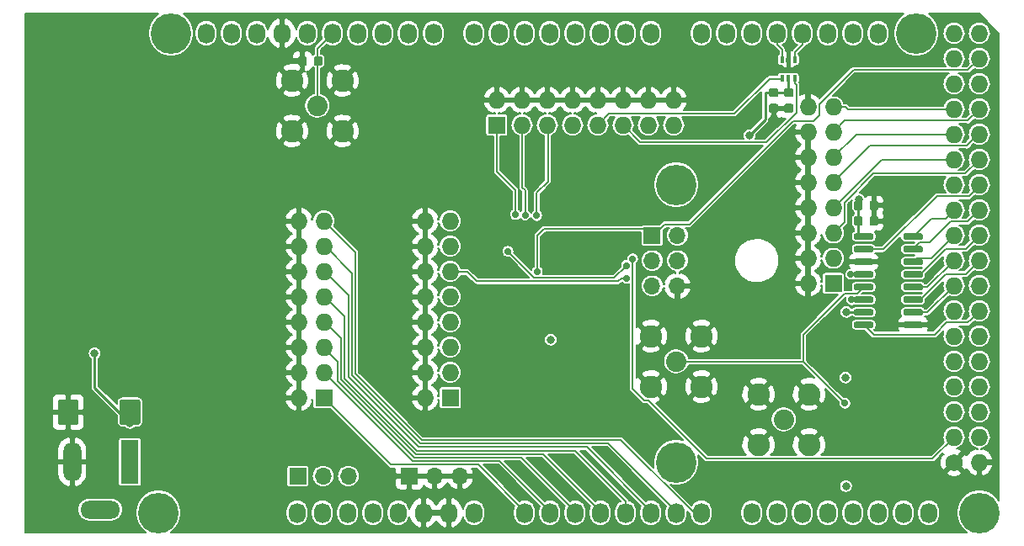
<source format=gbr>
%TF.GenerationSoftware,KiCad,Pcbnew,(5.1.2)-1*%
%TF.CreationDate,2020-09-11T17:40:02+02:00*%
%TF.ProjectId,ArduinoShield_SPIlinedriver_Sync_2V0,41726475-696e-46f5-9368-69656c645f53,3.1*%
%TF.SameCoordinates,Original*%
%TF.FileFunction,Copper,L4,Bot*%
%TF.FilePolarity,Positive*%
%FSLAX46Y46*%
G04 Gerber Fmt 4.6, Leading zero omitted, Abs format (unit mm)*
G04 Created by KiCad (PCBNEW (5.1.2)-1) date 2020-09-11 17:40:02*
%MOMM*%
%LPD*%
G04 APERTURE LIST*
%ADD10R,1.800000X4.400000*%
%ADD11O,1.800000X4.000000*%
%ADD12O,4.000000X1.800000*%
%ADD13C,1.727200*%
%ADD14O,1.727200X1.727200*%
%ADD15O,1.727200X2.032000*%
%ADD16C,4.064000*%
%ADD17R,1.700000X1.700000*%
%ADD18O,1.700000X1.700000*%
%ADD19C,2.050000*%
%ADD20C,2.250000*%
%ADD21C,0.100000*%
%ADD22C,0.600000*%
%ADD23C,0.875000*%
%ADD24R,1.727200X1.727200*%
%ADD25R,0.400000X0.650000*%
%ADD26C,2.075000*%
%ADD27C,0.800000*%
%ADD28C,0.700000*%
%ADD29C,0.200000*%
%ADD30C,0.155000*%
%ADD31C,0.350000*%
%ADD32C,0.250000*%
G04 APERTURE END LIST*
D10*
X114503200Y-113995200D03*
D11*
X108703200Y-113995200D03*
D12*
X111503200Y-118795200D03*
D13*
X197358000Y-114046000D03*
D14*
X199898000Y-114046000D03*
X197358000Y-111506000D03*
X199898000Y-111506000D03*
X197358000Y-108966000D03*
X199898000Y-108966000D03*
X197358000Y-106426000D03*
X199898000Y-106426000D03*
X197358000Y-103886000D03*
X199898000Y-103886000D03*
X197358000Y-101346000D03*
X199898000Y-101346000D03*
X197358000Y-98806000D03*
X199898000Y-98806000D03*
X197358000Y-96266000D03*
X199898000Y-96266000D03*
X197358000Y-93726000D03*
X199898000Y-93726000D03*
X197358000Y-91186000D03*
X199898000Y-91186000D03*
X197358000Y-88646000D03*
X199898000Y-88646000D03*
X197358000Y-86106000D03*
X199898000Y-86106000D03*
X197358000Y-83566000D03*
X199898000Y-83566000D03*
X197358000Y-81026000D03*
X199898000Y-81026000D03*
X197358000Y-78486000D03*
X199898000Y-78486000D03*
X197358000Y-75946000D03*
X199898000Y-75946000D03*
X197358000Y-73406000D03*
X199898000Y-73406000D03*
X197358000Y-70866000D03*
X199898000Y-70866000D03*
D15*
X131318000Y-119126000D03*
X133858000Y-119126000D03*
X136398000Y-119126000D03*
X138938000Y-119126000D03*
X141478000Y-119126000D03*
X144018000Y-119126000D03*
X146558000Y-119126000D03*
X149098000Y-119126000D03*
X154178000Y-119126000D03*
X156718000Y-119126000D03*
X159258000Y-119126000D03*
X161798000Y-119126000D03*
X164338000Y-119126000D03*
X166878000Y-119126000D03*
X169418000Y-119126000D03*
X171958000Y-119126000D03*
X177038000Y-119126000D03*
X179578000Y-119126000D03*
X182118000Y-119126000D03*
X184658000Y-119126000D03*
X187198000Y-119126000D03*
X189738000Y-119126000D03*
X192278000Y-119126000D03*
X194818000Y-119126000D03*
X122174000Y-70866000D03*
X124714000Y-70866000D03*
X127254000Y-70866000D03*
X129794000Y-70866000D03*
X132334000Y-70866000D03*
X134874000Y-70866000D03*
X137414000Y-70866000D03*
X139954000Y-70866000D03*
X142494000Y-70866000D03*
X145034000Y-70866000D03*
X149098000Y-70866000D03*
X151638000Y-70866000D03*
X154178000Y-70866000D03*
X156718000Y-70866000D03*
X159258000Y-70866000D03*
X161798000Y-70866000D03*
X164338000Y-70866000D03*
X166878000Y-70866000D03*
X171958000Y-70866000D03*
X174498000Y-70866000D03*
X177038000Y-70866000D03*
X179578000Y-70866000D03*
X182118000Y-70866000D03*
X184658000Y-70866000D03*
X187198000Y-70866000D03*
X189738000Y-70866000D03*
D16*
X117348000Y-119126000D03*
X169418000Y-114046000D03*
X199898000Y-119126000D03*
X118618000Y-70866000D03*
X169418000Y-86106000D03*
X193548000Y-70866000D03*
D17*
X167005000Y-91211400D03*
D18*
X169545000Y-91211400D03*
X167005000Y-93751400D03*
X169545000Y-93751400D03*
X167005000Y-96291400D03*
X169545000Y-96291400D03*
D19*
X180238400Y-109728000D03*
D20*
X182778400Y-112268000D03*
X182778400Y-107188000D03*
X177698400Y-107188000D03*
X177698400Y-112268000D03*
X166878000Y-106426000D03*
X166878000Y-101346000D03*
X171958000Y-101346000D03*
X171958000Y-106426000D03*
D19*
X169418000Y-103886000D03*
D21*
G36*
X189118703Y-91013722D02*
G01*
X189133264Y-91015882D01*
X189147543Y-91019459D01*
X189161403Y-91024418D01*
X189174710Y-91030712D01*
X189187336Y-91038280D01*
X189199159Y-91047048D01*
X189210066Y-91056934D01*
X189219952Y-91067841D01*
X189228720Y-91079664D01*
X189236288Y-91092290D01*
X189242582Y-91105597D01*
X189247541Y-91119457D01*
X189251118Y-91133736D01*
X189253278Y-91148297D01*
X189254000Y-91163000D01*
X189254000Y-91463000D01*
X189253278Y-91477703D01*
X189251118Y-91492264D01*
X189247541Y-91506543D01*
X189242582Y-91520403D01*
X189236288Y-91533710D01*
X189228720Y-91546336D01*
X189219952Y-91558159D01*
X189210066Y-91569066D01*
X189199159Y-91578952D01*
X189187336Y-91587720D01*
X189174710Y-91595288D01*
X189161403Y-91601582D01*
X189147543Y-91606541D01*
X189133264Y-91610118D01*
X189118703Y-91612278D01*
X189104000Y-91613000D01*
X187454000Y-91613000D01*
X187439297Y-91612278D01*
X187424736Y-91610118D01*
X187410457Y-91606541D01*
X187396597Y-91601582D01*
X187383290Y-91595288D01*
X187370664Y-91587720D01*
X187358841Y-91578952D01*
X187347934Y-91569066D01*
X187338048Y-91558159D01*
X187329280Y-91546336D01*
X187321712Y-91533710D01*
X187315418Y-91520403D01*
X187310459Y-91506543D01*
X187306882Y-91492264D01*
X187304722Y-91477703D01*
X187304000Y-91463000D01*
X187304000Y-91163000D01*
X187304722Y-91148297D01*
X187306882Y-91133736D01*
X187310459Y-91119457D01*
X187315418Y-91105597D01*
X187321712Y-91092290D01*
X187329280Y-91079664D01*
X187338048Y-91067841D01*
X187347934Y-91056934D01*
X187358841Y-91047048D01*
X187370664Y-91038280D01*
X187383290Y-91030712D01*
X187396597Y-91024418D01*
X187410457Y-91019459D01*
X187424736Y-91015882D01*
X187439297Y-91013722D01*
X187454000Y-91013000D01*
X189104000Y-91013000D01*
X189118703Y-91013722D01*
X189118703Y-91013722D01*
G37*
D22*
X188279000Y-91313000D03*
D21*
G36*
X189118703Y-92283722D02*
G01*
X189133264Y-92285882D01*
X189147543Y-92289459D01*
X189161403Y-92294418D01*
X189174710Y-92300712D01*
X189187336Y-92308280D01*
X189199159Y-92317048D01*
X189210066Y-92326934D01*
X189219952Y-92337841D01*
X189228720Y-92349664D01*
X189236288Y-92362290D01*
X189242582Y-92375597D01*
X189247541Y-92389457D01*
X189251118Y-92403736D01*
X189253278Y-92418297D01*
X189254000Y-92433000D01*
X189254000Y-92733000D01*
X189253278Y-92747703D01*
X189251118Y-92762264D01*
X189247541Y-92776543D01*
X189242582Y-92790403D01*
X189236288Y-92803710D01*
X189228720Y-92816336D01*
X189219952Y-92828159D01*
X189210066Y-92839066D01*
X189199159Y-92848952D01*
X189187336Y-92857720D01*
X189174710Y-92865288D01*
X189161403Y-92871582D01*
X189147543Y-92876541D01*
X189133264Y-92880118D01*
X189118703Y-92882278D01*
X189104000Y-92883000D01*
X187454000Y-92883000D01*
X187439297Y-92882278D01*
X187424736Y-92880118D01*
X187410457Y-92876541D01*
X187396597Y-92871582D01*
X187383290Y-92865288D01*
X187370664Y-92857720D01*
X187358841Y-92848952D01*
X187347934Y-92839066D01*
X187338048Y-92828159D01*
X187329280Y-92816336D01*
X187321712Y-92803710D01*
X187315418Y-92790403D01*
X187310459Y-92776543D01*
X187306882Y-92762264D01*
X187304722Y-92747703D01*
X187304000Y-92733000D01*
X187304000Y-92433000D01*
X187304722Y-92418297D01*
X187306882Y-92403736D01*
X187310459Y-92389457D01*
X187315418Y-92375597D01*
X187321712Y-92362290D01*
X187329280Y-92349664D01*
X187338048Y-92337841D01*
X187347934Y-92326934D01*
X187358841Y-92317048D01*
X187370664Y-92308280D01*
X187383290Y-92300712D01*
X187396597Y-92294418D01*
X187410457Y-92289459D01*
X187424736Y-92285882D01*
X187439297Y-92283722D01*
X187454000Y-92283000D01*
X189104000Y-92283000D01*
X189118703Y-92283722D01*
X189118703Y-92283722D01*
G37*
D22*
X188279000Y-92583000D03*
D21*
G36*
X189118703Y-93553722D02*
G01*
X189133264Y-93555882D01*
X189147543Y-93559459D01*
X189161403Y-93564418D01*
X189174710Y-93570712D01*
X189187336Y-93578280D01*
X189199159Y-93587048D01*
X189210066Y-93596934D01*
X189219952Y-93607841D01*
X189228720Y-93619664D01*
X189236288Y-93632290D01*
X189242582Y-93645597D01*
X189247541Y-93659457D01*
X189251118Y-93673736D01*
X189253278Y-93688297D01*
X189254000Y-93703000D01*
X189254000Y-94003000D01*
X189253278Y-94017703D01*
X189251118Y-94032264D01*
X189247541Y-94046543D01*
X189242582Y-94060403D01*
X189236288Y-94073710D01*
X189228720Y-94086336D01*
X189219952Y-94098159D01*
X189210066Y-94109066D01*
X189199159Y-94118952D01*
X189187336Y-94127720D01*
X189174710Y-94135288D01*
X189161403Y-94141582D01*
X189147543Y-94146541D01*
X189133264Y-94150118D01*
X189118703Y-94152278D01*
X189104000Y-94153000D01*
X187454000Y-94153000D01*
X187439297Y-94152278D01*
X187424736Y-94150118D01*
X187410457Y-94146541D01*
X187396597Y-94141582D01*
X187383290Y-94135288D01*
X187370664Y-94127720D01*
X187358841Y-94118952D01*
X187347934Y-94109066D01*
X187338048Y-94098159D01*
X187329280Y-94086336D01*
X187321712Y-94073710D01*
X187315418Y-94060403D01*
X187310459Y-94046543D01*
X187306882Y-94032264D01*
X187304722Y-94017703D01*
X187304000Y-94003000D01*
X187304000Y-93703000D01*
X187304722Y-93688297D01*
X187306882Y-93673736D01*
X187310459Y-93659457D01*
X187315418Y-93645597D01*
X187321712Y-93632290D01*
X187329280Y-93619664D01*
X187338048Y-93607841D01*
X187347934Y-93596934D01*
X187358841Y-93587048D01*
X187370664Y-93578280D01*
X187383290Y-93570712D01*
X187396597Y-93564418D01*
X187410457Y-93559459D01*
X187424736Y-93555882D01*
X187439297Y-93553722D01*
X187454000Y-93553000D01*
X189104000Y-93553000D01*
X189118703Y-93553722D01*
X189118703Y-93553722D01*
G37*
D22*
X188279000Y-93853000D03*
D21*
G36*
X189118703Y-94823722D02*
G01*
X189133264Y-94825882D01*
X189147543Y-94829459D01*
X189161403Y-94834418D01*
X189174710Y-94840712D01*
X189187336Y-94848280D01*
X189199159Y-94857048D01*
X189210066Y-94866934D01*
X189219952Y-94877841D01*
X189228720Y-94889664D01*
X189236288Y-94902290D01*
X189242582Y-94915597D01*
X189247541Y-94929457D01*
X189251118Y-94943736D01*
X189253278Y-94958297D01*
X189254000Y-94973000D01*
X189254000Y-95273000D01*
X189253278Y-95287703D01*
X189251118Y-95302264D01*
X189247541Y-95316543D01*
X189242582Y-95330403D01*
X189236288Y-95343710D01*
X189228720Y-95356336D01*
X189219952Y-95368159D01*
X189210066Y-95379066D01*
X189199159Y-95388952D01*
X189187336Y-95397720D01*
X189174710Y-95405288D01*
X189161403Y-95411582D01*
X189147543Y-95416541D01*
X189133264Y-95420118D01*
X189118703Y-95422278D01*
X189104000Y-95423000D01*
X187454000Y-95423000D01*
X187439297Y-95422278D01*
X187424736Y-95420118D01*
X187410457Y-95416541D01*
X187396597Y-95411582D01*
X187383290Y-95405288D01*
X187370664Y-95397720D01*
X187358841Y-95388952D01*
X187347934Y-95379066D01*
X187338048Y-95368159D01*
X187329280Y-95356336D01*
X187321712Y-95343710D01*
X187315418Y-95330403D01*
X187310459Y-95316543D01*
X187306882Y-95302264D01*
X187304722Y-95287703D01*
X187304000Y-95273000D01*
X187304000Y-94973000D01*
X187304722Y-94958297D01*
X187306882Y-94943736D01*
X187310459Y-94929457D01*
X187315418Y-94915597D01*
X187321712Y-94902290D01*
X187329280Y-94889664D01*
X187338048Y-94877841D01*
X187347934Y-94866934D01*
X187358841Y-94857048D01*
X187370664Y-94848280D01*
X187383290Y-94840712D01*
X187396597Y-94834418D01*
X187410457Y-94829459D01*
X187424736Y-94825882D01*
X187439297Y-94823722D01*
X187454000Y-94823000D01*
X189104000Y-94823000D01*
X189118703Y-94823722D01*
X189118703Y-94823722D01*
G37*
D22*
X188279000Y-95123000D03*
D21*
G36*
X189118703Y-96093722D02*
G01*
X189133264Y-96095882D01*
X189147543Y-96099459D01*
X189161403Y-96104418D01*
X189174710Y-96110712D01*
X189187336Y-96118280D01*
X189199159Y-96127048D01*
X189210066Y-96136934D01*
X189219952Y-96147841D01*
X189228720Y-96159664D01*
X189236288Y-96172290D01*
X189242582Y-96185597D01*
X189247541Y-96199457D01*
X189251118Y-96213736D01*
X189253278Y-96228297D01*
X189254000Y-96243000D01*
X189254000Y-96543000D01*
X189253278Y-96557703D01*
X189251118Y-96572264D01*
X189247541Y-96586543D01*
X189242582Y-96600403D01*
X189236288Y-96613710D01*
X189228720Y-96626336D01*
X189219952Y-96638159D01*
X189210066Y-96649066D01*
X189199159Y-96658952D01*
X189187336Y-96667720D01*
X189174710Y-96675288D01*
X189161403Y-96681582D01*
X189147543Y-96686541D01*
X189133264Y-96690118D01*
X189118703Y-96692278D01*
X189104000Y-96693000D01*
X187454000Y-96693000D01*
X187439297Y-96692278D01*
X187424736Y-96690118D01*
X187410457Y-96686541D01*
X187396597Y-96681582D01*
X187383290Y-96675288D01*
X187370664Y-96667720D01*
X187358841Y-96658952D01*
X187347934Y-96649066D01*
X187338048Y-96638159D01*
X187329280Y-96626336D01*
X187321712Y-96613710D01*
X187315418Y-96600403D01*
X187310459Y-96586543D01*
X187306882Y-96572264D01*
X187304722Y-96557703D01*
X187304000Y-96543000D01*
X187304000Y-96243000D01*
X187304722Y-96228297D01*
X187306882Y-96213736D01*
X187310459Y-96199457D01*
X187315418Y-96185597D01*
X187321712Y-96172290D01*
X187329280Y-96159664D01*
X187338048Y-96147841D01*
X187347934Y-96136934D01*
X187358841Y-96127048D01*
X187370664Y-96118280D01*
X187383290Y-96110712D01*
X187396597Y-96104418D01*
X187410457Y-96099459D01*
X187424736Y-96095882D01*
X187439297Y-96093722D01*
X187454000Y-96093000D01*
X189104000Y-96093000D01*
X189118703Y-96093722D01*
X189118703Y-96093722D01*
G37*
D22*
X188279000Y-96393000D03*
D21*
G36*
X189118703Y-97363722D02*
G01*
X189133264Y-97365882D01*
X189147543Y-97369459D01*
X189161403Y-97374418D01*
X189174710Y-97380712D01*
X189187336Y-97388280D01*
X189199159Y-97397048D01*
X189210066Y-97406934D01*
X189219952Y-97417841D01*
X189228720Y-97429664D01*
X189236288Y-97442290D01*
X189242582Y-97455597D01*
X189247541Y-97469457D01*
X189251118Y-97483736D01*
X189253278Y-97498297D01*
X189254000Y-97513000D01*
X189254000Y-97813000D01*
X189253278Y-97827703D01*
X189251118Y-97842264D01*
X189247541Y-97856543D01*
X189242582Y-97870403D01*
X189236288Y-97883710D01*
X189228720Y-97896336D01*
X189219952Y-97908159D01*
X189210066Y-97919066D01*
X189199159Y-97928952D01*
X189187336Y-97937720D01*
X189174710Y-97945288D01*
X189161403Y-97951582D01*
X189147543Y-97956541D01*
X189133264Y-97960118D01*
X189118703Y-97962278D01*
X189104000Y-97963000D01*
X187454000Y-97963000D01*
X187439297Y-97962278D01*
X187424736Y-97960118D01*
X187410457Y-97956541D01*
X187396597Y-97951582D01*
X187383290Y-97945288D01*
X187370664Y-97937720D01*
X187358841Y-97928952D01*
X187347934Y-97919066D01*
X187338048Y-97908159D01*
X187329280Y-97896336D01*
X187321712Y-97883710D01*
X187315418Y-97870403D01*
X187310459Y-97856543D01*
X187306882Y-97842264D01*
X187304722Y-97827703D01*
X187304000Y-97813000D01*
X187304000Y-97513000D01*
X187304722Y-97498297D01*
X187306882Y-97483736D01*
X187310459Y-97469457D01*
X187315418Y-97455597D01*
X187321712Y-97442290D01*
X187329280Y-97429664D01*
X187338048Y-97417841D01*
X187347934Y-97406934D01*
X187358841Y-97397048D01*
X187370664Y-97388280D01*
X187383290Y-97380712D01*
X187396597Y-97374418D01*
X187410457Y-97369459D01*
X187424736Y-97365882D01*
X187439297Y-97363722D01*
X187454000Y-97363000D01*
X189104000Y-97363000D01*
X189118703Y-97363722D01*
X189118703Y-97363722D01*
G37*
D22*
X188279000Y-97663000D03*
D21*
G36*
X189118703Y-98633722D02*
G01*
X189133264Y-98635882D01*
X189147543Y-98639459D01*
X189161403Y-98644418D01*
X189174710Y-98650712D01*
X189187336Y-98658280D01*
X189199159Y-98667048D01*
X189210066Y-98676934D01*
X189219952Y-98687841D01*
X189228720Y-98699664D01*
X189236288Y-98712290D01*
X189242582Y-98725597D01*
X189247541Y-98739457D01*
X189251118Y-98753736D01*
X189253278Y-98768297D01*
X189254000Y-98783000D01*
X189254000Y-99083000D01*
X189253278Y-99097703D01*
X189251118Y-99112264D01*
X189247541Y-99126543D01*
X189242582Y-99140403D01*
X189236288Y-99153710D01*
X189228720Y-99166336D01*
X189219952Y-99178159D01*
X189210066Y-99189066D01*
X189199159Y-99198952D01*
X189187336Y-99207720D01*
X189174710Y-99215288D01*
X189161403Y-99221582D01*
X189147543Y-99226541D01*
X189133264Y-99230118D01*
X189118703Y-99232278D01*
X189104000Y-99233000D01*
X187454000Y-99233000D01*
X187439297Y-99232278D01*
X187424736Y-99230118D01*
X187410457Y-99226541D01*
X187396597Y-99221582D01*
X187383290Y-99215288D01*
X187370664Y-99207720D01*
X187358841Y-99198952D01*
X187347934Y-99189066D01*
X187338048Y-99178159D01*
X187329280Y-99166336D01*
X187321712Y-99153710D01*
X187315418Y-99140403D01*
X187310459Y-99126543D01*
X187306882Y-99112264D01*
X187304722Y-99097703D01*
X187304000Y-99083000D01*
X187304000Y-98783000D01*
X187304722Y-98768297D01*
X187306882Y-98753736D01*
X187310459Y-98739457D01*
X187315418Y-98725597D01*
X187321712Y-98712290D01*
X187329280Y-98699664D01*
X187338048Y-98687841D01*
X187347934Y-98676934D01*
X187358841Y-98667048D01*
X187370664Y-98658280D01*
X187383290Y-98650712D01*
X187396597Y-98644418D01*
X187410457Y-98639459D01*
X187424736Y-98635882D01*
X187439297Y-98633722D01*
X187454000Y-98633000D01*
X189104000Y-98633000D01*
X189118703Y-98633722D01*
X189118703Y-98633722D01*
G37*
D22*
X188279000Y-98933000D03*
D21*
G36*
X189118703Y-99903722D02*
G01*
X189133264Y-99905882D01*
X189147543Y-99909459D01*
X189161403Y-99914418D01*
X189174710Y-99920712D01*
X189187336Y-99928280D01*
X189199159Y-99937048D01*
X189210066Y-99946934D01*
X189219952Y-99957841D01*
X189228720Y-99969664D01*
X189236288Y-99982290D01*
X189242582Y-99995597D01*
X189247541Y-100009457D01*
X189251118Y-100023736D01*
X189253278Y-100038297D01*
X189254000Y-100053000D01*
X189254000Y-100353000D01*
X189253278Y-100367703D01*
X189251118Y-100382264D01*
X189247541Y-100396543D01*
X189242582Y-100410403D01*
X189236288Y-100423710D01*
X189228720Y-100436336D01*
X189219952Y-100448159D01*
X189210066Y-100459066D01*
X189199159Y-100468952D01*
X189187336Y-100477720D01*
X189174710Y-100485288D01*
X189161403Y-100491582D01*
X189147543Y-100496541D01*
X189133264Y-100500118D01*
X189118703Y-100502278D01*
X189104000Y-100503000D01*
X187454000Y-100503000D01*
X187439297Y-100502278D01*
X187424736Y-100500118D01*
X187410457Y-100496541D01*
X187396597Y-100491582D01*
X187383290Y-100485288D01*
X187370664Y-100477720D01*
X187358841Y-100468952D01*
X187347934Y-100459066D01*
X187338048Y-100448159D01*
X187329280Y-100436336D01*
X187321712Y-100423710D01*
X187315418Y-100410403D01*
X187310459Y-100396543D01*
X187306882Y-100382264D01*
X187304722Y-100367703D01*
X187304000Y-100353000D01*
X187304000Y-100053000D01*
X187304722Y-100038297D01*
X187306882Y-100023736D01*
X187310459Y-100009457D01*
X187315418Y-99995597D01*
X187321712Y-99982290D01*
X187329280Y-99969664D01*
X187338048Y-99957841D01*
X187347934Y-99946934D01*
X187358841Y-99937048D01*
X187370664Y-99928280D01*
X187383290Y-99920712D01*
X187396597Y-99914418D01*
X187410457Y-99909459D01*
X187424736Y-99905882D01*
X187439297Y-99903722D01*
X187454000Y-99903000D01*
X189104000Y-99903000D01*
X189118703Y-99903722D01*
X189118703Y-99903722D01*
G37*
D22*
X188279000Y-100203000D03*
D21*
G36*
X194068703Y-99903722D02*
G01*
X194083264Y-99905882D01*
X194097543Y-99909459D01*
X194111403Y-99914418D01*
X194124710Y-99920712D01*
X194137336Y-99928280D01*
X194149159Y-99937048D01*
X194160066Y-99946934D01*
X194169952Y-99957841D01*
X194178720Y-99969664D01*
X194186288Y-99982290D01*
X194192582Y-99995597D01*
X194197541Y-100009457D01*
X194201118Y-100023736D01*
X194203278Y-100038297D01*
X194204000Y-100053000D01*
X194204000Y-100353000D01*
X194203278Y-100367703D01*
X194201118Y-100382264D01*
X194197541Y-100396543D01*
X194192582Y-100410403D01*
X194186288Y-100423710D01*
X194178720Y-100436336D01*
X194169952Y-100448159D01*
X194160066Y-100459066D01*
X194149159Y-100468952D01*
X194137336Y-100477720D01*
X194124710Y-100485288D01*
X194111403Y-100491582D01*
X194097543Y-100496541D01*
X194083264Y-100500118D01*
X194068703Y-100502278D01*
X194054000Y-100503000D01*
X192404000Y-100503000D01*
X192389297Y-100502278D01*
X192374736Y-100500118D01*
X192360457Y-100496541D01*
X192346597Y-100491582D01*
X192333290Y-100485288D01*
X192320664Y-100477720D01*
X192308841Y-100468952D01*
X192297934Y-100459066D01*
X192288048Y-100448159D01*
X192279280Y-100436336D01*
X192271712Y-100423710D01*
X192265418Y-100410403D01*
X192260459Y-100396543D01*
X192256882Y-100382264D01*
X192254722Y-100367703D01*
X192254000Y-100353000D01*
X192254000Y-100053000D01*
X192254722Y-100038297D01*
X192256882Y-100023736D01*
X192260459Y-100009457D01*
X192265418Y-99995597D01*
X192271712Y-99982290D01*
X192279280Y-99969664D01*
X192288048Y-99957841D01*
X192297934Y-99946934D01*
X192308841Y-99937048D01*
X192320664Y-99928280D01*
X192333290Y-99920712D01*
X192346597Y-99914418D01*
X192360457Y-99909459D01*
X192374736Y-99905882D01*
X192389297Y-99903722D01*
X192404000Y-99903000D01*
X194054000Y-99903000D01*
X194068703Y-99903722D01*
X194068703Y-99903722D01*
G37*
D22*
X193229000Y-100203000D03*
D21*
G36*
X194068703Y-98633722D02*
G01*
X194083264Y-98635882D01*
X194097543Y-98639459D01*
X194111403Y-98644418D01*
X194124710Y-98650712D01*
X194137336Y-98658280D01*
X194149159Y-98667048D01*
X194160066Y-98676934D01*
X194169952Y-98687841D01*
X194178720Y-98699664D01*
X194186288Y-98712290D01*
X194192582Y-98725597D01*
X194197541Y-98739457D01*
X194201118Y-98753736D01*
X194203278Y-98768297D01*
X194204000Y-98783000D01*
X194204000Y-99083000D01*
X194203278Y-99097703D01*
X194201118Y-99112264D01*
X194197541Y-99126543D01*
X194192582Y-99140403D01*
X194186288Y-99153710D01*
X194178720Y-99166336D01*
X194169952Y-99178159D01*
X194160066Y-99189066D01*
X194149159Y-99198952D01*
X194137336Y-99207720D01*
X194124710Y-99215288D01*
X194111403Y-99221582D01*
X194097543Y-99226541D01*
X194083264Y-99230118D01*
X194068703Y-99232278D01*
X194054000Y-99233000D01*
X192404000Y-99233000D01*
X192389297Y-99232278D01*
X192374736Y-99230118D01*
X192360457Y-99226541D01*
X192346597Y-99221582D01*
X192333290Y-99215288D01*
X192320664Y-99207720D01*
X192308841Y-99198952D01*
X192297934Y-99189066D01*
X192288048Y-99178159D01*
X192279280Y-99166336D01*
X192271712Y-99153710D01*
X192265418Y-99140403D01*
X192260459Y-99126543D01*
X192256882Y-99112264D01*
X192254722Y-99097703D01*
X192254000Y-99083000D01*
X192254000Y-98783000D01*
X192254722Y-98768297D01*
X192256882Y-98753736D01*
X192260459Y-98739457D01*
X192265418Y-98725597D01*
X192271712Y-98712290D01*
X192279280Y-98699664D01*
X192288048Y-98687841D01*
X192297934Y-98676934D01*
X192308841Y-98667048D01*
X192320664Y-98658280D01*
X192333290Y-98650712D01*
X192346597Y-98644418D01*
X192360457Y-98639459D01*
X192374736Y-98635882D01*
X192389297Y-98633722D01*
X192404000Y-98633000D01*
X194054000Y-98633000D01*
X194068703Y-98633722D01*
X194068703Y-98633722D01*
G37*
D22*
X193229000Y-98933000D03*
D21*
G36*
X194068703Y-97363722D02*
G01*
X194083264Y-97365882D01*
X194097543Y-97369459D01*
X194111403Y-97374418D01*
X194124710Y-97380712D01*
X194137336Y-97388280D01*
X194149159Y-97397048D01*
X194160066Y-97406934D01*
X194169952Y-97417841D01*
X194178720Y-97429664D01*
X194186288Y-97442290D01*
X194192582Y-97455597D01*
X194197541Y-97469457D01*
X194201118Y-97483736D01*
X194203278Y-97498297D01*
X194204000Y-97513000D01*
X194204000Y-97813000D01*
X194203278Y-97827703D01*
X194201118Y-97842264D01*
X194197541Y-97856543D01*
X194192582Y-97870403D01*
X194186288Y-97883710D01*
X194178720Y-97896336D01*
X194169952Y-97908159D01*
X194160066Y-97919066D01*
X194149159Y-97928952D01*
X194137336Y-97937720D01*
X194124710Y-97945288D01*
X194111403Y-97951582D01*
X194097543Y-97956541D01*
X194083264Y-97960118D01*
X194068703Y-97962278D01*
X194054000Y-97963000D01*
X192404000Y-97963000D01*
X192389297Y-97962278D01*
X192374736Y-97960118D01*
X192360457Y-97956541D01*
X192346597Y-97951582D01*
X192333290Y-97945288D01*
X192320664Y-97937720D01*
X192308841Y-97928952D01*
X192297934Y-97919066D01*
X192288048Y-97908159D01*
X192279280Y-97896336D01*
X192271712Y-97883710D01*
X192265418Y-97870403D01*
X192260459Y-97856543D01*
X192256882Y-97842264D01*
X192254722Y-97827703D01*
X192254000Y-97813000D01*
X192254000Y-97513000D01*
X192254722Y-97498297D01*
X192256882Y-97483736D01*
X192260459Y-97469457D01*
X192265418Y-97455597D01*
X192271712Y-97442290D01*
X192279280Y-97429664D01*
X192288048Y-97417841D01*
X192297934Y-97406934D01*
X192308841Y-97397048D01*
X192320664Y-97388280D01*
X192333290Y-97380712D01*
X192346597Y-97374418D01*
X192360457Y-97369459D01*
X192374736Y-97365882D01*
X192389297Y-97363722D01*
X192404000Y-97363000D01*
X194054000Y-97363000D01*
X194068703Y-97363722D01*
X194068703Y-97363722D01*
G37*
D22*
X193229000Y-97663000D03*
D21*
G36*
X194068703Y-96093722D02*
G01*
X194083264Y-96095882D01*
X194097543Y-96099459D01*
X194111403Y-96104418D01*
X194124710Y-96110712D01*
X194137336Y-96118280D01*
X194149159Y-96127048D01*
X194160066Y-96136934D01*
X194169952Y-96147841D01*
X194178720Y-96159664D01*
X194186288Y-96172290D01*
X194192582Y-96185597D01*
X194197541Y-96199457D01*
X194201118Y-96213736D01*
X194203278Y-96228297D01*
X194204000Y-96243000D01*
X194204000Y-96543000D01*
X194203278Y-96557703D01*
X194201118Y-96572264D01*
X194197541Y-96586543D01*
X194192582Y-96600403D01*
X194186288Y-96613710D01*
X194178720Y-96626336D01*
X194169952Y-96638159D01*
X194160066Y-96649066D01*
X194149159Y-96658952D01*
X194137336Y-96667720D01*
X194124710Y-96675288D01*
X194111403Y-96681582D01*
X194097543Y-96686541D01*
X194083264Y-96690118D01*
X194068703Y-96692278D01*
X194054000Y-96693000D01*
X192404000Y-96693000D01*
X192389297Y-96692278D01*
X192374736Y-96690118D01*
X192360457Y-96686541D01*
X192346597Y-96681582D01*
X192333290Y-96675288D01*
X192320664Y-96667720D01*
X192308841Y-96658952D01*
X192297934Y-96649066D01*
X192288048Y-96638159D01*
X192279280Y-96626336D01*
X192271712Y-96613710D01*
X192265418Y-96600403D01*
X192260459Y-96586543D01*
X192256882Y-96572264D01*
X192254722Y-96557703D01*
X192254000Y-96543000D01*
X192254000Y-96243000D01*
X192254722Y-96228297D01*
X192256882Y-96213736D01*
X192260459Y-96199457D01*
X192265418Y-96185597D01*
X192271712Y-96172290D01*
X192279280Y-96159664D01*
X192288048Y-96147841D01*
X192297934Y-96136934D01*
X192308841Y-96127048D01*
X192320664Y-96118280D01*
X192333290Y-96110712D01*
X192346597Y-96104418D01*
X192360457Y-96099459D01*
X192374736Y-96095882D01*
X192389297Y-96093722D01*
X192404000Y-96093000D01*
X194054000Y-96093000D01*
X194068703Y-96093722D01*
X194068703Y-96093722D01*
G37*
D22*
X193229000Y-96393000D03*
D21*
G36*
X194068703Y-94823722D02*
G01*
X194083264Y-94825882D01*
X194097543Y-94829459D01*
X194111403Y-94834418D01*
X194124710Y-94840712D01*
X194137336Y-94848280D01*
X194149159Y-94857048D01*
X194160066Y-94866934D01*
X194169952Y-94877841D01*
X194178720Y-94889664D01*
X194186288Y-94902290D01*
X194192582Y-94915597D01*
X194197541Y-94929457D01*
X194201118Y-94943736D01*
X194203278Y-94958297D01*
X194204000Y-94973000D01*
X194204000Y-95273000D01*
X194203278Y-95287703D01*
X194201118Y-95302264D01*
X194197541Y-95316543D01*
X194192582Y-95330403D01*
X194186288Y-95343710D01*
X194178720Y-95356336D01*
X194169952Y-95368159D01*
X194160066Y-95379066D01*
X194149159Y-95388952D01*
X194137336Y-95397720D01*
X194124710Y-95405288D01*
X194111403Y-95411582D01*
X194097543Y-95416541D01*
X194083264Y-95420118D01*
X194068703Y-95422278D01*
X194054000Y-95423000D01*
X192404000Y-95423000D01*
X192389297Y-95422278D01*
X192374736Y-95420118D01*
X192360457Y-95416541D01*
X192346597Y-95411582D01*
X192333290Y-95405288D01*
X192320664Y-95397720D01*
X192308841Y-95388952D01*
X192297934Y-95379066D01*
X192288048Y-95368159D01*
X192279280Y-95356336D01*
X192271712Y-95343710D01*
X192265418Y-95330403D01*
X192260459Y-95316543D01*
X192256882Y-95302264D01*
X192254722Y-95287703D01*
X192254000Y-95273000D01*
X192254000Y-94973000D01*
X192254722Y-94958297D01*
X192256882Y-94943736D01*
X192260459Y-94929457D01*
X192265418Y-94915597D01*
X192271712Y-94902290D01*
X192279280Y-94889664D01*
X192288048Y-94877841D01*
X192297934Y-94866934D01*
X192308841Y-94857048D01*
X192320664Y-94848280D01*
X192333290Y-94840712D01*
X192346597Y-94834418D01*
X192360457Y-94829459D01*
X192374736Y-94825882D01*
X192389297Y-94823722D01*
X192404000Y-94823000D01*
X194054000Y-94823000D01*
X194068703Y-94823722D01*
X194068703Y-94823722D01*
G37*
D22*
X193229000Y-95123000D03*
D21*
G36*
X194068703Y-93553722D02*
G01*
X194083264Y-93555882D01*
X194097543Y-93559459D01*
X194111403Y-93564418D01*
X194124710Y-93570712D01*
X194137336Y-93578280D01*
X194149159Y-93587048D01*
X194160066Y-93596934D01*
X194169952Y-93607841D01*
X194178720Y-93619664D01*
X194186288Y-93632290D01*
X194192582Y-93645597D01*
X194197541Y-93659457D01*
X194201118Y-93673736D01*
X194203278Y-93688297D01*
X194204000Y-93703000D01*
X194204000Y-94003000D01*
X194203278Y-94017703D01*
X194201118Y-94032264D01*
X194197541Y-94046543D01*
X194192582Y-94060403D01*
X194186288Y-94073710D01*
X194178720Y-94086336D01*
X194169952Y-94098159D01*
X194160066Y-94109066D01*
X194149159Y-94118952D01*
X194137336Y-94127720D01*
X194124710Y-94135288D01*
X194111403Y-94141582D01*
X194097543Y-94146541D01*
X194083264Y-94150118D01*
X194068703Y-94152278D01*
X194054000Y-94153000D01*
X192404000Y-94153000D01*
X192389297Y-94152278D01*
X192374736Y-94150118D01*
X192360457Y-94146541D01*
X192346597Y-94141582D01*
X192333290Y-94135288D01*
X192320664Y-94127720D01*
X192308841Y-94118952D01*
X192297934Y-94109066D01*
X192288048Y-94098159D01*
X192279280Y-94086336D01*
X192271712Y-94073710D01*
X192265418Y-94060403D01*
X192260459Y-94046543D01*
X192256882Y-94032264D01*
X192254722Y-94017703D01*
X192254000Y-94003000D01*
X192254000Y-93703000D01*
X192254722Y-93688297D01*
X192256882Y-93673736D01*
X192260459Y-93659457D01*
X192265418Y-93645597D01*
X192271712Y-93632290D01*
X192279280Y-93619664D01*
X192288048Y-93607841D01*
X192297934Y-93596934D01*
X192308841Y-93587048D01*
X192320664Y-93578280D01*
X192333290Y-93570712D01*
X192346597Y-93564418D01*
X192360457Y-93559459D01*
X192374736Y-93555882D01*
X192389297Y-93553722D01*
X192404000Y-93553000D01*
X194054000Y-93553000D01*
X194068703Y-93553722D01*
X194068703Y-93553722D01*
G37*
D22*
X193229000Y-93853000D03*
D21*
G36*
X194068703Y-92283722D02*
G01*
X194083264Y-92285882D01*
X194097543Y-92289459D01*
X194111403Y-92294418D01*
X194124710Y-92300712D01*
X194137336Y-92308280D01*
X194149159Y-92317048D01*
X194160066Y-92326934D01*
X194169952Y-92337841D01*
X194178720Y-92349664D01*
X194186288Y-92362290D01*
X194192582Y-92375597D01*
X194197541Y-92389457D01*
X194201118Y-92403736D01*
X194203278Y-92418297D01*
X194204000Y-92433000D01*
X194204000Y-92733000D01*
X194203278Y-92747703D01*
X194201118Y-92762264D01*
X194197541Y-92776543D01*
X194192582Y-92790403D01*
X194186288Y-92803710D01*
X194178720Y-92816336D01*
X194169952Y-92828159D01*
X194160066Y-92839066D01*
X194149159Y-92848952D01*
X194137336Y-92857720D01*
X194124710Y-92865288D01*
X194111403Y-92871582D01*
X194097543Y-92876541D01*
X194083264Y-92880118D01*
X194068703Y-92882278D01*
X194054000Y-92883000D01*
X192404000Y-92883000D01*
X192389297Y-92882278D01*
X192374736Y-92880118D01*
X192360457Y-92876541D01*
X192346597Y-92871582D01*
X192333290Y-92865288D01*
X192320664Y-92857720D01*
X192308841Y-92848952D01*
X192297934Y-92839066D01*
X192288048Y-92828159D01*
X192279280Y-92816336D01*
X192271712Y-92803710D01*
X192265418Y-92790403D01*
X192260459Y-92776543D01*
X192256882Y-92762264D01*
X192254722Y-92747703D01*
X192254000Y-92733000D01*
X192254000Y-92433000D01*
X192254722Y-92418297D01*
X192256882Y-92403736D01*
X192260459Y-92389457D01*
X192265418Y-92375597D01*
X192271712Y-92362290D01*
X192279280Y-92349664D01*
X192288048Y-92337841D01*
X192297934Y-92326934D01*
X192308841Y-92317048D01*
X192320664Y-92308280D01*
X192333290Y-92300712D01*
X192346597Y-92294418D01*
X192360457Y-92289459D01*
X192374736Y-92285882D01*
X192389297Y-92283722D01*
X192404000Y-92283000D01*
X194054000Y-92283000D01*
X194068703Y-92283722D01*
X194068703Y-92283722D01*
G37*
D22*
X193229000Y-92583000D03*
D21*
G36*
X194068703Y-91013722D02*
G01*
X194083264Y-91015882D01*
X194097543Y-91019459D01*
X194111403Y-91024418D01*
X194124710Y-91030712D01*
X194137336Y-91038280D01*
X194149159Y-91047048D01*
X194160066Y-91056934D01*
X194169952Y-91067841D01*
X194178720Y-91079664D01*
X194186288Y-91092290D01*
X194192582Y-91105597D01*
X194197541Y-91119457D01*
X194201118Y-91133736D01*
X194203278Y-91148297D01*
X194204000Y-91163000D01*
X194204000Y-91463000D01*
X194203278Y-91477703D01*
X194201118Y-91492264D01*
X194197541Y-91506543D01*
X194192582Y-91520403D01*
X194186288Y-91533710D01*
X194178720Y-91546336D01*
X194169952Y-91558159D01*
X194160066Y-91569066D01*
X194149159Y-91578952D01*
X194137336Y-91587720D01*
X194124710Y-91595288D01*
X194111403Y-91601582D01*
X194097543Y-91606541D01*
X194083264Y-91610118D01*
X194068703Y-91612278D01*
X194054000Y-91613000D01*
X192404000Y-91613000D01*
X192389297Y-91612278D01*
X192374736Y-91610118D01*
X192360457Y-91606541D01*
X192346597Y-91601582D01*
X192333290Y-91595288D01*
X192320664Y-91587720D01*
X192308841Y-91578952D01*
X192297934Y-91569066D01*
X192288048Y-91558159D01*
X192279280Y-91546336D01*
X192271712Y-91533710D01*
X192265418Y-91520403D01*
X192260459Y-91506543D01*
X192256882Y-91492264D01*
X192254722Y-91477703D01*
X192254000Y-91463000D01*
X192254000Y-91163000D01*
X192254722Y-91148297D01*
X192256882Y-91133736D01*
X192260459Y-91119457D01*
X192265418Y-91105597D01*
X192271712Y-91092290D01*
X192279280Y-91079664D01*
X192288048Y-91067841D01*
X192297934Y-91056934D01*
X192308841Y-91047048D01*
X192320664Y-91038280D01*
X192333290Y-91030712D01*
X192346597Y-91024418D01*
X192360457Y-91019459D01*
X192374736Y-91015882D01*
X192389297Y-91013722D01*
X192404000Y-91013000D01*
X194054000Y-91013000D01*
X194068703Y-91013722D01*
X194068703Y-91013722D01*
G37*
D22*
X193229000Y-91313000D03*
D17*
X142608300Y-115430300D03*
D18*
X145148300Y-115430300D03*
X147688300Y-115430300D03*
X136461500Y-115430300D03*
X133921500Y-115430300D03*
D17*
X131381500Y-115430300D03*
D21*
G36*
X181024091Y-76398453D02*
G01*
X181045326Y-76401603D01*
X181066150Y-76406819D01*
X181086362Y-76414051D01*
X181105768Y-76423230D01*
X181124181Y-76434266D01*
X181141424Y-76447054D01*
X181157330Y-76461470D01*
X181171746Y-76477376D01*
X181184534Y-76494619D01*
X181195570Y-76513032D01*
X181204749Y-76532438D01*
X181211981Y-76552650D01*
X181217197Y-76573474D01*
X181220347Y-76594709D01*
X181221400Y-76616150D01*
X181221400Y-77053650D01*
X181220347Y-77075091D01*
X181217197Y-77096326D01*
X181211981Y-77117150D01*
X181204749Y-77137362D01*
X181195570Y-77156768D01*
X181184534Y-77175181D01*
X181171746Y-77192424D01*
X181157330Y-77208330D01*
X181141424Y-77222746D01*
X181124181Y-77235534D01*
X181105768Y-77246570D01*
X181086362Y-77255749D01*
X181066150Y-77262981D01*
X181045326Y-77268197D01*
X181024091Y-77271347D01*
X181002650Y-77272400D01*
X180490150Y-77272400D01*
X180468709Y-77271347D01*
X180447474Y-77268197D01*
X180426650Y-77262981D01*
X180406438Y-77255749D01*
X180387032Y-77246570D01*
X180368619Y-77235534D01*
X180351376Y-77222746D01*
X180335470Y-77208330D01*
X180321054Y-77192424D01*
X180308266Y-77175181D01*
X180297230Y-77156768D01*
X180288051Y-77137362D01*
X180280819Y-77117150D01*
X180275603Y-77096326D01*
X180272453Y-77075091D01*
X180271400Y-77053650D01*
X180271400Y-76616150D01*
X180272453Y-76594709D01*
X180275603Y-76573474D01*
X180280819Y-76552650D01*
X180288051Y-76532438D01*
X180297230Y-76513032D01*
X180308266Y-76494619D01*
X180321054Y-76477376D01*
X180335470Y-76461470D01*
X180351376Y-76447054D01*
X180368619Y-76434266D01*
X180387032Y-76423230D01*
X180406438Y-76414051D01*
X180426650Y-76406819D01*
X180447474Y-76401603D01*
X180468709Y-76398453D01*
X180490150Y-76397400D01*
X181002650Y-76397400D01*
X181024091Y-76398453D01*
X181024091Y-76398453D01*
G37*
D23*
X180746400Y-76834900D03*
D21*
G36*
X181024091Y-77973453D02*
G01*
X181045326Y-77976603D01*
X181066150Y-77981819D01*
X181086362Y-77989051D01*
X181105768Y-77998230D01*
X181124181Y-78009266D01*
X181141424Y-78022054D01*
X181157330Y-78036470D01*
X181171746Y-78052376D01*
X181184534Y-78069619D01*
X181195570Y-78088032D01*
X181204749Y-78107438D01*
X181211981Y-78127650D01*
X181217197Y-78148474D01*
X181220347Y-78169709D01*
X181221400Y-78191150D01*
X181221400Y-78628650D01*
X181220347Y-78650091D01*
X181217197Y-78671326D01*
X181211981Y-78692150D01*
X181204749Y-78712362D01*
X181195570Y-78731768D01*
X181184534Y-78750181D01*
X181171746Y-78767424D01*
X181157330Y-78783330D01*
X181141424Y-78797746D01*
X181124181Y-78810534D01*
X181105768Y-78821570D01*
X181086362Y-78830749D01*
X181066150Y-78837981D01*
X181045326Y-78843197D01*
X181024091Y-78846347D01*
X181002650Y-78847400D01*
X180490150Y-78847400D01*
X180468709Y-78846347D01*
X180447474Y-78843197D01*
X180426650Y-78837981D01*
X180406438Y-78830749D01*
X180387032Y-78821570D01*
X180368619Y-78810534D01*
X180351376Y-78797746D01*
X180335470Y-78783330D01*
X180321054Y-78767424D01*
X180308266Y-78750181D01*
X180297230Y-78731768D01*
X180288051Y-78712362D01*
X180280819Y-78692150D01*
X180275603Y-78671326D01*
X180272453Y-78650091D01*
X180271400Y-78628650D01*
X180271400Y-78191150D01*
X180272453Y-78169709D01*
X180275603Y-78148474D01*
X180280819Y-78127650D01*
X180288051Y-78107438D01*
X180297230Y-78088032D01*
X180308266Y-78069619D01*
X180321054Y-78052376D01*
X180335470Y-78036470D01*
X180351376Y-78022054D01*
X180368619Y-78009266D01*
X180387032Y-77998230D01*
X180406438Y-77989051D01*
X180426650Y-77981819D01*
X180447474Y-77976603D01*
X180468709Y-77973453D01*
X180490150Y-77972400D01*
X181002650Y-77972400D01*
X181024091Y-77973453D01*
X181024091Y-77973453D01*
G37*
D23*
X180746400Y-78409900D03*
D21*
G36*
X187971491Y-87714853D02*
G01*
X187992726Y-87718003D01*
X188013550Y-87723219D01*
X188033762Y-87730451D01*
X188053168Y-87739630D01*
X188071581Y-87750666D01*
X188088824Y-87763454D01*
X188104730Y-87777870D01*
X188119146Y-87793776D01*
X188131934Y-87811019D01*
X188142970Y-87829432D01*
X188152149Y-87848838D01*
X188159381Y-87869050D01*
X188164597Y-87889874D01*
X188167747Y-87911109D01*
X188168800Y-87932550D01*
X188168800Y-88445050D01*
X188167747Y-88466491D01*
X188164597Y-88487726D01*
X188159381Y-88508550D01*
X188152149Y-88528762D01*
X188142970Y-88548168D01*
X188131934Y-88566581D01*
X188119146Y-88583824D01*
X188104730Y-88599730D01*
X188088824Y-88614146D01*
X188071581Y-88626934D01*
X188053168Y-88637970D01*
X188033762Y-88647149D01*
X188013550Y-88654381D01*
X187992726Y-88659597D01*
X187971491Y-88662747D01*
X187950050Y-88663800D01*
X187512550Y-88663800D01*
X187491109Y-88662747D01*
X187469874Y-88659597D01*
X187449050Y-88654381D01*
X187428838Y-88647149D01*
X187409432Y-88637970D01*
X187391019Y-88626934D01*
X187373776Y-88614146D01*
X187357870Y-88599730D01*
X187343454Y-88583824D01*
X187330666Y-88566581D01*
X187319630Y-88548168D01*
X187310451Y-88528762D01*
X187303219Y-88508550D01*
X187298003Y-88487726D01*
X187294853Y-88466491D01*
X187293800Y-88445050D01*
X187293800Y-87932550D01*
X187294853Y-87911109D01*
X187298003Y-87889874D01*
X187303219Y-87869050D01*
X187310451Y-87848838D01*
X187319630Y-87829432D01*
X187330666Y-87811019D01*
X187343454Y-87793776D01*
X187357870Y-87777870D01*
X187373776Y-87763454D01*
X187391019Y-87750666D01*
X187409432Y-87739630D01*
X187428838Y-87730451D01*
X187449050Y-87723219D01*
X187469874Y-87718003D01*
X187491109Y-87714853D01*
X187512550Y-87713800D01*
X187950050Y-87713800D01*
X187971491Y-87714853D01*
X187971491Y-87714853D01*
G37*
D23*
X187731300Y-88188800D03*
D21*
G36*
X189546491Y-87714853D02*
G01*
X189567726Y-87718003D01*
X189588550Y-87723219D01*
X189608762Y-87730451D01*
X189628168Y-87739630D01*
X189646581Y-87750666D01*
X189663824Y-87763454D01*
X189679730Y-87777870D01*
X189694146Y-87793776D01*
X189706934Y-87811019D01*
X189717970Y-87829432D01*
X189727149Y-87848838D01*
X189734381Y-87869050D01*
X189739597Y-87889874D01*
X189742747Y-87911109D01*
X189743800Y-87932550D01*
X189743800Y-88445050D01*
X189742747Y-88466491D01*
X189739597Y-88487726D01*
X189734381Y-88508550D01*
X189727149Y-88528762D01*
X189717970Y-88548168D01*
X189706934Y-88566581D01*
X189694146Y-88583824D01*
X189679730Y-88599730D01*
X189663824Y-88614146D01*
X189646581Y-88626934D01*
X189628168Y-88637970D01*
X189608762Y-88647149D01*
X189588550Y-88654381D01*
X189567726Y-88659597D01*
X189546491Y-88662747D01*
X189525050Y-88663800D01*
X189087550Y-88663800D01*
X189066109Y-88662747D01*
X189044874Y-88659597D01*
X189024050Y-88654381D01*
X189003838Y-88647149D01*
X188984432Y-88637970D01*
X188966019Y-88626934D01*
X188948776Y-88614146D01*
X188932870Y-88599730D01*
X188918454Y-88583824D01*
X188905666Y-88566581D01*
X188894630Y-88548168D01*
X188885451Y-88528762D01*
X188878219Y-88508550D01*
X188873003Y-88487726D01*
X188869853Y-88466491D01*
X188868800Y-88445050D01*
X188868800Y-87932550D01*
X188869853Y-87911109D01*
X188873003Y-87889874D01*
X188878219Y-87869050D01*
X188885451Y-87848838D01*
X188894630Y-87829432D01*
X188905666Y-87811019D01*
X188918454Y-87793776D01*
X188932870Y-87777870D01*
X188948776Y-87763454D01*
X188966019Y-87750666D01*
X188984432Y-87739630D01*
X189003838Y-87730451D01*
X189024050Y-87723219D01*
X189044874Y-87718003D01*
X189066109Y-87714853D01*
X189087550Y-87713800D01*
X189525050Y-87713800D01*
X189546491Y-87714853D01*
X189546491Y-87714853D01*
G37*
D23*
X189306300Y-88188800D03*
D21*
G36*
X179500091Y-76398453D02*
G01*
X179521326Y-76401603D01*
X179542150Y-76406819D01*
X179562362Y-76414051D01*
X179581768Y-76423230D01*
X179600181Y-76434266D01*
X179617424Y-76447054D01*
X179633330Y-76461470D01*
X179647746Y-76477376D01*
X179660534Y-76494619D01*
X179671570Y-76513032D01*
X179680749Y-76532438D01*
X179687981Y-76552650D01*
X179693197Y-76573474D01*
X179696347Y-76594709D01*
X179697400Y-76616150D01*
X179697400Y-77053650D01*
X179696347Y-77075091D01*
X179693197Y-77096326D01*
X179687981Y-77117150D01*
X179680749Y-77137362D01*
X179671570Y-77156768D01*
X179660534Y-77175181D01*
X179647746Y-77192424D01*
X179633330Y-77208330D01*
X179617424Y-77222746D01*
X179600181Y-77235534D01*
X179581768Y-77246570D01*
X179562362Y-77255749D01*
X179542150Y-77262981D01*
X179521326Y-77268197D01*
X179500091Y-77271347D01*
X179478650Y-77272400D01*
X178966150Y-77272400D01*
X178944709Y-77271347D01*
X178923474Y-77268197D01*
X178902650Y-77262981D01*
X178882438Y-77255749D01*
X178863032Y-77246570D01*
X178844619Y-77235534D01*
X178827376Y-77222746D01*
X178811470Y-77208330D01*
X178797054Y-77192424D01*
X178784266Y-77175181D01*
X178773230Y-77156768D01*
X178764051Y-77137362D01*
X178756819Y-77117150D01*
X178751603Y-77096326D01*
X178748453Y-77075091D01*
X178747400Y-77053650D01*
X178747400Y-76616150D01*
X178748453Y-76594709D01*
X178751603Y-76573474D01*
X178756819Y-76552650D01*
X178764051Y-76532438D01*
X178773230Y-76513032D01*
X178784266Y-76494619D01*
X178797054Y-76477376D01*
X178811470Y-76461470D01*
X178827376Y-76447054D01*
X178844619Y-76434266D01*
X178863032Y-76423230D01*
X178882438Y-76414051D01*
X178902650Y-76406819D01*
X178923474Y-76401603D01*
X178944709Y-76398453D01*
X178966150Y-76397400D01*
X179478650Y-76397400D01*
X179500091Y-76398453D01*
X179500091Y-76398453D01*
G37*
D23*
X179222400Y-76834900D03*
D21*
G36*
X179500091Y-77973453D02*
G01*
X179521326Y-77976603D01*
X179542150Y-77981819D01*
X179562362Y-77989051D01*
X179581768Y-77998230D01*
X179600181Y-78009266D01*
X179617424Y-78022054D01*
X179633330Y-78036470D01*
X179647746Y-78052376D01*
X179660534Y-78069619D01*
X179671570Y-78088032D01*
X179680749Y-78107438D01*
X179687981Y-78127650D01*
X179693197Y-78148474D01*
X179696347Y-78169709D01*
X179697400Y-78191150D01*
X179697400Y-78628650D01*
X179696347Y-78650091D01*
X179693197Y-78671326D01*
X179687981Y-78692150D01*
X179680749Y-78712362D01*
X179671570Y-78731768D01*
X179660534Y-78750181D01*
X179647746Y-78767424D01*
X179633330Y-78783330D01*
X179617424Y-78797746D01*
X179600181Y-78810534D01*
X179581768Y-78821570D01*
X179562362Y-78830749D01*
X179542150Y-78837981D01*
X179521326Y-78843197D01*
X179500091Y-78846347D01*
X179478650Y-78847400D01*
X178966150Y-78847400D01*
X178944709Y-78846347D01*
X178923474Y-78843197D01*
X178902650Y-78837981D01*
X178882438Y-78830749D01*
X178863032Y-78821570D01*
X178844619Y-78810534D01*
X178827376Y-78797746D01*
X178811470Y-78783330D01*
X178797054Y-78767424D01*
X178784266Y-78750181D01*
X178773230Y-78731768D01*
X178764051Y-78712362D01*
X178756819Y-78692150D01*
X178751603Y-78671326D01*
X178748453Y-78650091D01*
X178747400Y-78628650D01*
X178747400Y-78191150D01*
X178748453Y-78169709D01*
X178751603Y-78148474D01*
X178756819Y-78127650D01*
X178764051Y-78107438D01*
X178773230Y-78088032D01*
X178784266Y-78069619D01*
X178797054Y-78052376D01*
X178811470Y-78036470D01*
X178827376Y-78022054D01*
X178844619Y-78009266D01*
X178863032Y-77998230D01*
X178882438Y-77989051D01*
X178902650Y-77981819D01*
X178923474Y-77976603D01*
X178944709Y-77973453D01*
X178966150Y-77972400D01*
X179478650Y-77972400D01*
X179500091Y-77973453D01*
X179500091Y-77973453D01*
G37*
D23*
X179222400Y-78409900D03*
D21*
G36*
X187971491Y-89289653D02*
G01*
X187992726Y-89292803D01*
X188013550Y-89298019D01*
X188033762Y-89305251D01*
X188053168Y-89314430D01*
X188071581Y-89325466D01*
X188088824Y-89338254D01*
X188104730Y-89352670D01*
X188119146Y-89368576D01*
X188131934Y-89385819D01*
X188142970Y-89404232D01*
X188152149Y-89423638D01*
X188159381Y-89443850D01*
X188164597Y-89464674D01*
X188167747Y-89485909D01*
X188168800Y-89507350D01*
X188168800Y-90019850D01*
X188167747Y-90041291D01*
X188164597Y-90062526D01*
X188159381Y-90083350D01*
X188152149Y-90103562D01*
X188142970Y-90122968D01*
X188131934Y-90141381D01*
X188119146Y-90158624D01*
X188104730Y-90174530D01*
X188088824Y-90188946D01*
X188071581Y-90201734D01*
X188053168Y-90212770D01*
X188033762Y-90221949D01*
X188013550Y-90229181D01*
X187992726Y-90234397D01*
X187971491Y-90237547D01*
X187950050Y-90238600D01*
X187512550Y-90238600D01*
X187491109Y-90237547D01*
X187469874Y-90234397D01*
X187449050Y-90229181D01*
X187428838Y-90221949D01*
X187409432Y-90212770D01*
X187391019Y-90201734D01*
X187373776Y-90188946D01*
X187357870Y-90174530D01*
X187343454Y-90158624D01*
X187330666Y-90141381D01*
X187319630Y-90122968D01*
X187310451Y-90103562D01*
X187303219Y-90083350D01*
X187298003Y-90062526D01*
X187294853Y-90041291D01*
X187293800Y-90019850D01*
X187293800Y-89507350D01*
X187294853Y-89485909D01*
X187298003Y-89464674D01*
X187303219Y-89443850D01*
X187310451Y-89423638D01*
X187319630Y-89404232D01*
X187330666Y-89385819D01*
X187343454Y-89368576D01*
X187357870Y-89352670D01*
X187373776Y-89338254D01*
X187391019Y-89325466D01*
X187409432Y-89314430D01*
X187428838Y-89305251D01*
X187449050Y-89298019D01*
X187469874Y-89292803D01*
X187491109Y-89289653D01*
X187512550Y-89288600D01*
X187950050Y-89288600D01*
X187971491Y-89289653D01*
X187971491Y-89289653D01*
G37*
D23*
X187731300Y-89763600D03*
D21*
G36*
X189546491Y-89289653D02*
G01*
X189567726Y-89292803D01*
X189588550Y-89298019D01*
X189608762Y-89305251D01*
X189628168Y-89314430D01*
X189646581Y-89325466D01*
X189663824Y-89338254D01*
X189679730Y-89352670D01*
X189694146Y-89368576D01*
X189706934Y-89385819D01*
X189717970Y-89404232D01*
X189727149Y-89423638D01*
X189734381Y-89443850D01*
X189739597Y-89464674D01*
X189742747Y-89485909D01*
X189743800Y-89507350D01*
X189743800Y-90019850D01*
X189742747Y-90041291D01*
X189739597Y-90062526D01*
X189734381Y-90083350D01*
X189727149Y-90103562D01*
X189717970Y-90122968D01*
X189706934Y-90141381D01*
X189694146Y-90158624D01*
X189679730Y-90174530D01*
X189663824Y-90188946D01*
X189646581Y-90201734D01*
X189628168Y-90212770D01*
X189608762Y-90221949D01*
X189588550Y-90229181D01*
X189567726Y-90234397D01*
X189546491Y-90237547D01*
X189525050Y-90238600D01*
X189087550Y-90238600D01*
X189066109Y-90237547D01*
X189044874Y-90234397D01*
X189024050Y-90229181D01*
X189003838Y-90221949D01*
X188984432Y-90212770D01*
X188966019Y-90201734D01*
X188948776Y-90188946D01*
X188932870Y-90174530D01*
X188918454Y-90158624D01*
X188905666Y-90141381D01*
X188894630Y-90122968D01*
X188885451Y-90103562D01*
X188878219Y-90083350D01*
X188873003Y-90062526D01*
X188869853Y-90041291D01*
X188868800Y-90019850D01*
X188868800Y-89507350D01*
X188869853Y-89485909D01*
X188873003Y-89464674D01*
X188878219Y-89443850D01*
X188885451Y-89423638D01*
X188894630Y-89404232D01*
X188905666Y-89385819D01*
X188918454Y-89368576D01*
X188932870Y-89352670D01*
X188948776Y-89338254D01*
X188966019Y-89325466D01*
X188984432Y-89314430D01*
X189003838Y-89305251D01*
X189024050Y-89298019D01*
X189044874Y-89292803D01*
X189066109Y-89289653D01*
X189087550Y-89288600D01*
X189525050Y-89288600D01*
X189546491Y-89289653D01*
X189546491Y-89289653D01*
G37*
D23*
X189306300Y-89763600D03*
D14*
X144170400Y-89763600D03*
X146710400Y-89763600D03*
X144170400Y-92303600D03*
X146710400Y-92303600D03*
X144170400Y-94843600D03*
X146710400Y-94843600D03*
X144170400Y-97383600D03*
X146710400Y-97383600D03*
X144170400Y-99923600D03*
X146710400Y-99923600D03*
X144170400Y-102463600D03*
X146710400Y-102463600D03*
X144170400Y-105003600D03*
X146710400Y-105003600D03*
X144170400Y-107543600D03*
D24*
X146710400Y-107543600D03*
X151384000Y-80111600D03*
D14*
X151384000Y-77571600D03*
X153924000Y-80111600D03*
X153924000Y-77571600D03*
X156464000Y-80111600D03*
X156464000Y-77571600D03*
X159004000Y-80111600D03*
X159004000Y-77571600D03*
X161544000Y-80111600D03*
X161544000Y-77571600D03*
X164084000Y-80111600D03*
X164084000Y-77571600D03*
X166624000Y-80111600D03*
X166624000Y-77571600D03*
X169164000Y-80111600D03*
X169164000Y-77571600D03*
D25*
X180048201Y-73507401D03*
X181348201Y-73507401D03*
X180698201Y-75407401D03*
X180698201Y-73507401D03*
X181348201Y-75407401D03*
X180048201Y-75407401D03*
D21*
G36*
X115316204Y-107717604D02*
G01*
X115340473Y-107721204D01*
X115364271Y-107727165D01*
X115387371Y-107735430D01*
X115409549Y-107745920D01*
X115430593Y-107758533D01*
X115450298Y-107773147D01*
X115468477Y-107789623D01*
X115484953Y-107807802D01*
X115499567Y-107827507D01*
X115512180Y-107848551D01*
X115522670Y-107870729D01*
X115530935Y-107893829D01*
X115536896Y-107917627D01*
X115540496Y-107941896D01*
X115541700Y-107966400D01*
X115541700Y-110016400D01*
X115540496Y-110040904D01*
X115536896Y-110065173D01*
X115530935Y-110088971D01*
X115522670Y-110112071D01*
X115512180Y-110134249D01*
X115499567Y-110155293D01*
X115484953Y-110174998D01*
X115468477Y-110193177D01*
X115450298Y-110209653D01*
X115430593Y-110224267D01*
X115409549Y-110236880D01*
X115387371Y-110247370D01*
X115364271Y-110255635D01*
X115340473Y-110261596D01*
X115316204Y-110265196D01*
X115291700Y-110266400D01*
X113716700Y-110266400D01*
X113692196Y-110265196D01*
X113667927Y-110261596D01*
X113644129Y-110255635D01*
X113621029Y-110247370D01*
X113598851Y-110236880D01*
X113577807Y-110224267D01*
X113558102Y-110209653D01*
X113539923Y-110193177D01*
X113523447Y-110174998D01*
X113508833Y-110155293D01*
X113496220Y-110134249D01*
X113485730Y-110112071D01*
X113477465Y-110088971D01*
X113471504Y-110065173D01*
X113467904Y-110040904D01*
X113466700Y-110016400D01*
X113466700Y-107966400D01*
X113467904Y-107941896D01*
X113471504Y-107917627D01*
X113477465Y-107893829D01*
X113485730Y-107870729D01*
X113496220Y-107848551D01*
X113508833Y-107827507D01*
X113523447Y-107807802D01*
X113539923Y-107789623D01*
X113558102Y-107773147D01*
X113577807Y-107758533D01*
X113598851Y-107745920D01*
X113621029Y-107735430D01*
X113644129Y-107727165D01*
X113667927Y-107721204D01*
X113692196Y-107717604D01*
X113716700Y-107716400D01*
X115291700Y-107716400D01*
X115316204Y-107717604D01*
X115316204Y-107717604D01*
G37*
D26*
X114504200Y-108991400D03*
D21*
G36*
X109091204Y-107717604D02*
G01*
X109115473Y-107721204D01*
X109139271Y-107727165D01*
X109162371Y-107735430D01*
X109184549Y-107745920D01*
X109205593Y-107758533D01*
X109225298Y-107773147D01*
X109243477Y-107789623D01*
X109259953Y-107807802D01*
X109274567Y-107827507D01*
X109287180Y-107848551D01*
X109297670Y-107870729D01*
X109305935Y-107893829D01*
X109311896Y-107917627D01*
X109315496Y-107941896D01*
X109316700Y-107966400D01*
X109316700Y-110016400D01*
X109315496Y-110040904D01*
X109311896Y-110065173D01*
X109305935Y-110088971D01*
X109297670Y-110112071D01*
X109287180Y-110134249D01*
X109274567Y-110155293D01*
X109259953Y-110174998D01*
X109243477Y-110193177D01*
X109225298Y-110209653D01*
X109205593Y-110224267D01*
X109184549Y-110236880D01*
X109162371Y-110247370D01*
X109139271Y-110255635D01*
X109115473Y-110261596D01*
X109091204Y-110265196D01*
X109066700Y-110266400D01*
X107491700Y-110266400D01*
X107467196Y-110265196D01*
X107442927Y-110261596D01*
X107419129Y-110255635D01*
X107396029Y-110247370D01*
X107373851Y-110236880D01*
X107352807Y-110224267D01*
X107333102Y-110209653D01*
X107314923Y-110193177D01*
X107298447Y-110174998D01*
X107283833Y-110155293D01*
X107271220Y-110134249D01*
X107260730Y-110112071D01*
X107252465Y-110088971D01*
X107246504Y-110065173D01*
X107242904Y-110040904D01*
X107241700Y-110016400D01*
X107241700Y-107966400D01*
X107242904Y-107941896D01*
X107246504Y-107917627D01*
X107252465Y-107893829D01*
X107260730Y-107870729D01*
X107271220Y-107848551D01*
X107283833Y-107827507D01*
X107298447Y-107807802D01*
X107314923Y-107789623D01*
X107333102Y-107773147D01*
X107352807Y-107758533D01*
X107373851Y-107745920D01*
X107396029Y-107735430D01*
X107419129Y-107727165D01*
X107442927Y-107721204D01*
X107467196Y-107717604D01*
X107491700Y-107716400D01*
X109066700Y-107716400D01*
X109091204Y-107717604D01*
X109091204Y-107717604D01*
G37*
D26*
X108279200Y-108991400D03*
D24*
X185216800Y-96050100D03*
D14*
X182676800Y-96050100D03*
X185216800Y-93510100D03*
X182676800Y-93510100D03*
X185216800Y-90970100D03*
X182676800Y-90970100D03*
X185216800Y-88430100D03*
X182676800Y-88430100D03*
X185216800Y-85890100D03*
X182676800Y-85890100D03*
X185216800Y-83350100D03*
X182676800Y-83350100D03*
X185216800Y-80810100D03*
X182676800Y-80810100D03*
X185216800Y-78270100D03*
X182676800Y-78270100D03*
X131470400Y-89763600D03*
X134010400Y-89763600D03*
X131470400Y-92303600D03*
X134010400Y-92303600D03*
X131470400Y-94843600D03*
X134010400Y-94843600D03*
X131470400Y-97383600D03*
X134010400Y-97383600D03*
X131470400Y-99923600D03*
X134010400Y-99923600D03*
X131470400Y-102463600D03*
X134010400Y-102463600D03*
X131470400Y-105003600D03*
X134010400Y-105003600D03*
X131470400Y-107543600D03*
D24*
X134010400Y-107543600D03*
D19*
X133337300Y-78155800D03*
D20*
X135877300Y-80695800D03*
X135877300Y-75615800D03*
X130797300Y-75615800D03*
X130797300Y-80695800D03*
D21*
G36*
X132078691Y-73186053D02*
G01*
X132099926Y-73189203D01*
X132120750Y-73194419D01*
X132140962Y-73201651D01*
X132160368Y-73210830D01*
X132178781Y-73221866D01*
X132196024Y-73234654D01*
X132211930Y-73249070D01*
X132226346Y-73264976D01*
X132239134Y-73282219D01*
X132250170Y-73300632D01*
X132259349Y-73320038D01*
X132266581Y-73340250D01*
X132271797Y-73361074D01*
X132274947Y-73382309D01*
X132276000Y-73403750D01*
X132276000Y-73916250D01*
X132274947Y-73937691D01*
X132271797Y-73958926D01*
X132266581Y-73979750D01*
X132259349Y-73999962D01*
X132250170Y-74019368D01*
X132239134Y-74037781D01*
X132226346Y-74055024D01*
X132211930Y-74070930D01*
X132196024Y-74085346D01*
X132178781Y-74098134D01*
X132160368Y-74109170D01*
X132140962Y-74118349D01*
X132120750Y-74125581D01*
X132099926Y-74130797D01*
X132078691Y-74133947D01*
X132057250Y-74135000D01*
X131619750Y-74135000D01*
X131598309Y-74133947D01*
X131577074Y-74130797D01*
X131556250Y-74125581D01*
X131536038Y-74118349D01*
X131516632Y-74109170D01*
X131498219Y-74098134D01*
X131480976Y-74085346D01*
X131465070Y-74070930D01*
X131450654Y-74055024D01*
X131437866Y-74037781D01*
X131426830Y-74019368D01*
X131417651Y-73999962D01*
X131410419Y-73979750D01*
X131405203Y-73958926D01*
X131402053Y-73937691D01*
X131401000Y-73916250D01*
X131401000Y-73403750D01*
X131402053Y-73382309D01*
X131405203Y-73361074D01*
X131410419Y-73340250D01*
X131417651Y-73320038D01*
X131426830Y-73300632D01*
X131437866Y-73282219D01*
X131450654Y-73264976D01*
X131465070Y-73249070D01*
X131480976Y-73234654D01*
X131498219Y-73221866D01*
X131516632Y-73210830D01*
X131536038Y-73201651D01*
X131556250Y-73194419D01*
X131577074Y-73189203D01*
X131598309Y-73186053D01*
X131619750Y-73185000D01*
X132057250Y-73185000D01*
X132078691Y-73186053D01*
X132078691Y-73186053D01*
G37*
D23*
X131838500Y-73660000D03*
D21*
G36*
X133653691Y-73186053D02*
G01*
X133674926Y-73189203D01*
X133695750Y-73194419D01*
X133715962Y-73201651D01*
X133735368Y-73210830D01*
X133753781Y-73221866D01*
X133771024Y-73234654D01*
X133786930Y-73249070D01*
X133801346Y-73264976D01*
X133814134Y-73282219D01*
X133825170Y-73300632D01*
X133834349Y-73320038D01*
X133841581Y-73340250D01*
X133846797Y-73361074D01*
X133849947Y-73382309D01*
X133851000Y-73403750D01*
X133851000Y-73916250D01*
X133849947Y-73937691D01*
X133846797Y-73958926D01*
X133841581Y-73979750D01*
X133834349Y-73999962D01*
X133825170Y-74019368D01*
X133814134Y-74037781D01*
X133801346Y-74055024D01*
X133786930Y-74070930D01*
X133771024Y-74085346D01*
X133753781Y-74098134D01*
X133735368Y-74109170D01*
X133715962Y-74118349D01*
X133695750Y-74125581D01*
X133674926Y-74130797D01*
X133653691Y-74133947D01*
X133632250Y-74135000D01*
X133194750Y-74135000D01*
X133173309Y-74133947D01*
X133152074Y-74130797D01*
X133131250Y-74125581D01*
X133111038Y-74118349D01*
X133091632Y-74109170D01*
X133073219Y-74098134D01*
X133055976Y-74085346D01*
X133040070Y-74070930D01*
X133025654Y-74055024D01*
X133012866Y-74037781D01*
X133001830Y-74019368D01*
X132992651Y-73999962D01*
X132985419Y-73979750D01*
X132980203Y-73958926D01*
X132977053Y-73937691D01*
X132976000Y-73916250D01*
X132976000Y-73403750D01*
X132977053Y-73382309D01*
X132980203Y-73361074D01*
X132985419Y-73340250D01*
X132992651Y-73320038D01*
X133001830Y-73300632D01*
X133012866Y-73282219D01*
X133025654Y-73264976D01*
X133040070Y-73249070D01*
X133055976Y-73234654D01*
X133073219Y-73221866D01*
X133091632Y-73210830D01*
X133111038Y-73201651D01*
X133131250Y-73194419D01*
X133152074Y-73189203D01*
X133173309Y-73186053D01*
X133194750Y-73185000D01*
X133632250Y-73185000D01*
X133653691Y-73186053D01*
X133653691Y-73186053D01*
G37*
D23*
X133413500Y-73660000D03*
D27*
X185267600Y-74460100D03*
X188823600Y-73710800D03*
X183083200Y-73710800D03*
X152755600Y-82042000D03*
X152755600Y-84582000D03*
X155194000Y-84582000D03*
X155194000Y-82042000D03*
X190652400Y-99872800D03*
X148640800Y-98602800D03*
X148234400Y-103327200D03*
X104902000Y-120294400D03*
X105422700Y-76987400D03*
X104851200Y-112268000D03*
X151384000Y-106172000D03*
X155346400Y-96875600D03*
X162966400Y-98399600D03*
X159816800Y-98907600D03*
X160731200Y-102057200D03*
X157886400Y-89001600D03*
X193548000Y-115265200D03*
X194106800Y-76098400D03*
X186994800Y-76555600D03*
X159004000Y-91948000D03*
X144170400Y-84023200D03*
X138633200Y-90068400D03*
X114211100Y-120294400D03*
X172542200Y-80391000D03*
X179222400Y-79349600D03*
X112903000Y-104521000D03*
X114173000Y-104521000D03*
X112903000Y-105521000D03*
X114173000Y-105521000D03*
X112903000Y-106521000D03*
X114173000Y-106521000D03*
D28*
X187058300Y-97675700D03*
X186983999Y-95124899D03*
X155448000Y-94843600D03*
X164421700Y-94234925D03*
X152501600Y-92825902D03*
D27*
X186486800Y-116433600D03*
X186537600Y-98907600D03*
X186436000Y-105511600D03*
X156819600Y-101701600D03*
X187756800Y-87579200D03*
X176771300Y-81165700D03*
D28*
X153263600Y-89103200D03*
X155397200Y-89204800D03*
X165049200Y-93573600D03*
X154228800Y-89154000D03*
X164388800Y-95504000D03*
X186385200Y-108102400D03*
D27*
X114503200Y-110083600D03*
X110947200Y-103073200D03*
D29*
X188279000Y-97663000D02*
X189077588Y-97663000D01*
D30*
X188279000Y-97663000D02*
X187071000Y-97663000D01*
X187071000Y-97663000D02*
X187058300Y-97675700D01*
D29*
X198734399Y-99969601D02*
X199034401Y-99669599D01*
X196633098Y-99969601D02*
X198734399Y-99969601D01*
X195399679Y-101203020D02*
X196633098Y-99969601D01*
X188279000Y-100203000D02*
X189279020Y-101203020D01*
X189279020Y-101203020D02*
X195399679Y-101203020D01*
X199034401Y-99669599D02*
X199898000Y-98806000D01*
X197358000Y-96266000D02*
X194691000Y-98933000D01*
X194691000Y-98933000D02*
X193294000Y-98933000D01*
X199898000Y-96266000D02*
X199080130Y-96266000D01*
D30*
X186985898Y-95123000D02*
X186983999Y-95124899D01*
X188279000Y-95123000D02*
X186985898Y-95123000D01*
D29*
X197358000Y-93726000D02*
X194691000Y-96393000D01*
X194691000Y-96393000D02*
X193294000Y-96393000D01*
X196547299Y-95102399D02*
X193986698Y-97663000D01*
X199898000Y-93726000D02*
X198521601Y-95102399D01*
X198521601Y-95102399D02*
X196547299Y-95102399D01*
X193986698Y-97663000D02*
X193294000Y-97663000D01*
X193599710Y-93482290D02*
X193229000Y-93853000D01*
X197358000Y-91186000D02*
X195061710Y-93482290D01*
X195061710Y-93482290D02*
X193599710Y-93482290D01*
X196547299Y-92562399D02*
X193986698Y-95123000D01*
X199898000Y-91186000D02*
X198521601Y-92562399D01*
X198521601Y-92562399D02*
X196547299Y-92562399D01*
X193986698Y-95123000D02*
X193167000Y-95123000D01*
X196494401Y-89509599D02*
X195097401Y-89509599D01*
X197358000Y-88646000D02*
X196494401Y-89509599D01*
X195097401Y-89509599D02*
X193294000Y-91313000D01*
X197012269Y-89809601D02*
X198734399Y-89809601D01*
X194908860Y-91913010D02*
X197012269Y-89809601D01*
X193229000Y-92583000D02*
X193898990Y-91913010D01*
X193898990Y-91913010D02*
X194908860Y-91913010D01*
X198734399Y-89809601D02*
X199771000Y-88773000D01*
X198861399Y-87269601D02*
X199898000Y-86233000D01*
X195660987Y-87269601D02*
X198861399Y-87269601D01*
X188279000Y-92583000D02*
X190246000Y-92583000D01*
X190246000Y-92583000D02*
X195660987Y-87269601D01*
D30*
X155448000Y-94843600D02*
X155448000Y-91236800D01*
X155448000Y-91236800D02*
X156159200Y-90525600D01*
X156159200Y-90525600D02*
X166319200Y-90525600D01*
X166319200Y-90525600D02*
X166979600Y-91186000D01*
X198756899Y-74547101D02*
X199898000Y-73406000D01*
X187250969Y-74547101D02*
X198756899Y-74547101D01*
X183817901Y-77980169D02*
X187250969Y-74547101D01*
X168234101Y-90083899D02*
X170751279Y-90083899D01*
X167030400Y-91287600D02*
X168234101Y-90083899D01*
X170751279Y-90083899D02*
X181166179Y-79668999D01*
X181166179Y-79668999D02*
X183224529Y-79668999D01*
X183224529Y-79668999D02*
X183817901Y-79075627D01*
X183817901Y-79075627D02*
X183817901Y-77980169D01*
X154178000Y-118973600D02*
X149491700Y-114287300D01*
X154178000Y-119126000D02*
X154178000Y-118973600D01*
X149491700Y-114287300D02*
X140716000Y-114287300D01*
X140716000Y-114287300D02*
X133997700Y-107569000D01*
X133997700Y-107569000D02*
X133997700Y-107530900D01*
X156718000Y-118973600D02*
X156718000Y-119126000D01*
X151676690Y-113932290D02*
X156718000Y-118973600D01*
X134010400Y-105003600D02*
X142939090Y-113932290D01*
X142939090Y-113932290D02*
X151676690Y-113932290D01*
X153861680Y-113577280D02*
X143086138Y-113577280D01*
X159258000Y-119126000D02*
X159258000Y-118973600D01*
X159258000Y-118973600D02*
X153861680Y-113577280D01*
X143086138Y-113577280D02*
X135394700Y-105885842D01*
X135394700Y-105885842D02*
X135394700Y-103898700D01*
X135394700Y-103898700D02*
X133985000Y-102489000D01*
X156046670Y-113222270D02*
X154008729Y-113222270D01*
X161798000Y-119126000D02*
X161798000Y-118973600D01*
X161798000Y-118973600D02*
X156046670Y-113222270D01*
X143233186Y-113222270D02*
X135749710Y-105738794D01*
X135749710Y-105738794D02*
X135749710Y-101574010D01*
X135749710Y-101574010D02*
X134023100Y-99847400D01*
X154008729Y-113222270D02*
X143233186Y-113222270D01*
X159250260Y-112867260D02*
X154155778Y-112867260D01*
X164338000Y-119126000D02*
X164338000Y-117955000D01*
X164338000Y-117955000D02*
X159250260Y-112867260D01*
X143380234Y-112867260D02*
X136104720Y-105591746D01*
X136104720Y-105591746D02*
X136104720Y-99389020D01*
X136104720Y-99389020D02*
X134048500Y-97332800D01*
X154155778Y-112867260D02*
X143380234Y-112867260D01*
X166878000Y-118973600D02*
X160416650Y-112512250D01*
X166878000Y-119126000D02*
X166878000Y-118973600D01*
X160416650Y-112512250D02*
X143527282Y-112512250D01*
X143527282Y-112512250D02*
X136459730Y-105444698D01*
X136459730Y-105444698D02*
X136459730Y-97229430D01*
X136459730Y-97229430D02*
X133997700Y-94767400D01*
X169418000Y-118973600D02*
X162601640Y-112157240D01*
X169418000Y-119126000D02*
X169418000Y-118973600D01*
X162601640Y-112157240D02*
X143674330Y-112157240D01*
X136814740Y-105297650D02*
X136814740Y-95019040D01*
X143674330Y-112157240D02*
X136814740Y-105297650D01*
X136814740Y-95019040D02*
X134073900Y-92278200D01*
X137169750Y-92922950D02*
X137169750Y-94871991D01*
X134010400Y-89763600D02*
X137169750Y-92922950D01*
X137169750Y-105150602D02*
X143821378Y-111802230D01*
X163860403Y-111802230D02*
X171171473Y-119113300D01*
X143821378Y-111802230D02*
X163860403Y-111802230D01*
X171171473Y-119113300D02*
X171970700Y-119113300D01*
X137169750Y-94871991D02*
X137169750Y-105150602D01*
X133337300Y-78155800D02*
X133337300Y-72390000D01*
X133337300Y-72390000D02*
X134848600Y-70878700D01*
X155146799Y-95471101D02*
X152501600Y-92825902D01*
X164421700Y-94234925D02*
X163185524Y-95471101D01*
X163185524Y-95471101D02*
X155146799Y-95471101D01*
D31*
X188087000Y-91186000D02*
X188214000Y-91313000D01*
D32*
X187655200Y-88290400D02*
X187706000Y-88341200D01*
X187706000Y-88341200D02*
X187706000Y-91186000D01*
X187706000Y-91186000D02*
X187756800Y-91236800D01*
X188279000Y-98933000D02*
X186563000Y-98933000D01*
X186563000Y-98933000D02*
X186537600Y-98907600D01*
X178358800Y-76860400D02*
X180644800Y-76860400D01*
X180644800Y-76860400D02*
X180695600Y-76809600D01*
X180695600Y-76809600D02*
X180695600Y-75438000D01*
X187756800Y-88144885D02*
X187769500Y-88157585D01*
X187756800Y-87579200D02*
X187756800Y-88144885D01*
X187769500Y-88157585D02*
X187769500Y-88290400D01*
X178358800Y-79578200D02*
X176771300Y-81165700D01*
X178358800Y-76860400D02*
X178358800Y-79578200D01*
D30*
X179578000Y-72037000D02*
X180086000Y-72545000D01*
X179578000Y-70866000D02*
X179578000Y-72037000D01*
X180086000Y-72545000D02*
X180086000Y-73507600D01*
X182118000Y-72037000D02*
X181356000Y-72799000D01*
X182118000Y-70866000D02*
X182118000Y-72037000D01*
X181356000Y-72799000D02*
X181356000Y-73507600D01*
X153263600Y-89103200D02*
X153263600Y-86664800D01*
X153263600Y-86664800D02*
X151384000Y-84785200D01*
X151384000Y-84785200D02*
X151384000Y-80162400D01*
X186438114Y-78270100D02*
X186679414Y-78511400D01*
X185216800Y-78270100D02*
X186438114Y-78270100D01*
X186679414Y-78511400D02*
X197434200Y-78511400D01*
D29*
X199898000Y-78486000D02*
X198734399Y-79649601D01*
D30*
X186377299Y-79649601D02*
X198734399Y-79649601D01*
X185216800Y-80810100D02*
X186377299Y-79649601D01*
X197358000Y-81026000D02*
X187502800Y-81026000D01*
X187502800Y-81026000D02*
X185204100Y-83324700D01*
D29*
X198607399Y-82189601D02*
X199771000Y-81026000D01*
D30*
X198607399Y-82189601D02*
X188879199Y-82189601D01*
X188879199Y-82189601D02*
X185166000Y-85902800D01*
X197358000Y-83566000D02*
X190093600Y-83566000D01*
X190093600Y-83566000D02*
X185254900Y-88404700D01*
X186357901Y-87882371D02*
X186357901Y-89841699D01*
X189275373Y-84964899D02*
X186357901Y-87882371D01*
X199898000Y-83566000D02*
X198499101Y-84964899D01*
X198499101Y-84964899D02*
X189275373Y-84964899D01*
X186357901Y-89841699D02*
X185115200Y-91084400D01*
X155397200Y-89204800D02*
X155397200Y-88709826D01*
X155397200Y-86918800D02*
X156514800Y-85801200D01*
X156514800Y-85801200D02*
X156514800Y-80162400D01*
X155397200Y-88709826D02*
X155397200Y-86918800D01*
X195193499Y-113670501D02*
X172460563Y-113670501D01*
X197358000Y-111506000D02*
X195193499Y-113670501D01*
X172460563Y-113670501D02*
X166618563Y-107828501D01*
X166618563Y-107828501D02*
X166204799Y-107828501D01*
X166204799Y-107828501D02*
X165049200Y-106672902D01*
X165049200Y-106672902D02*
X165049200Y-93573600D01*
X154228800Y-89154000D02*
X154228800Y-88659026D01*
X153924000Y-86360000D02*
X153924000Y-81332914D01*
X154228800Y-86664800D02*
X153924000Y-86360000D01*
X153924000Y-81332914D02*
X153924000Y-80111600D01*
X154228800Y-88659026D02*
X154228800Y-86664800D01*
X163893826Y-95504000D02*
X164388800Y-95504000D01*
X163571715Y-95826111D02*
X163893826Y-95504000D01*
X149369311Y-95826111D02*
X163571715Y-95826111D01*
X148437600Y-94894400D02*
X149369311Y-95826111D01*
X146812000Y-94894400D02*
X148437600Y-94894400D01*
X175245999Y-78970499D02*
X178778498Y-75438000D01*
X161544000Y-80111600D02*
X162685101Y-78970499D01*
X162685101Y-78970499D02*
X175245999Y-78970499D01*
X178778498Y-75438000D02*
X180035200Y-75438000D01*
X181348201Y-75887401D02*
X181348201Y-75407401D01*
X181498910Y-76038110D02*
X181348201Y-75887401D01*
X181498910Y-78834210D02*
X181498910Y-76038110D01*
X178489919Y-81843201D02*
X181498910Y-78834210D01*
X165815601Y-81843201D02*
X178489919Y-81843201D01*
X164134800Y-80162400D02*
X165815601Y-81843201D01*
D32*
X188087000Y-96520000D02*
X188214000Y-96393000D01*
D30*
X183489600Y-105206800D02*
X186385200Y-108102400D01*
X182219600Y-103936800D02*
X169418000Y-103936800D01*
X182219600Y-101186500D02*
X182219600Y-103936800D01*
X186357901Y-97048199D02*
X182219600Y-101186500D01*
X188279000Y-96393000D02*
X187623801Y-97048199D01*
X187623801Y-97048199D02*
X186357901Y-97048199D01*
X183489600Y-105206800D02*
X182219600Y-103936800D01*
D32*
X110947200Y-106527600D02*
X114503200Y-110083600D01*
X110947200Y-103073200D02*
X110947200Y-106527600D01*
D30*
G36*
X117145779Y-69072094D02*
G01*
X116824094Y-69393779D01*
X116571347Y-69772041D01*
X116397252Y-70192344D01*
X116308500Y-70638534D01*
X116308500Y-71093466D01*
X116397252Y-71539656D01*
X116571347Y-71959959D01*
X116824094Y-72338221D01*
X117145779Y-72659906D01*
X117524041Y-72912653D01*
X117944344Y-73086748D01*
X118390534Y-73175500D01*
X118845466Y-73175500D01*
X119291656Y-73086748D01*
X119711959Y-72912653D01*
X120090221Y-72659906D01*
X120411906Y-72338221D01*
X120664653Y-71959959D01*
X120838748Y-71539656D01*
X120927500Y-71093466D01*
X120927500Y-70657545D01*
X121032900Y-70657545D01*
X121032900Y-71074456D01*
X121049411Y-71242095D01*
X121114660Y-71457193D01*
X121220619Y-71655428D01*
X121363218Y-71829183D01*
X121536973Y-71971781D01*
X121735208Y-72077740D01*
X121950306Y-72142989D01*
X122174000Y-72165021D01*
X122397695Y-72142989D01*
X122612793Y-72077740D01*
X122811028Y-71971781D01*
X122984783Y-71829183D01*
X123127381Y-71655427D01*
X123233340Y-71457192D01*
X123298589Y-71242094D01*
X123315100Y-71074455D01*
X123315100Y-70657545D01*
X123572900Y-70657545D01*
X123572900Y-71074456D01*
X123589411Y-71242095D01*
X123654660Y-71457193D01*
X123760619Y-71655428D01*
X123903218Y-71829183D01*
X124076973Y-71971781D01*
X124275208Y-72077740D01*
X124490306Y-72142989D01*
X124714000Y-72165021D01*
X124937695Y-72142989D01*
X125152793Y-72077740D01*
X125351028Y-71971781D01*
X125524783Y-71829183D01*
X125667381Y-71655427D01*
X125773340Y-71457192D01*
X125838589Y-71242094D01*
X125855100Y-71074455D01*
X125855100Y-70657545D01*
X126112900Y-70657545D01*
X126112900Y-71074456D01*
X126129411Y-71242095D01*
X126194660Y-71457193D01*
X126300619Y-71655428D01*
X126443218Y-71829183D01*
X126616973Y-71971781D01*
X126815208Y-72077740D01*
X127030306Y-72142989D01*
X127254000Y-72165021D01*
X127477695Y-72142989D01*
X127692793Y-72077740D01*
X127891028Y-71971781D01*
X128064783Y-71829183D01*
X128207381Y-71655427D01*
X128313340Y-71457192D01*
X128369191Y-71273077D01*
X128444185Y-71542061D01*
X128572283Y-71795335D01*
X128747330Y-72018752D01*
X128962600Y-72203726D01*
X129209821Y-72343148D01*
X129394672Y-72411392D01*
X129617500Y-72309113D01*
X129617500Y-71042500D01*
X129597500Y-71042500D01*
X129597500Y-70689500D01*
X129617500Y-70689500D01*
X129617500Y-69422887D01*
X129970500Y-69422887D01*
X129970500Y-70689500D01*
X129990500Y-70689500D01*
X129990500Y-71042500D01*
X129970500Y-71042500D01*
X129970500Y-72309113D01*
X130193328Y-72411392D01*
X130378179Y-72343148D01*
X130625400Y-72203726D01*
X130840670Y-72018752D01*
X131015717Y-71795335D01*
X131143815Y-71542061D01*
X131218809Y-71273077D01*
X131274660Y-71457193D01*
X131380619Y-71655428D01*
X131523218Y-71829183D01*
X131696973Y-71971781D01*
X131895208Y-72077740D01*
X132110306Y-72142989D01*
X132334000Y-72165021D01*
X132557695Y-72142989D01*
X132772793Y-72077740D01*
X132971028Y-71971781D01*
X133144783Y-71829183D01*
X133287381Y-71655427D01*
X133393340Y-71457192D01*
X133458589Y-71242094D01*
X133475100Y-71074455D01*
X133475100Y-70657544D01*
X133458589Y-70489905D01*
X133393340Y-70274807D01*
X133287381Y-70076572D01*
X133144783Y-69902817D01*
X132971027Y-69760219D01*
X132772792Y-69654260D01*
X132557694Y-69589011D01*
X132334000Y-69566979D01*
X132110305Y-69589011D01*
X131895207Y-69654260D01*
X131696972Y-69760219D01*
X131523217Y-69902817D01*
X131380619Y-70076573D01*
X131274660Y-70274808D01*
X131218809Y-70458923D01*
X131143815Y-70189939D01*
X131015717Y-69936665D01*
X130840670Y-69713248D01*
X130625400Y-69528274D01*
X130378179Y-69388852D01*
X130193328Y-69320608D01*
X129970500Y-69422887D01*
X129617500Y-69422887D01*
X129394672Y-69320608D01*
X129209821Y-69388852D01*
X128962600Y-69528274D01*
X128747330Y-69713248D01*
X128572283Y-69936665D01*
X128444185Y-70189939D01*
X128369191Y-70458923D01*
X128313340Y-70274807D01*
X128207381Y-70076572D01*
X128064783Y-69902817D01*
X127891027Y-69760219D01*
X127692792Y-69654260D01*
X127477694Y-69589011D01*
X127254000Y-69566979D01*
X127030305Y-69589011D01*
X126815207Y-69654260D01*
X126616972Y-69760219D01*
X126443217Y-69902817D01*
X126300619Y-70076573D01*
X126194660Y-70274808D01*
X126129411Y-70489906D01*
X126112900Y-70657545D01*
X125855100Y-70657545D01*
X125855100Y-70657544D01*
X125838589Y-70489905D01*
X125773340Y-70274807D01*
X125667381Y-70076572D01*
X125524783Y-69902817D01*
X125351027Y-69760219D01*
X125152792Y-69654260D01*
X124937694Y-69589011D01*
X124714000Y-69566979D01*
X124490305Y-69589011D01*
X124275207Y-69654260D01*
X124076972Y-69760219D01*
X123903217Y-69902817D01*
X123760619Y-70076573D01*
X123654660Y-70274808D01*
X123589411Y-70489906D01*
X123572900Y-70657545D01*
X123315100Y-70657545D01*
X123315100Y-70657544D01*
X123298589Y-70489905D01*
X123233340Y-70274807D01*
X123127381Y-70076572D01*
X122984783Y-69902817D01*
X122811027Y-69760219D01*
X122612792Y-69654260D01*
X122397694Y-69589011D01*
X122174000Y-69566979D01*
X121950305Y-69589011D01*
X121735207Y-69654260D01*
X121536972Y-69760219D01*
X121363217Y-69902817D01*
X121220619Y-70076573D01*
X121114660Y-70274808D01*
X121049411Y-70489906D01*
X121032900Y-70657545D01*
X120927500Y-70657545D01*
X120927500Y-70638534D01*
X120838748Y-70192344D01*
X120664653Y-69772041D01*
X120411906Y-69393779D01*
X120090221Y-69072094D01*
X119849875Y-68911500D01*
X192316125Y-68911500D01*
X192075779Y-69072094D01*
X191754094Y-69393779D01*
X191501347Y-69772041D01*
X191327252Y-70192344D01*
X191238500Y-70638534D01*
X191238500Y-71093466D01*
X191327252Y-71539656D01*
X191501347Y-71959959D01*
X191754094Y-72338221D01*
X192075779Y-72659906D01*
X192454041Y-72912653D01*
X192874344Y-73086748D01*
X193320534Y-73175500D01*
X193775466Y-73175500D01*
X194221656Y-73086748D01*
X194641959Y-72912653D01*
X195020221Y-72659906D01*
X195341906Y-72338221D01*
X195594653Y-71959959D01*
X195768748Y-71539656D01*
X195857500Y-71093466D01*
X195857500Y-70866000D01*
X196211379Y-70866000D01*
X196233411Y-71089695D01*
X196298660Y-71304793D01*
X196404619Y-71503028D01*
X196547217Y-71676783D01*
X196720972Y-71819381D01*
X196919207Y-71925340D01*
X197134305Y-71990589D01*
X197301944Y-72007100D01*
X197414056Y-72007100D01*
X197581695Y-71990589D01*
X197796793Y-71925340D01*
X197995028Y-71819381D01*
X198168783Y-71676783D01*
X198311381Y-71503028D01*
X198417340Y-71304793D01*
X198482589Y-71089695D01*
X198504621Y-70866000D01*
X198751379Y-70866000D01*
X198773411Y-71089695D01*
X198838660Y-71304793D01*
X198944619Y-71503028D01*
X199087217Y-71676783D01*
X199260972Y-71819381D01*
X199459207Y-71925340D01*
X199674305Y-71990589D01*
X199841944Y-72007100D01*
X199954056Y-72007100D01*
X200121695Y-71990589D01*
X200336793Y-71925340D01*
X200535028Y-71819381D01*
X200708783Y-71676783D01*
X200851381Y-71503028D01*
X200957340Y-71304793D01*
X201022589Y-71089695D01*
X201044621Y-70866000D01*
X201022589Y-70642305D01*
X200957340Y-70427207D01*
X200851381Y-70228972D01*
X200708783Y-70055217D01*
X200535028Y-69912619D01*
X200336793Y-69806660D01*
X200121695Y-69741411D01*
X199954056Y-69724900D01*
X199841944Y-69724900D01*
X199674305Y-69741411D01*
X199459207Y-69806660D01*
X199260972Y-69912619D01*
X199087217Y-70055217D01*
X198944619Y-70228972D01*
X198838660Y-70427207D01*
X198773411Y-70642305D01*
X198751379Y-70866000D01*
X198504621Y-70866000D01*
X198482589Y-70642305D01*
X198417340Y-70427207D01*
X198311381Y-70228972D01*
X198168783Y-70055217D01*
X197995028Y-69912619D01*
X197796793Y-69806660D01*
X197581695Y-69741411D01*
X197414056Y-69724900D01*
X197301944Y-69724900D01*
X197134305Y-69741411D01*
X196919207Y-69806660D01*
X196720972Y-69912619D01*
X196547217Y-70055217D01*
X196404619Y-70228972D01*
X196298660Y-70427207D01*
X196233411Y-70642305D01*
X196211379Y-70866000D01*
X195857500Y-70866000D01*
X195857500Y-70638534D01*
X195768748Y-70192344D01*
X195594653Y-69772041D01*
X195341906Y-69393779D01*
X195020221Y-69072094D01*
X194779875Y-68911500D01*
X199865898Y-68911500D01*
X201852500Y-70898102D01*
X201852500Y-117894125D01*
X201691906Y-117653779D01*
X201370221Y-117332094D01*
X200991959Y-117079347D01*
X200571656Y-116905252D01*
X200125466Y-116816500D01*
X199670534Y-116816500D01*
X199224344Y-116905252D01*
X198804041Y-117079347D01*
X198425779Y-117332094D01*
X198104094Y-117653779D01*
X197851347Y-118032041D01*
X197677252Y-118452344D01*
X197588500Y-118898534D01*
X197588500Y-119353466D01*
X197677252Y-119799656D01*
X197851347Y-120219959D01*
X198104094Y-120598221D01*
X198425779Y-120919906D01*
X198666125Y-121080500D01*
X118579875Y-121080500D01*
X118820221Y-120919906D01*
X119141906Y-120598221D01*
X119394653Y-120219959D01*
X119568748Y-119799656D01*
X119657500Y-119353466D01*
X119657500Y-118917545D01*
X130176900Y-118917545D01*
X130176900Y-119334456D01*
X130193411Y-119502095D01*
X130258660Y-119717193D01*
X130364619Y-119915428D01*
X130507218Y-120089183D01*
X130680973Y-120231781D01*
X130879208Y-120337740D01*
X131094306Y-120402989D01*
X131318000Y-120425021D01*
X131541695Y-120402989D01*
X131756793Y-120337740D01*
X131955028Y-120231781D01*
X132128783Y-120089183D01*
X132271381Y-119915427D01*
X132377340Y-119717192D01*
X132442589Y-119502094D01*
X132459100Y-119334455D01*
X132459100Y-118917545D01*
X132716900Y-118917545D01*
X132716900Y-119334456D01*
X132733411Y-119502095D01*
X132798660Y-119717193D01*
X132904619Y-119915428D01*
X133047218Y-120089183D01*
X133220973Y-120231781D01*
X133419208Y-120337740D01*
X133634306Y-120402989D01*
X133858000Y-120425021D01*
X134081695Y-120402989D01*
X134296793Y-120337740D01*
X134495028Y-120231781D01*
X134668783Y-120089183D01*
X134811381Y-119915427D01*
X134917340Y-119717192D01*
X134982589Y-119502094D01*
X134999100Y-119334455D01*
X134999100Y-118917545D01*
X135256900Y-118917545D01*
X135256900Y-119334456D01*
X135273411Y-119502095D01*
X135338660Y-119717193D01*
X135444619Y-119915428D01*
X135587218Y-120089183D01*
X135760973Y-120231781D01*
X135959208Y-120337740D01*
X136174306Y-120402989D01*
X136398000Y-120425021D01*
X136621695Y-120402989D01*
X136836793Y-120337740D01*
X137035028Y-120231781D01*
X137208783Y-120089183D01*
X137351381Y-119915427D01*
X137457340Y-119717192D01*
X137522589Y-119502094D01*
X137539100Y-119334455D01*
X137539100Y-118917545D01*
X137796900Y-118917545D01*
X137796900Y-119334456D01*
X137813411Y-119502095D01*
X137878660Y-119717193D01*
X137984619Y-119915428D01*
X138127218Y-120089183D01*
X138300973Y-120231781D01*
X138499208Y-120337740D01*
X138714306Y-120402989D01*
X138938000Y-120425021D01*
X139161695Y-120402989D01*
X139376793Y-120337740D01*
X139575028Y-120231781D01*
X139748783Y-120089183D01*
X139891381Y-119915427D01*
X139997340Y-119717192D01*
X140062589Y-119502094D01*
X140079100Y-119334455D01*
X140079100Y-118917545D01*
X140336900Y-118917545D01*
X140336900Y-119334456D01*
X140353411Y-119502095D01*
X140418660Y-119717193D01*
X140524619Y-119915428D01*
X140667218Y-120089183D01*
X140840973Y-120231781D01*
X141039208Y-120337740D01*
X141254306Y-120402989D01*
X141478000Y-120425021D01*
X141701695Y-120402989D01*
X141916793Y-120337740D01*
X142115028Y-120231781D01*
X142288783Y-120089183D01*
X142431381Y-119915427D01*
X142537340Y-119717192D01*
X142593191Y-119533077D01*
X142668185Y-119802061D01*
X142796283Y-120055335D01*
X142971330Y-120278752D01*
X143186600Y-120463726D01*
X143433821Y-120603148D01*
X143618672Y-120671392D01*
X143841500Y-120569113D01*
X143841500Y-119302500D01*
X144194500Y-119302500D01*
X144194500Y-120569113D01*
X144417328Y-120671392D01*
X144602179Y-120603148D01*
X144849400Y-120463726D01*
X145064670Y-120278752D01*
X145239717Y-120055335D01*
X145288000Y-119959870D01*
X145336283Y-120055335D01*
X145511330Y-120278752D01*
X145726600Y-120463726D01*
X145973821Y-120603148D01*
X146158672Y-120671392D01*
X146381500Y-120569113D01*
X146381500Y-119302500D01*
X144194500Y-119302500D01*
X143841500Y-119302500D01*
X143821500Y-119302500D01*
X143821500Y-118949500D01*
X143841500Y-118949500D01*
X143841500Y-117682887D01*
X144194500Y-117682887D01*
X144194500Y-118949500D01*
X146381500Y-118949500D01*
X146381500Y-117682887D01*
X146734500Y-117682887D01*
X146734500Y-118949500D01*
X146754500Y-118949500D01*
X146754500Y-119302500D01*
X146734500Y-119302500D01*
X146734500Y-120569113D01*
X146957328Y-120671392D01*
X147142179Y-120603148D01*
X147389400Y-120463726D01*
X147604670Y-120278752D01*
X147779717Y-120055335D01*
X147907815Y-119802061D01*
X147982809Y-119533077D01*
X148038660Y-119717193D01*
X148144619Y-119915428D01*
X148287218Y-120089183D01*
X148460973Y-120231781D01*
X148659208Y-120337740D01*
X148874306Y-120402989D01*
X149098000Y-120425021D01*
X149321695Y-120402989D01*
X149536793Y-120337740D01*
X149735028Y-120231781D01*
X149908783Y-120089183D01*
X150051381Y-119915427D01*
X150157340Y-119717192D01*
X150222589Y-119502094D01*
X150239100Y-119334455D01*
X150239100Y-118917544D01*
X150222589Y-118749905D01*
X150157340Y-118534807D01*
X150051381Y-118336572D01*
X149908783Y-118162817D01*
X149735027Y-118020219D01*
X149536792Y-117914260D01*
X149321694Y-117849011D01*
X149098000Y-117826979D01*
X148874305Y-117849011D01*
X148659207Y-117914260D01*
X148460972Y-118020219D01*
X148287217Y-118162817D01*
X148144619Y-118336573D01*
X148038660Y-118534808D01*
X147982809Y-118718923D01*
X147907815Y-118449939D01*
X147779717Y-118196665D01*
X147604670Y-117973248D01*
X147389400Y-117788274D01*
X147142179Y-117648852D01*
X146957328Y-117580608D01*
X146734500Y-117682887D01*
X146381500Y-117682887D01*
X146158672Y-117580608D01*
X145973821Y-117648852D01*
X145726600Y-117788274D01*
X145511330Y-117973248D01*
X145336283Y-118196665D01*
X145288000Y-118292130D01*
X145239717Y-118196665D01*
X145064670Y-117973248D01*
X144849400Y-117788274D01*
X144602179Y-117648852D01*
X144417328Y-117580608D01*
X144194500Y-117682887D01*
X143841500Y-117682887D01*
X143618672Y-117580608D01*
X143433821Y-117648852D01*
X143186600Y-117788274D01*
X142971330Y-117973248D01*
X142796283Y-118196665D01*
X142668185Y-118449939D01*
X142593191Y-118718923D01*
X142537340Y-118534807D01*
X142431381Y-118336572D01*
X142288783Y-118162817D01*
X142115027Y-118020219D01*
X141916792Y-117914260D01*
X141701694Y-117849011D01*
X141478000Y-117826979D01*
X141254305Y-117849011D01*
X141039207Y-117914260D01*
X140840972Y-118020219D01*
X140667217Y-118162817D01*
X140524619Y-118336573D01*
X140418660Y-118534808D01*
X140353411Y-118749906D01*
X140336900Y-118917545D01*
X140079100Y-118917545D01*
X140079100Y-118917544D01*
X140062589Y-118749905D01*
X139997340Y-118534807D01*
X139891381Y-118336572D01*
X139748783Y-118162817D01*
X139575027Y-118020219D01*
X139376792Y-117914260D01*
X139161694Y-117849011D01*
X138938000Y-117826979D01*
X138714305Y-117849011D01*
X138499207Y-117914260D01*
X138300972Y-118020219D01*
X138127217Y-118162817D01*
X137984619Y-118336573D01*
X137878660Y-118534808D01*
X137813411Y-118749906D01*
X137796900Y-118917545D01*
X137539100Y-118917545D01*
X137539100Y-118917544D01*
X137522589Y-118749905D01*
X137457340Y-118534807D01*
X137351381Y-118336572D01*
X137208783Y-118162817D01*
X137035027Y-118020219D01*
X136836792Y-117914260D01*
X136621694Y-117849011D01*
X136398000Y-117826979D01*
X136174305Y-117849011D01*
X135959207Y-117914260D01*
X135760972Y-118020219D01*
X135587217Y-118162817D01*
X135444619Y-118336573D01*
X135338660Y-118534808D01*
X135273411Y-118749906D01*
X135256900Y-118917545D01*
X134999100Y-118917545D01*
X134999100Y-118917544D01*
X134982589Y-118749905D01*
X134917340Y-118534807D01*
X134811381Y-118336572D01*
X134668783Y-118162817D01*
X134495027Y-118020219D01*
X134296792Y-117914260D01*
X134081694Y-117849011D01*
X133858000Y-117826979D01*
X133634305Y-117849011D01*
X133419207Y-117914260D01*
X133220972Y-118020219D01*
X133047217Y-118162817D01*
X132904619Y-118336573D01*
X132798660Y-118534808D01*
X132733411Y-118749906D01*
X132716900Y-118917545D01*
X132459100Y-118917545D01*
X132459100Y-118917544D01*
X132442589Y-118749905D01*
X132377340Y-118534807D01*
X132271381Y-118336572D01*
X132128783Y-118162817D01*
X131955027Y-118020219D01*
X131756792Y-117914260D01*
X131541694Y-117849011D01*
X131318000Y-117826979D01*
X131094305Y-117849011D01*
X130879207Y-117914260D01*
X130680972Y-118020219D01*
X130507217Y-118162817D01*
X130364619Y-118336573D01*
X130258660Y-118534808D01*
X130193411Y-118749906D01*
X130176900Y-118917545D01*
X119657500Y-118917545D01*
X119657500Y-118898534D01*
X119568748Y-118452344D01*
X119394653Y-118032041D01*
X119141906Y-117653779D01*
X118820221Y-117332094D01*
X118441959Y-117079347D01*
X118021656Y-116905252D01*
X117575466Y-116816500D01*
X117120534Y-116816500D01*
X116674344Y-116905252D01*
X116254041Y-117079347D01*
X115875779Y-117332094D01*
X115554094Y-117653779D01*
X115301347Y-118032041D01*
X115127252Y-118452344D01*
X115038500Y-118898534D01*
X115038500Y-119353466D01*
X115127252Y-119799656D01*
X115301347Y-120219959D01*
X115554094Y-120598221D01*
X115875779Y-120919906D01*
X116116125Y-121080500D01*
X103963500Y-121080500D01*
X103963500Y-118795200D01*
X109220003Y-118795200D01*
X109242738Y-119026030D01*
X109310069Y-119247990D01*
X109419408Y-119452549D01*
X109566553Y-119631847D01*
X109745851Y-119778992D01*
X109950410Y-119888331D01*
X110172370Y-119955662D01*
X110345358Y-119972700D01*
X112661042Y-119972700D01*
X112834030Y-119955662D01*
X113055990Y-119888331D01*
X113260549Y-119778992D01*
X113439847Y-119631847D01*
X113586992Y-119452549D01*
X113696331Y-119247990D01*
X113763662Y-119026030D01*
X113786397Y-118795200D01*
X113763662Y-118564370D01*
X113696331Y-118342410D01*
X113586992Y-118137851D01*
X113439847Y-117958553D01*
X113260549Y-117811408D01*
X113055990Y-117702069D01*
X112834030Y-117634738D01*
X112661042Y-117617700D01*
X110345358Y-117617700D01*
X110172370Y-117634738D01*
X109950410Y-117702069D01*
X109745851Y-117811408D01*
X109566553Y-117958553D01*
X109419408Y-118137851D01*
X109310069Y-118342410D01*
X109242738Y-118564370D01*
X109220003Y-118795200D01*
X103963500Y-118795200D01*
X103963500Y-114171700D01*
X107217700Y-114171700D01*
X107217700Y-115271700D01*
X107280677Y-115558115D01*
X107398321Y-115826741D01*
X107566110Y-116067254D01*
X107777597Y-116270412D01*
X108024655Y-116428407D01*
X108298136Y-116524407D01*
X108526700Y-116422642D01*
X108526700Y-114171700D01*
X108879700Y-114171700D01*
X108879700Y-116422642D01*
X109108264Y-116524407D01*
X109381745Y-116428407D01*
X109628803Y-116270412D01*
X109840290Y-116067254D01*
X110008079Y-115826741D01*
X110125723Y-115558115D01*
X110188700Y-115271700D01*
X110188700Y-114171700D01*
X108879700Y-114171700D01*
X108526700Y-114171700D01*
X107217700Y-114171700D01*
X103963500Y-114171700D01*
X103963500Y-112718700D01*
X107217700Y-112718700D01*
X107217700Y-113818700D01*
X108526700Y-113818700D01*
X108526700Y-111567758D01*
X108879700Y-111567758D01*
X108879700Y-113818700D01*
X110188700Y-113818700D01*
X110188700Y-112718700D01*
X110125723Y-112432285D01*
X110008079Y-112163659D01*
X109840290Y-111923146D01*
X109707099Y-111795200D01*
X113324358Y-111795200D01*
X113324358Y-116195200D01*
X113329716Y-116249599D01*
X113345584Y-116301908D01*
X113371351Y-116350116D01*
X113406029Y-116392371D01*
X113448284Y-116427049D01*
X113496492Y-116452816D01*
X113548801Y-116468684D01*
X113603200Y-116474042D01*
X115403200Y-116474042D01*
X115457599Y-116468684D01*
X115509908Y-116452816D01*
X115558116Y-116427049D01*
X115600371Y-116392371D01*
X115635049Y-116350116D01*
X115660816Y-116301908D01*
X115676684Y-116249599D01*
X115682042Y-116195200D01*
X115682042Y-114580300D01*
X130252658Y-114580300D01*
X130252658Y-116280300D01*
X130258016Y-116334699D01*
X130273884Y-116387008D01*
X130299651Y-116435216D01*
X130334329Y-116477471D01*
X130376584Y-116512149D01*
X130424792Y-116537916D01*
X130477101Y-116553784D01*
X130531500Y-116559142D01*
X132231500Y-116559142D01*
X132285899Y-116553784D01*
X132338208Y-116537916D01*
X132386416Y-116512149D01*
X132428671Y-116477471D01*
X132463349Y-116435216D01*
X132489116Y-116387008D01*
X132504984Y-116334699D01*
X132510342Y-116280300D01*
X132510342Y-115430300D01*
X132788545Y-115430300D01*
X132810314Y-115651329D01*
X132874786Y-115863863D01*
X132979482Y-116059736D01*
X133120380Y-116231420D01*
X133292064Y-116372318D01*
X133487937Y-116477014D01*
X133700471Y-116541486D01*
X133866113Y-116557800D01*
X133976887Y-116557800D01*
X134142529Y-116541486D01*
X134355063Y-116477014D01*
X134550936Y-116372318D01*
X134722620Y-116231420D01*
X134863518Y-116059736D01*
X134968214Y-115863863D01*
X135032686Y-115651329D01*
X135054455Y-115430300D01*
X135328545Y-115430300D01*
X135350314Y-115651329D01*
X135414786Y-115863863D01*
X135519482Y-116059736D01*
X135660380Y-116231420D01*
X135832064Y-116372318D01*
X136027937Y-116477014D01*
X136240471Y-116541486D01*
X136406113Y-116557800D01*
X136516887Y-116557800D01*
X136682529Y-116541486D01*
X136895063Y-116477014D01*
X137090936Y-116372318D01*
X137203059Y-116280300D01*
X141169967Y-116280300D01*
X141181272Y-116395078D01*
X141214751Y-116505445D01*
X141269119Y-116607160D01*
X141342286Y-116696314D01*
X141431440Y-116769481D01*
X141533155Y-116823849D01*
X141643522Y-116857328D01*
X141758300Y-116868633D01*
X142285425Y-116865800D01*
X142431800Y-116719425D01*
X142431800Y-115606800D01*
X142784800Y-115606800D01*
X142784800Y-116719425D01*
X142931175Y-116865800D01*
X143458300Y-116868633D01*
X143573078Y-116857328D01*
X143683445Y-116823849D01*
X143785160Y-116769481D01*
X143874314Y-116696314D01*
X143947481Y-116607160D01*
X144001849Y-116505445D01*
X144035328Y-116395078D01*
X144040709Y-116340449D01*
X144221981Y-116526937D01*
X144453723Y-116686581D01*
X144712157Y-116797947D01*
X144751115Y-116809758D01*
X144971800Y-116707285D01*
X144971800Y-115606800D01*
X145324800Y-115606800D01*
X145324800Y-116707285D01*
X145545485Y-116809758D01*
X145584443Y-116797947D01*
X145842877Y-116686581D01*
X146074619Y-116526937D01*
X146270763Y-116325150D01*
X146418300Y-116097420D01*
X146565837Y-116325150D01*
X146761981Y-116526937D01*
X146993723Y-116686581D01*
X147252157Y-116797947D01*
X147291115Y-116809758D01*
X147511800Y-116707285D01*
X147511800Y-115606800D01*
X147864800Y-115606800D01*
X147864800Y-116707285D01*
X148085485Y-116809758D01*
X148124443Y-116797947D01*
X148382877Y-116686581D01*
X148614619Y-116526937D01*
X148810763Y-116325150D01*
X148963772Y-116088974D01*
X149067765Y-115827486D01*
X148966540Y-115606800D01*
X147864800Y-115606800D01*
X147511800Y-115606800D01*
X145324800Y-115606800D01*
X144971800Y-115606800D01*
X142784800Y-115606800D01*
X142431800Y-115606800D01*
X141319175Y-115606800D01*
X141172800Y-115753175D01*
X141169967Y-116280300D01*
X137203059Y-116280300D01*
X137262620Y-116231420D01*
X137403518Y-116059736D01*
X137508214Y-115863863D01*
X137572686Y-115651329D01*
X137594455Y-115430300D01*
X137572686Y-115209271D01*
X137508214Y-114996737D01*
X137403518Y-114800864D01*
X137262620Y-114629180D01*
X137090936Y-114488282D01*
X136895063Y-114383586D01*
X136682529Y-114319114D01*
X136516887Y-114302800D01*
X136406113Y-114302800D01*
X136240471Y-114319114D01*
X136027937Y-114383586D01*
X135832064Y-114488282D01*
X135660380Y-114629180D01*
X135519482Y-114800864D01*
X135414786Y-114996737D01*
X135350314Y-115209271D01*
X135328545Y-115430300D01*
X135054455Y-115430300D01*
X135032686Y-115209271D01*
X134968214Y-114996737D01*
X134863518Y-114800864D01*
X134722620Y-114629180D01*
X134550936Y-114488282D01*
X134355063Y-114383586D01*
X134142529Y-114319114D01*
X133976887Y-114302800D01*
X133866113Y-114302800D01*
X133700471Y-114319114D01*
X133487937Y-114383586D01*
X133292064Y-114488282D01*
X133120380Y-114629180D01*
X132979482Y-114800864D01*
X132874786Y-114996737D01*
X132810314Y-115209271D01*
X132788545Y-115430300D01*
X132510342Y-115430300D01*
X132510342Y-114580300D01*
X132504984Y-114525901D01*
X132489116Y-114473592D01*
X132463349Y-114425384D01*
X132428671Y-114383129D01*
X132386416Y-114348451D01*
X132338208Y-114322684D01*
X132285899Y-114306816D01*
X132231500Y-114301458D01*
X130531500Y-114301458D01*
X130477101Y-114306816D01*
X130424792Y-114322684D01*
X130376584Y-114348451D01*
X130334329Y-114383129D01*
X130299651Y-114425384D01*
X130273884Y-114473592D01*
X130258016Y-114525901D01*
X130252658Y-114580300D01*
X115682042Y-114580300D01*
X115682042Y-111795200D01*
X115676684Y-111740801D01*
X115660816Y-111688492D01*
X115635049Y-111640284D01*
X115600371Y-111598029D01*
X115558116Y-111563351D01*
X115509908Y-111537584D01*
X115457599Y-111521716D01*
X115403200Y-111516358D01*
X113603200Y-111516358D01*
X113548801Y-111521716D01*
X113496492Y-111537584D01*
X113448284Y-111563351D01*
X113406029Y-111598029D01*
X113371351Y-111640284D01*
X113345584Y-111688492D01*
X113329716Y-111740801D01*
X113324358Y-111795200D01*
X109707099Y-111795200D01*
X109628803Y-111719988D01*
X109381745Y-111561993D01*
X109108264Y-111465993D01*
X108879700Y-111567758D01*
X108526700Y-111567758D01*
X108298136Y-111465993D01*
X108024655Y-111561993D01*
X107777597Y-111719988D01*
X107566110Y-111923146D01*
X107398321Y-112163659D01*
X107280677Y-112432285D01*
X107217700Y-112718700D01*
X103963500Y-112718700D01*
X103963500Y-110266400D01*
X106653367Y-110266400D01*
X106664672Y-110381178D01*
X106698151Y-110491545D01*
X106752519Y-110593260D01*
X106825686Y-110682414D01*
X106914840Y-110755581D01*
X107016555Y-110809949D01*
X107126922Y-110843428D01*
X107241700Y-110854733D01*
X107956325Y-110851900D01*
X108102700Y-110705525D01*
X108102700Y-109167900D01*
X108455700Y-109167900D01*
X108455700Y-110705525D01*
X108602075Y-110851900D01*
X109316700Y-110854733D01*
X109431478Y-110843428D01*
X109541845Y-110809949D01*
X109643560Y-110755581D01*
X109732714Y-110682414D01*
X109805881Y-110593260D01*
X109860249Y-110491545D01*
X109893728Y-110381178D01*
X109905033Y-110266400D01*
X109902200Y-109314275D01*
X109755825Y-109167900D01*
X108455700Y-109167900D01*
X108102700Y-109167900D01*
X106802575Y-109167900D01*
X106656200Y-109314275D01*
X106653367Y-110266400D01*
X103963500Y-110266400D01*
X103963500Y-107716400D01*
X106653367Y-107716400D01*
X106656200Y-108668525D01*
X106802575Y-108814900D01*
X108102700Y-108814900D01*
X108102700Y-107277275D01*
X108455700Y-107277275D01*
X108455700Y-108814900D01*
X109755825Y-108814900D01*
X109902200Y-108668525D01*
X109905033Y-107716400D01*
X109893728Y-107601622D01*
X109860249Y-107491255D01*
X109805881Y-107389540D01*
X109732714Y-107300386D01*
X109643560Y-107227219D01*
X109541845Y-107172851D01*
X109431478Y-107139372D01*
X109316700Y-107128067D01*
X108602075Y-107130900D01*
X108455700Y-107277275D01*
X108102700Y-107277275D01*
X107956325Y-107130900D01*
X107241700Y-107128067D01*
X107126922Y-107139372D01*
X107016555Y-107172851D01*
X106914840Y-107227219D01*
X106825686Y-107300386D01*
X106752519Y-107389540D01*
X106698151Y-107491255D01*
X106664672Y-107601622D01*
X106653367Y-107716400D01*
X103963500Y-107716400D01*
X103963500Y-103006472D01*
X110269700Y-103006472D01*
X110269700Y-103139928D01*
X110295736Y-103270819D01*
X110346807Y-103394117D01*
X110420951Y-103505081D01*
X110515319Y-103599449D01*
X110544700Y-103619081D01*
X110544701Y-106507831D01*
X110542754Y-106527600D01*
X110544701Y-106547369D01*
X110550525Y-106606504D01*
X110572821Y-106680000D01*
X110573541Y-106682375D01*
X110610915Y-106752298D01*
X110648611Y-106798231D01*
X110648614Y-106798234D01*
X110661214Y-106813587D01*
X110676567Y-106826187D01*
X113187858Y-109337478D01*
X113187858Y-110016400D01*
X113198020Y-110119572D01*
X113228114Y-110218779D01*
X113276984Y-110310209D01*
X113342752Y-110390348D01*
X113422891Y-110456116D01*
X113514321Y-110504986D01*
X113613528Y-110535080D01*
X113716700Y-110545242D01*
X114006712Y-110545242D01*
X114071319Y-110609849D01*
X114182283Y-110683993D01*
X114305581Y-110735064D01*
X114436472Y-110761100D01*
X114569928Y-110761100D01*
X114700819Y-110735064D01*
X114824117Y-110683993D01*
X114935081Y-110609849D01*
X114999688Y-110545242D01*
X115291700Y-110545242D01*
X115394872Y-110535080D01*
X115494079Y-110504986D01*
X115585509Y-110456116D01*
X115665648Y-110390348D01*
X115731416Y-110310209D01*
X115780286Y-110218779D01*
X115810380Y-110119572D01*
X115820542Y-110016400D01*
X115820542Y-107966400D01*
X115818231Y-107942928D01*
X130077408Y-107942928D01*
X130090308Y-107985479D01*
X130203032Y-108246231D01*
X130364461Y-108479981D01*
X130568390Y-108677747D01*
X130806983Y-108831928D01*
X131071071Y-108936599D01*
X131293900Y-108835543D01*
X131293900Y-107720100D01*
X130179687Y-107720100D01*
X130077408Y-107942928D01*
X115818231Y-107942928D01*
X115810380Y-107863228D01*
X115780286Y-107764021D01*
X115731416Y-107672591D01*
X115665648Y-107592452D01*
X115585509Y-107526684D01*
X115494079Y-107477814D01*
X115394872Y-107447720D01*
X115291700Y-107437558D01*
X113716700Y-107437558D01*
X113613528Y-107447720D01*
X113514321Y-107477814D01*
X113422891Y-107526684D01*
X113342752Y-107592452D01*
X113276984Y-107672591D01*
X113228114Y-107764021D01*
X113198020Y-107863228D01*
X113187858Y-107966400D01*
X113187858Y-108199038D01*
X111349700Y-106360880D01*
X111349700Y-105402928D01*
X130077408Y-105402928D01*
X130090308Y-105445479D01*
X130203032Y-105706231D01*
X130364461Y-105939981D01*
X130568390Y-106137747D01*
X130778621Y-106273600D01*
X130568390Y-106409453D01*
X130364461Y-106607219D01*
X130203032Y-106840969D01*
X130090308Y-107101721D01*
X130077408Y-107144272D01*
X130179687Y-107367100D01*
X131293900Y-107367100D01*
X131293900Y-105180100D01*
X130179687Y-105180100D01*
X130077408Y-105402928D01*
X111349700Y-105402928D01*
X111349700Y-103619081D01*
X111379081Y-103599449D01*
X111473449Y-103505081D01*
X111547593Y-103394117D01*
X111598664Y-103270819D01*
X111624700Y-103139928D01*
X111624700Y-103006472D01*
X111598664Y-102875581D01*
X111593424Y-102862928D01*
X130077408Y-102862928D01*
X130090308Y-102905479D01*
X130203032Y-103166231D01*
X130364461Y-103399981D01*
X130568390Y-103597747D01*
X130778621Y-103733600D01*
X130568390Y-103869453D01*
X130364461Y-104067219D01*
X130203032Y-104300969D01*
X130090308Y-104561721D01*
X130077408Y-104604272D01*
X130179687Y-104827100D01*
X131293900Y-104827100D01*
X131293900Y-102640100D01*
X130179687Y-102640100D01*
X130077408Y-102862928D01*
X111593424Y-102862928D01*
X111547593Y-102752283D01*
X111473449Y-102641319D01*
X111379081Y-102546951D01*
X111268117Y-102472807D01*
X111144819Y-102421736D01*
X111013928Y-102395700D01*
X110880472Y-102395700D01*
X110749581Y-102421736D01*
X110626283Y-102472807D01*
X110515319Y-102546951D01*
X110420951Y-102641319D01*
X110346807Y-102752283D01*
X110295736Y-102875581D01*
X110269700Y-103006472D01*
X103963500Y-103006472D01*
X103963500Y-100322928D01*
X130077408Y-100322928D01*
X130090308Y-100365479D01*
X130203032Y-100626231D01*
X130364461Y-100859981D01*
X130568390Y-101057747D01*
X130778621Y-101193600D01*
X130568390Y-101329453D01*
X130364461Y-101527219D01*
X130203032Y-101760969D01*
X130090308Y-102021721D01*
X130077408Y-102064272D01*
X130179687Y-102287100D01*
X131293900Y-102287100D01*
X131293900Y-100100100D01*
X130179687Y-100100100D01*
X130077408Y-100322928D01*
X103963500Y-100322928D01*
X103963500Y-97782928D01*
X130077408Y-97782928D01*
X130090308Y-97825479D01*
X130203032Y-98086231D01*
X130364461Y-98319981D01*
X130568390Y-98517747D01*
X130778621Y-98653600D01*
X130568390Y-98789453D01*
X130364461Y-98987219D01*
X130203032Y-99220969D01*
X130090308Y-99481721D01*
X130077408Y-99524272D01*
X130179687Y-99747100D01*
X131293900Y-99747100D01*
X131293900Y-97560100D01*
X130179687Y-97560100D01*
X130077408Y-97782928D01*
X103963500Y-97782928D01*
X103963500Y-95242928D01*
X130077408Y-95242928D01*
X130090308Y-95285479D01*
X130203032Y-95546231D01*
X130364461Y-95779981D01*
X130568390Y-95977747D01*
X130778621Y-96113600D01*
X130568390Y-96249453D01*
X130364461Y-96447219D01*
X130203032Y-96680969D01*
X130090308Y-96941721D01*
X130077408Y-96984272D01*
X130179687Y-97207100D01*
X131293900Y-97207100D01*
X131293900Y-95020100D01*
X130179687Y-95020100D01*
X130077408Y-95242928D01*
X103963500Y-95242928D01*
X103963500Y-92702928D01*
X130077408Y-92702928D01*
X130090308Y-92745479D01*
X130203032Y-93006231D01*
X130364461Y-93239981D01*
X130568390Y-93437747D01*
X130778621Y-93573600D01*
X130568390Y-93709453D01*
X130364461Y-93907219D01*
X130203032Y-94140969D01*
X130090308Y-94401721D01*
X130077408Y-94444272D01*
X130179687Y-94667100D01*
X131293900Y-94667100D01*
X131293900Y-92480100D01*
X130179687Y-92480100D01*
X130077408Y-92702928D01*
X103963500Y-92702928D01*
X103963500Y-90162928D01*
X130077408Y-90162928D01*
X130090308Y-90205479D01*
X130203032Y-90466231D01*
X130364461Y-90699981D01*
X130568390Y-90897747D01*
X130778621Y-91033600D01*
X130568390Y-91169453D01*
X130364461Y-91367219D01*
X130203032Y-91600969D01*
X130090308Y-91861721D01*
X130077408Y-91904272D01*
X130179687Y-92127100D01*
X131293900Y-92127100D01*
X131293900Y-89940100D01*
X130179687Y-89940100D01*
X130077408Y-90162928D01*
X103963500Y-90162928D01*
X103963500Y-89364272D01*
X130077408Y-89364272D01*
X130179687Y-89587100D01*
X131293900Y-89587100D01*
X131293900Y-88471657D01*
X131646900Y-88471657D01*
X131646900Y-89587100D01*
X131666900Y-89587100D01*
X131666900Y-89940100D01*
X131646900Y-89940100D01*
X131646900Y-92127100D01*
X131666900Y-92127100D01*
X131666900Y-92480100D01*
X131646900Y-92480100D01*
X131646900Y-94667100D01*
X131666900Y-94667100D01*
X131666900Y-95020100D01*
X131646900Y-95020100D01*
X131646900Y-97207100D01*
X131666900Y-97207100D01*
X131666900Y-97560100D01*
X131646900Y-97560100D01*
X131646900Y-99747100D01*
X131666900Y-99747100D01*
X131666900Y-100100100D01*
X131646900Y-100100100D01*
X131646900Y-102287100D01*
X131666900Y-102287100D01*
X131666900Y-102640100D01*
X131646900Y-102640100D01*
X131646900Y-104827100D01*
X131666900Y-104827100D01*
X131666900Y-105180100D01*
X131646900Y-105180100D01*
X131646900Y-107367100D01*
X131666900Y-107367100D01*
X131666900Y-107720100D01*
X131646900Y-107720100D01*
X131646900Y-108835543D01*
X131869729Y-108936599D01*
X132133817Y-108831928D01*
X132372410Y-108677747D01*
X132576339Y-108479981D01*
X132737768Y-108246231D01*
X132850492Y-107985479D01*
X132863392Y-107942928D01*
X132761114Y-107720102D01*
X132867958Y-107720102D01*
X132867958Y-108407200D01*
X132873316Y-108461599D01*
X132889184Y-108513908D01*
X132914951Y-108562116D01*
X132949629Y-108604371D01*
X132991884Y-108639049D01*
X133040092Y-108664816D01*
X133092401Y-108680684D01*
X133146800Y-108686042D01*
X134612697Y-108686042D01*
X140452652Y-114525998D01*
X140463763Y-114539537D01*
X140477302Y-114550648D01*
X140477304Y-114550650D01*
X140517818Y-114583899D01*
X140579490Y-114616864D01*
X140646408Y-114637163D01*
X140698566Y-114642300D01*
X140698569Y-114642300D01*
X140716000Y-114644017D01*
X140733431Y-114642300D01*
X141170300Y-114642300D01*
X141172800Y-115107425D01*
X141319175Y-115253800D01*
X142431800Y-115253800D01*
X142431800Y-115233800D01*
X142784800Y-115233800D01*
X142784800Y-115253800D01*
X144971800Y-115253800D01*
X144971800Y-115233800D01*
X145324800Y-115233800D01*
X145324800Y-115253800D01*
X147511800Y-115253800D01*
X147511800Y-115233800D01*
X147864800Y-115233800D01*
X147864800Y-115253800D01*
X148966540Y-115253800D01*
X149067765Y-115033114D01*
X148963772Y-114771626D01*
X148879987Y-114642300D01*
X149344655Y-114642300D01*
X153159938Y-118457583D01*
X153118660Y-118534808D01*
X153053411Y-118749906D01*
X153036900Y-118917545D01*
X153036900Y-119334456D01*
X153053411Y-119502095D01*
X153118660Y-119717193D01*
X153224619Y-119915428D01*
X153367218Y-120089183D01*
X153540973Y-120231781D01*
X153739208Y-120337740D01*
X153954306Y-120402989D01*
X154178000Y-120425021D01*
X154401695Y-120402989D01*
X154616793Y-120337740D01*
X154815028Y-120231781D01*
X154988783Y-120089183D01*
X155131381Y-119915427D01*
X155237340Y-119717192D01*
X155302589Y-119502094D01*
X155319100Y-119334455D01*
X155319100Y-118917544D01*
X155302589Y-118749905D01*
X155237340Y-118534807D01*
X155131381Y-118336572D01*
X154988783Y-118162817D01*
X154815027Y-118020219D01*
X154616792Y-117914260D01*
X154401694Y-117849011D01*
X154178000Y-117826979D01*
X153954305Y-117849011D01*
X153739207Y-117914260D01*
X153661983Y-117955537D01*
X149993735Y-114287290D01*
X151529645Y-114287290D01*
X155699938Y-118457583D01*
X155658660Y-118534808D01*
X155593411Y-118749906D01*
X155576900Y-118917545D01*
X155576900Y-119334456D01*
X155593411Y-119502095D01*
X155658660Y-119717193D01*
X155764619Y-119915428D01*
X155907218Y-120089183D01*
X156080973Y-120231781D01*
X156279208Y-120337740D01*
X156494306Y-120402989D01*
X156718000Y-120425021D01*
X156941695Y-120402989D01*
X157156793Y-120337740D01*
X157355028Y-120231781D01*
X157528783Y-120089183D01*
X157671381Y-119915427D01*
X157777340Y-119717192D01*
X157842589Y-119502094D01*
X157859100Y-119334455D01*
X157859100Y-118917544D01*
X157842589Y-118749905D01*
X157777340Y-118534807D01*
X157671381Y-118336572D01*
X157528783Y-118162817D01*
X157355027Y-118020219D01*
X157156792Y-117914260D01*
X156941694Y-117849011D01*
X156718000Y-117826979D01*
X156494305Y-117849011D01*
X156279207Y-117914260D01*
X156201983Y-117955537D01*
X152178725Y-113932280D01*
X153714635Y-113932280D01*
X158239938Y-118457583D01*
X158198660Y-118534808D01*
X158133411Y-118749906D01*
X158116900Y-118917545D01*
X158116900Y-119334456D01*
X158133411Y-119502095D01*
X158198660Y-119717193D01*
X158304619Y-119915428D01*
X158447218Y-120089183D01*
X158620973Y-120231781D01*
X158819208Y-120337740D01*
X159034306Y-120402989D01*
X159258000Y-120425021D01*
X159481695Y-120402989D01*
X159696793Y-120337740D01*
X159895028Y-120231781D01*
X160068783Y-120089183D01*
X160211381Y-119915427D01*
X160317340Y-119717192D01*
X160382589Y-119502094D01*
X160399100Y-119334455D01*
X160399100Y-118917544D01*
X160382589Y-118749905D01*
X160317340Y-118534807D01*
X160211381Y-118336572D01*
X160068783Y-118162817D01*
X159895027Y-118020219D01*
X159696792Y-117914260D01*
X159481694Y-117849011D01*
X159258000Y-117826979D01*
X159034305Y-117849011D01*
X158819207Y-117914260D01*
X158741983Y-117955537D01*
X154363715Y-113577270D01*
X155899625Y-113577270D01*
X160779937Y-118457583D01*
X160738660Y-118534808D01*
X160673411Y-118749906D01*
X160656900Y-118917545D01*
X160656900Y-119334456D01*
X160673411Y-119502095D01*
X160738660Y-119717193D01*
X160844619Y-119915428D01*
X160987218Y-120089183D01*
X161160973Y-120231781D01*
X161359208Y-120337740D01*
X161574306Y-120402989D01*
X161798000Y-120425021D01*
X162021695Y-120402989D01*
X162236793Y-120337740D01*
X162435028Y-120231781D01*
X162608783Y-120089183D01*
X162751381Y-119915427D01*
X162857340Y-119717192D01*
X162922589Y-119502094D01*
X162939100Y-119334455D01*
X162939100Y-118917544D01*
X162922589Y-118749905D01*
X162857340Y-118534807D01*
X162751381Y-118336572D01*
X162608783Y-118162817D01*
X162435027Y-118020219D01*
X162236792Y-117914260D01*
X162021694Y-117849011D01*
X161798000Y-117826979D01*
X161574305Y-117849011D01*
X161359207Y-117914260D01*
X161281983Y-117955537D01*
X156548705Y-113222260D01*
X159103215Y-113222260D01*
X163831438Y-117950484D01*
X163700972Y-118020219D01*
X163527217Y-118162817D01*
X163384619Y-118336573D01*
X163278660Y-118534808D01*
X163213411Y-118749906D01*
X163196900Y-118917545D01*
X163196900Y-119334456D01*
X163213411Y-119502095D01*
X163278660Y-119717193D01*
X163384619Y-119915428D01*
X163527218Y-120089183D01*
X163700973Y-120231781D01*
X163899208Y-120337740D01*
X164114306Y-120402989D01*
X164338000Y-120425021D01*
X164561695Y-120402989D01*
X164776793Y-120337740D01*
X164975028Y-120231781D01*
X165148783Y-120089183D01*
X165291381Y-119915427D01*
X165397340Y-119717192D01*
X165462589Y-119502094D01*
X165479100Y-119334455D01*
X165479100Y-118917544D01*
X165462589Y-118749905D01*
X165397340Y-118534807D01*
X165291381Y-118336572D01*
X165148783Y-118162817D01*
X164975027Y-118020219D01*
X164776792Y-117914260D01*
X164688053Y-117887342D01*
X164687863Y-117885408D01*
X164667564Y-117818490D01*
X164634599Y-117756818D01*
X164601350Y-117716304D01*
X164601348Y-117716302D01*
X164590237Y-117702763D01*
X164576698Y-117691652D01*
X159752295Y-112867250D01*
X160269605Y-112867250D01*
X165859937Y-118457583D01*
X165818660Y-118534808D01*
X165753411Y-118749906D01*
X165736900Y-118917545D01*
X165736900Y-119334456D01*
X165753411Y-119502095D01*
X165818660Y-119717193D01*
X165924619Y-119915428D01*
X166067218Y-120089183D01*
X166240973Y-120231781D01*
X166439208Y-120337740D01*
X166654306Y-120402989D01*
X166878000Y-120425021D01*
X167101695Y-120402989D01*
X167316793Y-120337740D01*
X167515028Y-120231781D01*
X167688783Y-120089183D01*
X167831381Y-119915427D01*
X167937340Y-119717192D01*
X168002589Y-119502094D01*
X168019100Y-119334455D01*
X168019100Y-118917544D01*
X168002589Y-118749905D01*
X167937340Y-118534807D01*
X167831381Y-118336572D01*
X167688783Y-118162817D01*
X167515027Y-118020219D01*
X167316792Y-117914260D01*
X167101694Y-117849011D01*
X166878000Y-117826979D01*
X166654305Y-117849011D01*
X166439207Y-117914260D01*
X166361983Y-117955537D01*
X160918685Y-112512240D01*
X162454595Y-112512240D01*
X168399937Y-118457583D01*
X168358660Y-118534808D01*
X168293411Y-118749906D01*
X168276900Y-118917545D01*
X168276900Y-119334456D01*
X168293411Y-119502095D01*
X168358660Y-119717193D01*
X168464619Y-119915428D01*
X168607218Y-120089183D01*
X168780973Y-120231781D01*
X168979208Y-120337740D01*
X169194306Y-120402989D01*
X169418000Y-120425021D01*
X169641695Y-120402989D01*
X169856793Y-120337740D01*
X170055028Y-120231781D01*
X170228783Y-120089183D01*
X170371381Y-119915427D01*
X170477340Y-119717192D01*
X170542589Y-119502094D01*
X170559100Y-119334455D01*
X170559100Y-119002973D01*
X170816900Y-119260773D01*
X170816900Y-119334456D01*
X170833411Y-119502095D01*
X170898660Y-119717193D01*
X171004619Y-119915428D01*
X171147218Y-120089183D01*
X171320973Y-120231781D01*
X171519208Y-120337740D01*
X171734306Y-120402989D01*
X171958000Y-120425021D01*
X172181695Y-120402989D01*
X172396793Y-120337740D01*
X172595028Y-120231781D01*
X172768783Y-120089183D01*
X172911381Y-119915427D01*
X173017340Y-119717192D01*
X173082589Y-119502094D01*
X173099100Y-119334455D01*
X173099100Y-118917545D01*
X175896900Y-118917545D01*
X175896900Y-119334456D01*
X175913411Y-119502095D01*
X175978660Y-119717193D01*
X176084619Y-119915428D01*
X176227218Y-120089183D01*
X176400973Y-120231781D01*
X176599208Y-120337740D01*
X176814306Y-120402989D01*
X177038000Y-120425021D01*
X177261695Y-120402989D01*
X177476793Y-120337740D01*
X177675028Y-120231781D01*
X177848783Y-120089183D01*
X177991381Y-119915427D01*
X178097340Y-119717192D01*
X178162589Y-119502094D01*
X178179100Y-119334455D01*
X178179100Y-118917545D01*
X178436900Y-118917545D01*
X178436900Y-119334456D01*
X178453411Y-119502095D01*
X178518660Y-119717193D01*
X178624619Y-119915428D01*
X178767218Y-120089183D01*
X178940973Y-120231781D01*
X179139208Y-120337740D01*
X179354306Y-120402989D01*
X179578000Y-120425021D01*
X179801695Y-120402989D01*
X180016793Y-120337740D01*
X180215028Y-120231781D01*
X180388783Y-120089183D01*
X180531381Y-119915427D01*
X180637340Y-119717192D01*
X180702589Y-119502094D01*
X180719100Y-119334455D01*
X180719100Y-118917545D01*
X180976900Y-118917545D01*
X180976900Y-119334456D01*
X180993411Y-119502095D01*
X181058660Y-119717193D01*
X181164619Y-119915428D01*
X181307218Y-120089183D01*
X181480973Y-120231781D01*
X181679208Y-120337740D01*
X181894306Y-120402989D01*
X182118000Y-120425021D01*
X182341695Y-120402989D01*
X182556793Y-120337740D01*
X182755028Y-120231781D01*
X182928783Y-120089183D01*
X183071381Y-119915427D01*
X183177340Y-119717192D01*
X183242589Y-119502094D01*
X183259100Y-119334455D01*
X183259100Y-118917545D01*
X183516900Y-118917545D01*
X183516900Y-119334456D01*
X183533411Y-119502095D01*
X183598660Y-119717193D01*
X183704619Y-119915428D01*
X183847218Y-120089183D01*
X184020973Y-120231781D01*
X184219208Y-120337740D01*
X184434306Y-120402989D01*
X184658000Y-120425021D01*
X184881695Y-120402989D01*
X185096793Y-120337740D01*
X185295028Y-120231781D01*
X185468783Y-120089183D01*
X185611381Y-119915427D01*
X185717340Y-119717192D01*
X185782589Y-119502094D01*
X185799100Y-119334455D01*
X185799100Y-118917545D01*
X186056900Y-118917545D01*
X186056900Y-119334456D01*
X186073411Y-119502095D01*
X186138660Y-119717193D01*
X186244619Y-119915428D01*
X186387218Y-120089183D01*
X186560973Y-120231781D01*
X186759208Y-120337740D01*
X186974306Y-120402989D01*
X187198000Y-120425021D01*
X187421695Y-120402989D01*
X187636793Y-120337740D01*
X187835028Y-120231781D01*
X188008783Y-120089183D01*
X188151381Y-119915427D01*
X188257340Y-119717192D01*
X188322589Y-119502094D01*
X188339100Y-119334455D01*
X188339100Y-118917545D01*
X188596900Y-118917545D01*
X188596900Y-119334456D01*
X188613411Y-119502095D01*
X188678660Y-119717193D01*
X188784619Y-119915428D01*
X188927218Y-120089183D01*
X189100973Y-120231781D01*
X189299208Y-120337740D01*
X189514306Y-120402989D01*
X189738000Y-120425021D01*
X189961695Y-120402989D01*
X190176793Y-120337740D01*
X190375028Y-120231781D01*
X190548783Y-120089183D01*
X190691381Y-119915427D01*
X190797340Y-119717192D01*
X190862589Y-119502094D01*
X190879100Y-119334455D01*
X190879100Y-118917545D01*
X191136900Y-118917545D01*
X191136900Y-119334456D01*
X191153411Y-119502095D01*
X191218660Y-119717193D01*
X191324619Y-119915428D01*
X191467218Y-120089183D01*
X191640973Y-120231781D01*
X191839208Y-120337740D01*
X192054306Y-120402989D01*
X192278000Y-120425021D01*
X192501695Y-120402989D01*
X192716793Y-120337740D01*
X192915028Y-120231781D01*
X193088783Y-120089183D01*
X193231381Y-119915427D01*
X193337340Y-119717192D01*
X193402589Y-119502094D01*
X193419100Y-119334455D01*
X193419100Y-118917545D01*
X193676900Y-118917545D01*
X193676900Y-119334456D01*
X193693411Y-119502095D01*
X193758660Y-119717193D01*
X193864619Y-119915428D01*
X194007218Y-120089183D01*
X194180973Y-120231781D01*
X194379208Y-120337740D01*
X194594306Y-120402989D01*
X194818000Y-120425021D01*
X195041695Y-120402989D01*
X195256793Y-120337740D01*
X195455028Y-120231781D01*
X195628783Y-120089183D01*
X195771381Y-119915427D01*
X195877340Y-119717192D01*
X195942589Y-119502094D01*
X195959100Y-119334455D01*
X195959100Y-118917544D01*
X195942589Y-118749905D01*
X195877340Y-118534807D01*
X195771381Y-118336572D01*
X195628783Y-118162817D01*
X195455027Y-118020219D01*
X195256792Y-117914260D01*
X195041694Y-117849011D01*
X194818000Y-117826979D01*
X194594305Y-117849011D01*
X194379207Y-117914260D01*
X194180972Y-118020219D01*
X194007217Y-118162817D01*
X193864619Y-118336573D01*
X193758660Y-118534808D01*
X193693411Y-118749906D01*
X193676900Y-118917545D01*
X193419100Y-118917545D01*
X193419100Y-118917544D01*
X193402589Y-118749905D01*
X193337340Y-118534807D01*
X193231381Y-118336572D01*
X193088783Y-118162817D01*
X192915027Y-118020219D01*
X192716792Y-117914260D01*
X192501694Y-117849011D01*
X192278000Y-117826979D01*
X192054305Y-117849011D01*
X191839207Y-117914260D01*
X191640972Y-118020219D01*
X191467217Y-118162817D01*
X191324619Y-118336573D01*
X191218660Y-118534808D01*
X191153411Y-118749906D01*
X191136900Y-118917545D01*
X190879100Y-118917545D01*
X190879100Y-118917544D01*
X190862589Y-118749905D01*
X190797340Y-118534807D01*
X190691381Y-118336572D01*
X190548783Y-118162817D01*
X190375027Y-118020219D01*
X190176792Y-117914260D01*
X189961694Y-117849011D01*
X189738000Y-117826979D01*
X189514305Y-117849011D01*
X189299207Y-117914260D01*
X189100972Y-118020219D01*
X188927217Y-118162817D01*
X188784619Y-118336573D01*
X188678660Y-118534808D01*
X188613411Y-118749906D01*
X188596900Y-118917545D01*
X188339100Y-118917545D01*
X188339100Y-118917544D01*
X188322589Y-118749905D01*
X188257340Y-118534807D01*
X188151381Y-118336572D01*
X188008783Y-118162817D01*
X187835027Y-118020219D01*
X187636792Y-117914260D01*
X187421694Y-117849011D01*
X187198000Y-117826979D01*
X186974305Y-117849011D01*
X186759207Y-117914260D01*
X186560972Y-118020219D01*
X186387217Y-118162817D01*
X186244619Y-118336573D01*
X186138660Y-118534808D01*
X186073411Y-118749906D01*
X186056900Y-118917545D01*
X185799100Y-118917545D01*
X185799100Y-118917544D01*
X185782589Y-118749905D01*
X185717340Y-118534807D01*
X185611381Y-118336572D01*
X185468783Y-118162817D01*
X185295027Y-118020219D01*
X185096792Y-117914260D01*
X184881694Y-117849011D01*
X184658000Y-117826979D01*
X184434305Y-117849011D01*
X184219207Y-117914260D01*
X184020972Y-118020219D01*
X183847217Y-118162817D01*
X183704619Y-118336573D01*
X183598660Y-118534808D01*
X183533411Y-118749906D01*
X183516900Y-118917545D01*
X183259100Y-118917545D01*
X183259100Y-118917544D01*
X183242589Y-118749905D01*
X183177340Y-118534807D01*
X183071381Y-118336572D01*
X182928783Y-118162817D01*
X182755027Y-118020219D01*
X182556792Y-117914260D01*
X182341694Y-117849011D01*
X182118000Y-117826979D01*
X181894305Y-117849011D01*
X181679207Y-117914260D01*
X181480972Y-118020219D01*
X181307217Y-118162817D01*
X181164619Y-118336573D01*
X181058660Y-118534808D01*
X180993411Y-118749906D01*
X180976900Y-118917545D01*
X180719100Y-118917545D01*
X180719100Y-118917544D01*
X180702589Y-118749905D01*
X180637340Y-118534807D01*
X180531381Y-118336572D01*
X180388783Y-118162817D01*
X180215027Y-118020219D01*
X180016792Y-117914260D01*
X179801694Y-117849011D01*
X179578000Y-117826979D01*
X179354305Y-117849011D01*
X179139207Y-117914260D01*
X178940972Y-118020219D01*
X178767217Y-118162817D01*
X178624619Y-118336573D01*
X178518660Y-118534808D01*
X178453411Y-118749906D01*
X178436900Y-118917545D01*
X178179100Y-118917545D01*
X178179100Y-118917544D01*
X178162589Y-118749905D01*
X178097340Y-118534807D01*
X177991381Y-118336572D01*
X177848783Y-118162817D01*
X177675027Y-118020219D01*
X177476792Y-117914260D01*
X177261694Y-117849011D01*
X177038000Y-117826979D01*
X176814305Y-117849011D01*
X176599207Y-117914260D01*
X176400972Y-118020219D01*
X176227217Y-118162817D01*
X176084619Y-118336573D01*
X175978660Y-118534808D01*
X175913411Y-118749906D01*
X175896900Y-118917545D01*
X173099100Y-118917545D01*
X173099100Y-118917544D01*
X173082589Y-118749905D01*
X173017340Y-118534807D01*
X172911381Y-118336572D01*
X172768783Y-118162817D01*
X172595027Y-118020219D01*
X172396792Y-117914260D01*
X172181694Y-117849011D01*
X171958000Y-117826979D01*
X171734305Y-117849011D01*
X171519207Y-117914260D01*
X171320972Y-118020219D01*
X171147217Y-118162817D01*
X171004619Y-118336573D01*
X170967060Y-118406841D01*
X168927091Y-116366872D01*
X185809300Y-116366872D01*
X185809300Y-116500328D01*
X185835336Y-116631219D01*
X185886407Y-116754517D01*
X185960551Y-116865481D01*
X186054919Y-116959849D01*
X186165883Y-117033993D01*
X186289181Y-117085064D01*
X186420072Y-117111100D01*
X186553528Y-117111100D01*
X186684419Y-117085064D01*
X186807717Y-117033993D01*
X186918681Y-116959849D01*
X187013049Y-116865481D01*
X187087193Y-116754517D01*
X187138264Y-116631219D01*
X187164300Y-116500328D01*
X187164300Y-116366872D01*
X187138264Y-116235981D01*
X187087193Y-116112683D01*
X187013049Y-116001719D01*
X186918681Y-115907351D01*
X186807717Y-115833207D01*
X186684419Y-115782136D01*
X186553528Y-115756100D01*
X186420072Y-115756100D01*
X186289181Y-115782136D01*
X186165883Y-115833207D01*
X186054919Y-115907351D01*
X185960551Y-116001719D01*
X185886407Y-116112683D01*
X185835336Y-116235981D01*
X185809300Y-116366872D01*
X168927091Y-116366872D01*
X168847482Y-116287263D01*
X169190534Y-116355500D01*
X169645466Y-116355500D01*
X170091656Y-116266748D01*
X170511959Y-116092653D01*
X170890221Y-115839906D01*
X171211906Y-115518221D01*
X171464653Y-115139959D01*
X171485976Y-115088480D01*
X196565128Y-115088480D01*
X196651221Y-115319076D01*
X196913167Y-115432500D01*
X197192208Y-115492641D01*
X197477619Y-115497189D01*
X197758433Y-115445968D01*
X198023859Y-115340948D01*
X198064779Y-115319076D01*
X198150872Y-115088480D01*
X197358000Y-114295609D01*
X196565128Y-115088480D01*
X171485976Y-115088480D01*
X171638748Y-114719656D01*
X171727500Y-114273466D01*
X171727500Y-113818534D01*
X171638748Y-113372344D01*
X171623465Y-113335448D01*
X172197210Y-113909193D01*
X172208326Y-113922738D01*
X172236793Y-113946100D01*
X172262381Y-113967100D01*
X172306535Y-113990701D01*
X172324053Y-114000065D01*
X172390971Y-114020364D01*
X172443129Y-114025501D01*
X172443132Y-114025501D01*
X172460563Y-114027218D01*
X172477994Y-114025501D01*
X195176076Y-114025501D01*
X195193499Y-114027217D01*
X195210922Y-114025501D01*
X195210933Y-114025501D01*
X195263091Y-114020364D01*
X195330009Y-114000065D01*
X195391680Y-113967100D01*
X195445736Y-113922738D01*
X195456852Y-113909193D01*
X196214217Y-113151828D01*
X196315518Y-113253129D01*
X196084924Y-113339221D01*
X195971500Y-113601167D01*
X195911359Y-113880208D01*
X195906811Y-114165619D01*
X195958032Y-114446433D01*
X196063052Y-114711859D01*
X196084924Y-114752779D01*
X196315520Y-114838872D01*
X197108391Y-114046000D01*
X197607609Y-114046000D01*
X198400480Y-114838872D01*
X198631076Y-114752779D01*
X198633731Y-114746648D01*
X198763853Y-114948010D01*
X198961619Y-115151939D01*
X199195369Y-115313368D01*
X199456121Y-115426092D01*
X199498672Y-115438992D01*
X199721500Y-115336713D01*
X199721500Y-114222500D01*
X200074500Y-114222500D01*
X200074500Y-115336713D01*
X200297328Y-115438992D01*
X200339879Y-115426092D01*
X200600631Y-115313368D01*
X200834381Y-115151939D01*
X201032147Y-114948010D01*
X201186328Y-114709417D01*
X201290999Y-114445329D01*
X201189943Y-114222500D01*
X200074500Y-114222500D01*
X199721500Y-114222500D01*
X199701500Y-114222500D01*
X199701500Y-113869500D01*
X199721500Y-113869500D01*
X199721500Y-113849500D01*
X200074500Y-113849500D01*
X200074500Y-113869500D01*
X201189943Y-113869500D01*
X201290999Y-113646671D01*
X201186328Y-113382583D01*
X201032147Y-113143990D01*
X200834381Y-112940061D01*
X200600631Y-112778632D01*
X200339879Y-112665908D01*
X200297328Y-112653008D01*
X200074502Y-112755286D01*
X200074502Y-112635237D01*
X200121695Y-112630589D01*
X200336793Y-112565340D01*
X200535028Y-112459381D01*
X200708783Y-112316783D01*
X200851381Y-112143028D01*
X200957340Y-111944793D01*
X201022589Y-111729695D01*
X201044621Y-111506000D01*
X201022589Y-111282305D01*
X200957340Y-111067207D01*
X200851381Y-110868972D01*
X200708783Y-110695217D01*
X200535028Y-110552619D01*
X200336793Y-110446660D01*
X200121695Y-110381411D01*
X199954056Y-110364900D01*
X199841944Y-110364900D01*
X199674305Y-110381411D01*
X199459207Y-110446660D01*
X199260972Y-110552619D01*
X199087217Y-110695217D01*
X198944619Y-110868972D01*
X198838660Y-111067207D01*
X198773411Y-111282305D01*
X198751379Y-111506000D01*
X198773411Y-111729695D01*
X198838660Y-111944793D01*
X198944619Y-112143028D01*
X199087217Y-112316783D01*
X199260972Y-112459381D01*
X199459207Y-112565340D01*
X199674305Y-112630589D01*
X199721498Y-112635237D01*
X199721498Y-112755286D01*
X199498672Y-112653008D01*
X199456121Y-112665908D01*
X199195369Y-112778632D01*
X198961619Y-112940061D01*
X198763853Y-113143990D01*
X198634071Y-113344825D01*
X198631076Y-113339221D01*
X198400480Y-113253128D01*
X197607609Y-114046000D01*
X197108391Y-114046000D01*
X197094249Y-114031858D01*
X197343858Y-113782249D01*
X197358000Y-113796391D01*
X198150872Y-113003520D01*
X198064779Y-112772924D01*
X197802833Y-112659500D01*
X197617832Y-112619627D01*
X197796793Y-112565340D01*
X197995028Y-112459381D01*
X198168783Y-112316783D01*
X198311381Y-112143028D01*
X198417340Y-111944793D01*
X198482589Y-111729695D01*
X198504621Y-111506000D01*
X198482589Y-111282305D01*
X198417340Y-111067207D01*
X198311381Y-110868972D01*
X198168783Y-110695217D01*
X197995028Y-110552619D01*
X197796793Y-110446660D01*
X197581695Y-110381411D01*
X197414056Y-110364900D01*
X197301944Y-110364900D01*
X197134305Y-110381411D01*
X196919207Y-110446660D01*
X196720972Y-110552619D01*
X196547217Y-110695217D01*
X196404619Y-110868972D01*
X196298660Y-111067207D01*
X196233411Y-111282305D01*
X196211379Y-111506000D01*
X196233411Y-111729695D01*
X196298660Y-111944793D01*
X196339937Y-112022018D01*
X195046454Y-113315501D01*
X184075513Y-113315501D01*
X184008036Y-113248024D01*
X184265312Y-113130139D01*
X184404937Y-112823492D01*
X184482054Y-112495497D01*
X184493701Y-112158759D01*
X184439431Y-111826219D01*
X184321328Y-111510657D01*
X184265312Y-111405861D01*
X184008033Y-111287975D01*
X183028009Y-112268000D01*
X183042151Y-112282142D01*
X182792542Y-112531751D01*
X182778400Y-112517609D01*
X182764258Y-112531751D01*
X182514649Y-112282142D01*
X182528791Y-112268000D01*
X181548767Y-111287975D01*
X181291488Y-111405861D01*
X181151863Y-111712508D01*
X181074746Y-112040503D01*
X181063099Y-112377241D01*
X181117369Y-112709781D01*
X181235472Y-113025343D01*
X181291488Y-113130139D01*
X181548764Y-113248024D01*
X181481287Y-113315501D01*
X178995513Y-113315501D01*
X178928036Y-113248024D01*
X179185312Y-113130139D01*
X179324937Y-112823492D01*
X179402054Y-112495497D01*
X179413701Y-112158759D01*
X179359431Y-111826219D01*
X179241328Y-111510657D01*
X179185312Y-111405861D01*
X178928033Y-111287975D01*
X177948009Y-112268000D01*
X177962151Y-112282142D01*
X177712542Y-112531751D01*
X177698400Y-112517609D01*
X177684258Y-112531751D01*
X177434649Y-112282142D01*
X177448791Y-112268000D01*
X176468767Y-111287975D01*
X176211488Y-111405861D01*
X176071863Y-111712508D01*
X175994746Y-112040503D01*
X175983099Y-112377241D01*
X176037369Y-112709781D01*
X176155472Y-113025343D01*
X176211488Y-113130139D01*
X176468764Y-113248024D01*
X176401287Y-113315501D01*
X172607608Y-113315501D01*
X170330474Y-111038367D01*
X176718375Y-111038367D01*
X177698400Y-112018391D01*
X178678425Y-111038367D01*
X181798375Y-111038367D01*
X182778400Y-112018391D01*
X183758425Y-111038367D01*
X183640539Y-110781088D01*
X183333892Y-110641463D01*
X183005897Y-110564346D01*
X182669159Y-110552699D01*
X182336619Y-110606969D01*
X182021057Y-110725072D01*
X181916261Y-110781088D01*
X181798375Y-111038367D01*
X178678425Y-111038367D01*
X178560539Y-110781088D01*
X178253892Y-110641463D01*
X177925897Y-110564346D01*
X177589159Y-110552699D01*
X177256619Y-110606969D01*
X176941057Y-110725072D01*
X176836261Y-110781088D01*
X176718375Y-111038367D01*
X170330474Y-111038367D01*
X168891822Y-109599715D01*
X178935900Y-109599715D01*
X178935900Y-109856285D01*
X178985955Y-110107925D01*
X179084140Y-110344965D01*
X179226682Y-110558295D01*
X179408105Y-110739718D01*
X179621435Y-110882260D01*
X179858475Y-110980445D01*
X180110115Y-111030500D01*
X180366685Y-111030500D01*
X180618325Y-110980445D01*
X180855365Y-110882260D01*
X181068695Y-110739718D01*
X181250118Y-110558295D01*
X181392660Y-110344965D01*
X181490845Y-110107925D01*
X181540900Y-109856285D01*
X181540900Y-109599715D01*
X181490845Y-109348075D01*
X181392660Y-109111035D01*
X181295752Y-108966000D01*
X196211379Y-108966000D01*
X196233411Y-109189695D01*
X196298660Y-109404793D01*
X196404619Y-109603028D01*
X196547217Y-109776783D01*
X196720972Y-109919381D01*
X196919207Y-110025340D01*
X197134305Y-110090589D01*
X197301944Y-110107100D01*
X197414056Y-110107100D01*
X197581695Y-110090589D01*
X197796793Y-110025340D01*
X197995028Y-109919381D01*
X198168783Y-109776783D01*
X198311381Y-109603028D01*
X198417340Y-109404793D01*
X198482589Y-109189695D01*
X198504621Y-108966000D01*
X198751379Y-108966000D01*
X198773411Y-109189695D01*
X198838660Y-109404793D01*
X198944619Y-109603028D01*
X199087217Y-109776783D01*
X199260972Y-109919381D01*
X199459207Y-110025340D01*
X199674305Y-110090589D01*
X199841944Y-110107100D01*
X199954056Y-110107100D01*
X200121695Y-110090589D01*
X200336793Y-110025340D01*
X200535028Y-109919381D01*
X200708783Y-109776783D01*
X200851381Y-109603028D01*
X200957340Y-109404793D01*
X201022589Y-109189695D01*
X201044621Y-108966000D01*
X201022589Y-108742305D01*
X200957340Y-108527207D01*
X200851381Y-108328972D01*
X200708783Y-108155217D01*
X200535028Y-108012619D01*
X200336793Y-107906660D01*
X200121695Y-107841411D01*
X199954056Y-107824900D01*
X199841944Y-107824900D01*
X199674305Y-107841411D01*
X199459207Y-107906660D01*
X199260972Y-108012619D01*
X199087217Y-108155217D01*
X198944619Y-108328972D01*
X198838660Y-108527207D01*
X198773411Y-108742305D01*
X198751379Y-108966000D01*
X198504621Y-108966000D01*
X198482589Y-108742305D01*
X198417340Y-108527207D01*
X198311381Y-108328972D01*
X198168783Y-108155217D01*
X197995028Y-108012619D01*
X197796793Y-107906660D01*
X197581695Y-107841411D01*
X197414056Y-107824900D01*
X197301944Y-107824900D01*
X197134305Y-107841411D01*
X196919207Y-107906660D01*
X196720972Y-108012619D01*
X196547217Y-108155217D01*
X196404619Y-108328972D01*
X196298660Y-108527207D01*
X196233411Y-108742305D01*
X196211379Y-108966000D01*
X181295752Y-108966000D01*
X181250118Y-108897705D01*
X181068695Y-108716282D01*
X180855365Y-108573740D01*
X180618325Y-108475555D01*
X180366685Y-108425500D01*
X180110115Y-108425500D01*
X179858475Y-108475555D01*
X179621435Y-108573740D01*
X179408105Y-108716282D01*
X179226682Y-108897705D01*
X179084140Y-109111035D01*
X178985955Y-109348075D01*
X178935900Y-109599715D01*
X168891822Y-109599715D01*
X167709740Y-108417633D01*
X176718375Y-108417633D01*
X176836261Y-108674912D01*
X177142908Y-108814537D01*
X177470903Y-108891654D01*
X177807641Y-108903301D01*
X178140181Y-108849031D01*
X178455743Y-108730928D01*
X178560539Y-108674912D01*
X178678425Y-108417633D01*
X181798375Y-108417633D01*
X181916261Y-108674912D01*
X182222908Y-108814537D01*
X182550903Y-108891654D01*
X182887641Y-108903301D01*
X183220181Y-108849031D01*
X183535743Y-108730928D01*
X183640539Y-108674912D01*
X183758425Y-108417633D01*
X182778400Y-107437609D01*
X181798375Y-108417633D01*
X178678425Y-108417633D01*
X177698400Y-107437609D01*
X176718375Y-108417633D01*
X167709740Y-108417633D01*
X167362973Y-108070866D01*
X167635343Y-107968928D01*
X167740139Y-107912912D01*
X167858025Y-107655633D01*
X170977975Y-107655633D01*
X171095861Y-107912912D01*
X171402508Y-108052537D01*
X171730503Y-108129654D01*
X172067241Y-108141301D01*
X172399781Y-108087031D01*
X172715343Y-107968928D01*
X172820139Y-107912912D01*
X172938025Y-107655633D01*
X171958000Y-106675609D01*
X170977975Y-107655633D01*
X167858025Y-107655633D01*
X166878000Y-106675609D01*
X166863858Y-106689751D01*
X166614249Y-106440142D01*
X166628391Y-106426000D01*
X167127609Y-106426000D01*
X168107633Y-107406025D01*
X168364912Y-107288139D01*
X168504537Y-106981492D01*
X168581654Y-106653497D01*
X168585744Y-106535241D01*
X170242699Y-106535241D01*
X170296969Y-106867781D01*
X170415072Y-107183343D01*
X170471088Y-107288139D01*
X170728367Y-107406025D01*
X171708391Y-106426000D01*
X172207609Y-106426000D01*
X173187633Y-107406025D01*
X173425047Y-107297241D01*
X175983099Y-107297241D01*
X176037369Y-107629781D01*
X176155472Y-107945343D01*
X176211488Y-108050139D01*
X176468767Y-108168025D01*
X177448791Y-107188000D01*
X177948009Y-107188000D01*
X178928033Y-108168025D01*
X179185312Y-108050139D01*
X179324937Y-107743492D01*
X179402054Y-107415497D01*
X179406144Y-107297241D01*
X181063099Y-107297241D01*
X181117369Y-107629781D01*
X181235472Y-107945343D01*
X181291488Y-108050139D01*
X181548767Y-108168025D01*
X182528791Y-107188000D01*
X181548767Y-106207975D01*
X181291488Y-106325861D01*
X181151863Y-106632508D01*
X181074746Y-106960503D01*
X181063099Y-107297241D01*
X179406144Y-107297241D01*
X179413701Y-107078759D01*
X179359431Y-106746219D01*
X179241328Y-106430657D01*
X179185312Y-106325861D01*
X178928033Y-106207975D01*
X177948009Y-107188000D01*
X177448791Y-107188000D01*
X176468767Y-106207975D01*
X176211488Y-106325861D01*
X176071863Y-106632508D01*
X175994746Y-106960503D01*
X175983099Y-107297241D01*
X173425047Y-107297241D01*
X173444912Y-107288139D01*
X173584537Y-106981492D01*
X173661654Y-106653497D01*
X173673301Y-106316759D01*
X173619031Y-105984219D01*
X173609356Y-105958367D01*
X176718375Y-105958367D01*
X177698400Y-106938391D01*
X178678425Y-105958367D01*
X178560539Y-105701088D01*
X178253892Y-105561463D01*
X177925897Y-105484346D01*
X177589159Y-105472699D01*
X177256619Y-105526969D01*
X176941057Y-105645072D01*
X176836261Y-105701088D01*
X176718375Y-105958367D01*
X173609356Y-105958367D01*
X173500928Y-105668657D01*
X173444912Y-105563861D01*
X173187633Y-105445975D01*
X172207609Y-106426000D01*
X171708391Y-106426000D01*
X170728367Y-105445975D01*
X170471088Y-105563861D01*
X170331463Y-105870508D01*
X170254346Y-106198503D01*
X170242699Y-106535241D01*
X168585744Y-106535241D01*
X168593301Y-106316759D01*
X168539031Y-105984219D01*
X168420928Y-105668657D01*
X168364912Y-105563861D01*
X168107633Y-105445975D01*
X167127609Y-106426000D01*
X166628391Y-106426000D01*
X165648367Y-105445975D01*
X165404200Y-105557853D01*
X165404200Y-105196367D01*
X165897975Y-105196367D01*
X166878000Y-106176391D01*
X167858025Y-105196367D01*
X170977975Y-105196367D01*
X171958000Y-106176391D01*
X172938025Y-105196367D01*
X172820139Y-104939088D01*
X172513492Y-104799463D01*
X172185497Y-104722346D01*
X171848759Y-104710699D01*
X171516219Y-104764969D01*
X171200657Y-104883072D01*
X171095861Y-104939088D01*
X170977975Y-105196367D01*
X167858025Y-105196367D01*
X167740139Y-104939088D01*
X167433492Y-104799463D01*
X167105497Y-104722346D01*
X166768759Y-104710699D01*
X166436219Y-104764969D01*
X166120657Y-104883072D01*
X166015861Y-104939088D01*
X165897975Y-105196367D01*
X165404200Y-105196367D01*
X165404200Y-102575633D01*
X165897975Y-102575633D01*
X166015861Y-102832912D01*
X166322508Y-102972537D01*
X166650503Y-103049654D01*
X166987241Y-103061301D01*
X167319781Y-103007031D01*
X167635343Y-102888928D01*
X167740139Y-102832912D01*
X167858025Y-102575633D01*
X170977975Y-102575633D01*
X171095861Y-102832912D01*
X171402508Y-102972537D01*
X171730503Y-103049654D01*
X172067241Y-103061301D01*
X172399781Y-103007031D01*
X172715343Y-102888928D01*
X172820139Y-102832912D01*
X172938025Y-102575633D01*
X171958000Y-101595609D01*
X170977975Y-102575633D01*
X167858025Y-102575633D01*
X166878000Y-101595609D01*
X165897975Y-102575633D01*
X165404200Y-102575633D01*
X165404200Y-102214147D01*
X165648367Y-102326025D01*
X166628391Y-101346000D01*
X167127609Y-101346000D01*
X168107633Y-102326025D01*
X168364912Y-102208139D01*
X168504537Y-101901492D01*
X168581654Y-101573497D01*
X168585744Y-101455241D01*
X170242699Y-101455241D01*
X170296969Y-101787781D01*
X170415072Y-102103343D01*
X170471088Y-102208139D01*
X170728367Y-102326025D01*
X171708391Y-101346000D01*
X172207609Y-101346000D01*
X173187633Y-102326025D01*
X173444912Y-102208139D01*
X173584537Y-101901492D01*
X173661654Y-101573497D01*
X173673301Y-101236759D01*
X173619031Y-100904219D01*
X173500928Y-100588657D01*
X173444912Y-100483861D01*
X173187633Y-100365975D01*
X172207609Y-101346000D01*
X171708391Y-101346000D01*
X170728367Y-100365975D01*
X170471088Y-100483861D01*
X170331463Y-100790508D01*
X170254346Y-101118503D01*
X170242699Y-101455241D01*
X168585744Y-101455241D01*
X168593301Y-101236759D01*
X168539031Y-100904219D01*
X168420928Y-100588657D01*
X168364912Y-100483861D01*
X168107633Y-100365975D01*
X167127609Y-101346000D01*
X166628391Y-101346000D01*
X165648367Y-100365975D01*
X165404200Y-100477853D01*
X165404200Y-100116367D01*
X165897975Y-100116367D01*
X166878000Y-101096391D01*
X167858025Y-100116367D01*
X170977975Y-100116367D01*
X171958000Y-101096391D01*
X172938025Y-100116367D01*
X172820139Y-99859088D01*
X172513492Y-99719463D01*
X172185497Y-99642346D01*
X171848759Y-99630699D01*
X171516219Y-99684969D01*
X171200657Y-99803072D01*
X171095861Y-99859088D01*
X170977975Y-100116367D01*
X167858025Y-100116367D01*
X167740139Y-99859088D01*
X167433492Y-99719463D01*
X167105497Y-99642346D01*
X166768759Y-99630699D01*
X166436219Y-99684969D01*
X166120657Y-99803072D01*
X166015861Y-99859088D01*
X165897975Y-100116367D01*
X165404200Y-100116367D01*
X165404200Y-96291400D01*
X165872045Y-96291400D01*
X165893814Y-96512429D01*
X165958286Y-96724963D01*
X166062982Y-96920836D01*
X166203880Y-97092520D01*
X166375564Y-97233418D01*
X166571437Y-97338114D01*
X166783971Y-97402586D01*
X166949613Y-97418900D01*
X167060387Y-97418900D01*
X167226029Y-97402586D01*
X167438563Y-97338114D01*
X167634436Y-97233418D01*
X167806120Y-97092520D01*
X167947018Y-96920836D01*
X168051714Y-96724963D01*
X168116186Y-96512429D01*
X168120571Y-96467902D01*
X168268014Y-96467902D01*
X168165542Y-96688585D01*
X168177353Y-96727543D01*
X168288719Y-96985977D01*
X168448363Y-97217719D01*
X168650150Y-97413863D01*
X168886326Y-97566872D01*
X169147814Y-97670865D01*
X169368500Y-97569640D01*
X169368500Y-96467900D01*
X169721500Y-96467900D01*
X169721500Y-97569640D01*
X169942186Y-97670865D01*
X170203674Y-97566872D01*
X170439850Y-97413863D01*
X170641637Y-97217719D01*
X170801281Y-96985977D01*
X170912647Y-96727543D01*
X170924458Y-96688585D01*
X170821985Y-96467900D01*
X169721500Y-96467900D01*
X169368500Y-96467900D01*
X169348500Y-96467900D01*
X169348500Y-96449428D01*
X181283808Y-96449428D01*
X181296708Y-96491979D01*
X181409432Y-96752731D01*
X181570861Y-96986481D01*
X181774790Y-97184247D01*
X182013383Y-97338428D01*
X182277471Y-97443099D01*
X182500300Y-97342043D01*
X182500300Y-96226600D01*
X181386087Y-96226600D01*
X181283808Y-96449428D01*
X169348500Y-96449428D01*
X169348500Y-96114900D01*
X169368500Y-96114900D01*
X169368500Y-96094900D01*
X169721500Y-96094900D01*
X169721500Y-96114900D01*
X170821985Y-96114900D01*
X170924458Y-95894215D01*
X170912647Y-95855257D01*
X170801281Y-95596823D01*
X170641637Y-95365081D01*
X170439850Y-95168937D01*
X170203674Y-95015928D01*
X169942186Y-94911935D01*
X169721502Y-95013159D01*
X169721502Y-94866971D01*
X169766029Y-94862586D01*
X169978563Y-94798114D01*
X170174436Y-94693418D01*
X170346120Y-94552520D01*
X170487018Y-94380836D01*
X170591714Y-94184963D01*
X170656186Y-93972429D01*
X170676089Y-93770338D01*
X175254828Y-93770338D01*
X175304124Y-94209826D01*
X175437846Y-94631370D01*
X175650899Y-95018911D01*
X175935168Y-95357690D01*
X176279826Y-95634802D01*
X176671744Y-95839692D01*
X177095995Y-95964556D01*
X177536419Y-96004638D01*
X177976241Y-95958411D01*
X178398708Y-95827635D01*
X178787727Y-95617293D01*
X179128482Y-95335396D01*
X179407994Y-94992681D01*
X179615615Y-94602203D01*
X179743438Y-94178834D01*
X179769853Y-93909428D01*
X181283808Y-93909428D01*
X181296708Y-93951979D01*
X181409432Y-94212731D01*
X181570861Y-94446481D01*
X181774790Y-94644247D01*
X181985021Y-94780100D01*
X181774790Y-94915953D01*
X181570861Y-95113719D01*
X181409432Y-95347469D01*
X181296708Y-95608221D01*
X181283808Y-95650772D01*
X181386087Y-95873600D01*
X182500300Y-95873600D01*
X182500300Y-93686600D01*
X181386087Y-93686600D01*
X181283808Y-93909428D01*
X179769853Y-93909428D01*
X179786593Y-93738700D01*
X179785710Y-93675430D01*
X179730282Y-93236673D01*
X179590688Y-92817038D01*
X179372245Y-92432508D01*
X179083273Y-92097732D01*
X178734780Y-91825459D01*
X178340039Y-91626061D01*
X177914086Y-91507133D01*
X177473145Y-91473204D01*
X177034011Y-91525567D01*
X176613412Y-91662228D01*
X176227367Y-91877982D01*
X175890581Y-92164609D01*
X175615882Y-92511193D01*
X175413733Y-92904532D01*
X175291834Y-93329645D01*
X175254828Y-93770338D01*
X170676089Y-93770338D01*
X170677955Y-93751400D01*
X170656186Y-93530371D01*
X170591714Y-93317837D01*
X170487018Y-93121964D01*
X170346120Y-92950280D01*
X170174436Y-92809382D01*
X169978563Y-92704686D01*
X169766029Y-92640214D01*
X169600387Y-92623900D01*
X169489613Y-92623900D01*
X169323971Y-92640214D01*
X169111437Y-92704686D01*
X168915564Y-92809382D01*
X168743880Y-92950280D01*
X168602982Y-93121964D01*
X168498286Y-93317837D01*
X168433814Y-93530371D01*
X168412045Y-93751400D01*
X168433814Y-93972429D01*
X168498286Y-94184963D01*
X168602982Y-94380836D01*
X168743880Y-94552520D01*
X168915564Y-94693418D01*
X169111437Y-94798114D01*
X169323971Y-94862586D01*
X169368498Y-94866971D01*
X169368498Y-95013159D01*
X169147814Y-94911935D01*
X168886326Y-95015928D01*
X168650150Y-95168937D01*
X168448363Y-95365081D01*
X168288719Y-95596823D01*
X168177353Y-95855257D01*
X168165542Y-95894215D01*
X168268014Y-96114898D01*
X168120571Y-96114898D01*
X168116186Y-96070371D01*
X168051714Y-95857837D01*
X167947018Y-95661964D01*
X167806120Y-95490280D01*
X167634436Y-95349382D01*
X167438563Y-95244686D01*
X167226029Y-95180214D01*
X167060387Y-95163900D01*
X166949613Y-95163900D01*
X166783971Y-95180214D01*
X166571437Y-95244686D01*
X166375564Y-95349382D01*
X166203880Y-95490280D01*
X166062982Y-95661964D01*
X165958286Y-95857837D01*
X165893814Y-96070371D01*
X165872045Y-96291400D01*
X165404200Y-96291400D01*
X165404200Y-94091084D01*
X165449208Y-94061011D01*
X165536611Y-93973608D01*
X165605283Y-93870833D01*
X165652585Y-93756635D01*
X165653626Y-93751400D01*
X165872045Y-93751400D01*
X165893814Y-93972429D01*
X165958286Y-94184963D01*
X166062982Y-94380836D01*
X166203880Y-94552520D01*
X166375564Y-94693418D01*
X166571437Y-94798114D01*
X166783971Y-94862586D01*
X166949613Y-94878900D01*
X167060387Y-94878900D01*
X167226029Y-94862586D01*
X167438563Y-94798114D01*
X167634436Y-94693418D01*
X167806120Y-94552520D01*
X167947018Y-94380836D01*
X168051714Y-94184963D01*
X168116186Y-93972429D01*
X168137955Y-93751400D01*
X168116186Y-93530371D01*
X168051714Y-93317837D01*
X167947018Y-93121964D01*
X167806120Y-92950280D01*
X167634436Y-92809382D01*
X167438563Y-92704686D01*
X167226029Y-92640214D01*
X167060387Y-92623900D01*
X166949613Y-92623900D01*
X166783971Y-92640214D01*
X166571437Y-92704686D01*
X166375564Y-92809382D01*
X166203880Y-92950280D01*
X166062982Y-93121964D01*
X165958286Y-93317837D01*
X165893814Y-93530371D01*
X165872045Y-93751400D01*
X165653626Y-93751400D01*
X165676700Y-93635403D01*
X165676700Y-93511797D01*
X165652585Y-93390565D01*
X165605283Y-93276367D01*
X165536611Y-93173592D01*
X165449208Y-93086189D01*
X165346433Y-93017517D01*
X165232235Y-92970215D01*
X165111003Y-92946100D01*
X164987397Y-92946100D01*
X164866165Y-92970215D01*
X164751967Y-93017517D01*
X164649192Y-93086189D01*
X164561789Y-93173592D01*
X164493117Y-93276367D01*
X164445815Y-93390565D01*
X164421700Y-93511797D01*
X164421700Y-93607425D01*
X164359897Y-93607425D01*
X164238665Y-93631540D01*
X164124467Y-93678842D01*
X164021692Y-93747514D01*
X163934289Y-93834917D01*
X163865617Y-93937692D01*
X163818315Y-94051890D01*
X163794200Y-94173122D01*
X163794200Y-94296728D01*
X163804761Y-94349819D01*
X163038479Y-95116101D01*
X156014327Y-95116101D01*
X156051385Y-95026635D01*
X156075500Y-94905403D01*
X156075500Y-94781797D01*
X156051385Y-94660565D01*
X156004083Y-94546367D01*
X155935411Y-94443592D01*
X155848008Y-94356189D01*
X155803000Y-94326116D01*
X155803000Y-91383845D01*
X156306245Y-90880600D01*
X165876158Y-90880600D01*
X165876158Y-92061400D01*
X165881516Y-92115799D01*
X165897384Y-92168108D01*
X165923151Y-92216316D01*
X165957829Y-92258571D01*
X166000084Y-92293249D01*
X166048292Y-92319016D01*
X166100601Y-92334884D01*
X166155000Y-92340242D01*
X167855000Y-92340242D01*
X167909399Y-92334884D01*
X167961708Y-92319016D01*
X168009916Y-92293249D01*
X168052171Y-92258571D01*
X168086849Y-92216316D01*
X168112616Y-92168108D01*
X168128484Y-92115799D01*
X168133842Y-92061400D01*
X168133842Y-90686204D01*
X168381147Y-90438899D01*
X168720393Y-90438899D01*
X168602982Y-90581964D01*
X168498286Y-90777837D01*
X168433814Y-90990371D01*
X168412045Y-91211400D01*
X168433814Y-91432429D01*
X168498286Y-91644963D01*
X168602982Y-91840836D01*
X168743880Y-92012520D01*
X168915564Y-92153418D01*
X169111437Y-92258114D01*
X169323971Y-92322586D01*
X169489613Y-92338900D01*
X169600387Y-92338900D01*
X169766029Y-92322586D01*
X169978563Y-92258114D01*
X170174436Y-92153418D01*
X170346120Y-92012520D01*
X170487018Y-91840836D01*
X170591714Y-91644963D01*
X170656186Y-91432429D01*
X170662390Y-91369428D01*
X181283808Y-91369428D01*
X181296708Y-91411979D01*
X181409432Y-91672731D01*
X181570861Y-91906481D01*
X181774790Y-92104247D01*
X181985021Y-92240100D01*
X181774790Y-92375953D01*
X181570861Y-92573719D01*
X181409432Y-92807469D01*
X181296708Y-93068221D01*
X181283808Y-93110772D01*
X181386087Y-93333600D01*
X182500300Y-93333600D01*
X182500300Y-91146600D01*
X181386087Y-91146600D01*
X181283808Y-91369428D01*
X170662390Y-91369428D01*
X170677955Y-91211400D01*
X170656186Y-90990371D01*
X170591714Y-90777837D01*
X170487018Y-90581964D01*
X170369607Y-90438899D01*
X170733856Y-90438899D01*
X170751279Y-90440615D01*
X170768702Y-90438899D01*
X170768713Y-90438899D01*
X170820871Y-90433762D01*
X170887789Y-90413463D01*
X170949460Y-90380498D01*
X171003516Y-90336136D01*
X171014632Y-90322591D01*
X172507795Y-88829428D01*
X181283808Y-88829428D01*
X181296708Y-88871979D01*
X181409432Y-89132731D01*
X181570861Y-89366481D01*
X181774790Y-89564247D01*
X181985021Y-89700100D01*
X181774790Y-89835953D01*
X181570861Y-90033719D01*
X181409432Y-90267469D01*
X181296708Y-90528221D01*
X181283808Y-90570772D01*
X181386087Y-90793600D01*
X182500300Y-90793600D01*
X182500300Y-88606600D01*
X181386087Y-88606600D01*
X181283808Y-88829428D01*
X172507795Y-88829428D01*
X175047795Y-86289428D01*
X181283808Y-86289428D01*
X181296708Y-86331979D01*
X181409432Y-86592731D01*
X181570861Y-86826481D01*
X181774790Y-87024247D01*
X181985021Y-87160100D01*
X181774790Y-87295953D01*
X181570861Y-87493719D01*
X181409432Y-87727469D01*
X181296708Y-87988221D01*
X181283808Y-88030772D01*
X181386087Y-88253600D01*
X182500300Y-88253600D01*
X182500300Y-86066600D01*
X181386087Y-86066600D01*
X181283808Y-86289428D01*
X175047795Y-86289428D01*
X177587795Y-83749428D01*
X181283808Y-83749428D01*
X181296708Y-83791979D01*
X181409432Y-84052731D01*
X181570861Y-84286481D01*
X181774790Y-84484247D01*
X181985021Y-84620100D01*
X181774790Y-84755953D01*
X181570861Y-84953719D01*
X181409432Y-85187469D01*
X181296708Y-85448221D01*
X181283808Y-85490772D01*
X181386087Y-85713600D01*
X182500300Y-85713600D01*
X182500300Y-83526600D01*
X181386087Y-83526600D01*
X181283808Y-83749428D01*
X177587795Y-83749428D01*
X180127795Y-81209428D01*
X181283808Y-81209428D01*
X181296708Y-81251979D01*
X181409432Y-81512731D01*
X181570861Y-81746481D01*
X181774790Y-81944247D01*
X181985021Y-82080100D01*
X181774790Y-82215953D01*
X181570861Y-82413719D01*
X181409432Y-82647469D01*
X181296708Y-82908221D01*
X181283808Y-82950772D01*
X181386087Y-83173600D01*
X182500300Y-83173600D01*
X182500300Y-80986600D01*
X181386087Y-80986600D01*
X181283808Y-81209428D01*
X180127795Y-81209428D01*
X181313225Y-80023999D01*
X181467077Y-80023999D01*
X181409432Y-80107469D01*
X181296708Y-80368221D01*
X181283808Y-80410772D01*
X181386087Y-80633600D01*
X182500300Y-80633600D01*
X182500300Y-80613600D01*
X182853300Y-80613600D01*
X182853300Y-80633600D01*
X182873300Y-80633600D01*
X182873300Y-80986600D01*
X182853300Y-80986600D01*
X182853300Y-83173600D01*
X182873300Y-83173600D01*
X182873300Y-83526600D01*
X182853300Y-83526600D01*
X182853300Y-85713600D01*
X182873300Y-85713600D01*
X182873300Y-86066600D01*
X182853300Y-86066600D01*
X182853300Y-88253600D01*
X182873300Y-88253600D01*
X182873300Y-88606600D01*
X182853300Y-88606600D01*
X182853300Y-90793600D01*
X182873300Y-90793600D01*
X182873300Y-91146600D01*
X182853300Y-91146600D01*
X182853300Y-93333600D01*
X182873300Y-93333600D01*
X182873300Y-93686600D01*
X182853300Y-93686600D01*
X182853300Y-95873600D01*
X182873300Y-95873600D01*
X182873300Y-96226600D01*
X182853300Y-96226600D01*
X182853300Y-97342043D01*
X183076129Y-97443099D01*
X183340217Y-97338428D01*
X183578810Y-97184247D01*
X183782739Y-96986481D01*
X183944168Y-96752731D01*
X184056892Y-96491979D01*
X184069792Y-96449428D01*
X183967514Y-96226602D01*
X184074358Y-96226602D01*
X184074358Y-96913700D01*
X184079716Y-96968099D01*
X184095584Y-97020408D01*
X184121351Y-97068616D01*
X184156029Y-97110871D01*
X184198284Y-97145549D01*
X184246492Y-97171316D01*
X184298801Y-97187184D01*
X184353200Y-97192542D01*
X185711512Y-97192542D01*
X181980903Y-100923152D01*
X181967363Y-100934264D01*
X181956252Y-100947803D01*
X181956250Y-100947805D01*
X181923001Y-100988319D01*
X181890999Y-101048189D01*
X181890036Y-101049991D01*
X181869737Y-101116909D01*
X181864600Y-101169067D01*
X181864600Y-101169077D01*
X181862884Y-101186500D01*
X181864600Y-101203924D01*
X181864601Y-103581800D01*
X170685508Y-103581800D01*
X170670445Y-103506075D01*
X170572260Y-103269035D01*
X170429718Y-103055705D01*
X170248295Y-102874282D01*
X170034965Y-102731740D01*
X169797925Y-102633555D01*
X169546285Y-102583500D01*
X169289715Y-102583500D01*
X169038075Y-102633555D01*
X168801035Y-102731740D01*
X168587705Y-102874282D01*
X168406282Y-103055705D01*
X168263740Y-103269035D01*
X168165555Y-103506075D01*
X168115500Y-103757715D01*
X168115500Y-104014285D01*
X168165555Y-104265925D01*
X168263740Y-104502965D01*
X168406282Y-104716295D01*
X168587705Y-104897718D01*
X168801035Y-105040260D01*
X169038075Y-105138445D01*
X169289715Y-105188500D01*
X169546285Y-105188500D01*
X169797925Y-105138445D01*
X170034965Y-105040260D01*
X170248295Y-104897718D01*
X170429718Y-104716295D01*
X170572260Y-104502965D01*
X170659727Y-104291800D01*
X182072555Y-104291800D01*
X183250904Y-105470150D01*
X183250910Y-105470155D01*
X183349178Y-105568423D01*
X183333892Y-105561463D01*
X183005897Y-105484346D01*
X182669159Y-105472699D01*
X182336619Y-105526969D01*
X182021057Y-105645072D01*
X181916261Y-105701088D01*
X181798375Y-105958367D01*
X182778400Y-106938391D01*
X182792542Y-106924249D01*
X183042151Y-107173858D01*
X183028009Y-107188000D01*
X184008033Y-108168025D01*
X184265312Y-108050139D01*
X184404937Y-107743492D01*
X184482054Y-107415497D01*
X184493701Y-107078759D01*
X184439431Y-106746219D01*
X184387071Y-106606316D01*
X185768261Y-107987506D01*
X185757700Y-108040597D01*
X185757700Y-108164203D01*
X185781815Y-108285435D01*
X185829117Y-108399633D01*
X185897789Y-108502408D01*
X185985192Y-108589811D01*
X186087967Y-108658483D01*
X186202165Y-108705785D01*
X186323397Y-108729900D01*
X186447003Y-108729900D01*
X186568235Y-108705785D01*
X186682433Y-108658483D01*
X186785208Y-108589811D01*
X186872611Y-108502408D01*
X186941283Y-108399633D01*
X186988585Y-108285435D01*
X187012700Y-108164203D01*
X187012700Y-108040597D01*
X186988585Y-107919365D01*
X186941283Y-107805167D01*
X186872611Y-107702392D01*
X186785208Y-107614989D01*
X186682433Y-107546317D01*
X186568235Y-107499015D01*
X186447003Y-107474900D01*
X186323397Y-107474900D01*
X186270306Y-107485461D01*
X185210845Y-106426000D01*
X196211379Y-106426000D01*
X196233411Y-106649695D01*
X196298660Y-106864793D01*
X196404619Y-107063028D01*
X196547217Y-107236783D01*
X196720972Y-107379381D01*
X196919207Y-107485340D01*
X197134305Y-107550589D01*
X197301944Y-107567100D01*
X197414056Y-107567100D01*
X197581695Y-107550589D01*
X197796793Y-107485340D01*
X197995028Y-107379381D01*
X198168783Y-107236783D01*
X198311381Y-107063028D01*
X198417340Y-106864793D01*
X198482589Y-106649695D01*
X198504621Y-106426000D01*
X198751379Y-106426000D01*
X198773411Y-106649695D01*
X198838660Y-106864793D01*
X198944619Y-107063028D01*
X199087217Y-107236783D01*
X199260972Y-107379381D01*
X199459207Y-107485340D01*
X199674305Y-107550589D01*
X199841944Y-107567100D01*
X199954056Y-107567100D01*
X200121695Y-107550589D01*
X200336793Y-107485340D01*
X200535028Y-107379381D01*
X200708783Y-107236783D01*
X200851381Y-107063028D01*
X200957340Y-106864793D01*
X201022589Y-106649695D01*
X201044621Y-106426000D01*
X201022589Y-106202305D01*
X200957340Y-105987207D01*
X200851381Y-105788972D01*
X200708783Y-105615217D01*
X200535028Y-105472619D01*
X200336793Y-105366660D01*
X200121695Y-105301411D01*
X199954056Y-105284900D01*
X199841944Y-105284900D01*
X199674305Y-105301411D01*
X199459207Y-105366660D01*
X199260972Y-105472619D01*
X199087217Y-105615217D01*
X198944619Y-105788972D01*
X198838660Y-105987207D01*
X198773411Y-106202305D01*
X198751379Y-106426000D01*
X198504621Y-106426000D01*
X198482589Y-106202305D01*
X198417340Y-105987207D01*
X198311381Y-105788972D01*
X198168783Y-105615217D01*
X197995028Y-105472619D01*
X197796793Y-105366660D01*
X197581695Y-105301411D01*
X197414056Y-105284900D01*
X197301944Y-105284900D01*
X197134305Y-105301411D01*
X196919207Y-105366660D01*
X196720972Y-105472619D01*
X196547217Y-105615217D01*
X196404619Y-105788972D01*
X196298660Y-105987207D01*
X196233411Y-106202305D01*
X196211379Y-106426000D01*
X185210845Y-106426000D01*
X184229717Y-105444872D01*
X185758500Y-105444872D01*
X185758500Y-105578328D01*
X185784536Y-105709219D01*
X185835607Y-105832517D01*
X185909751Y-105943481D01*
X186004119Y-106037849D01*
X186115083Y-106111993D01*
X186238381Y-106163064D01*
X186369272Y-106189100D01*
X186502728Y-106189100D01*
X186633619Y-106163064D01*
X186756917Y-106111993D01*
X186867881Y-106037849D01*
X186962249Y-105943481D01*
X187036393Y-105832517D01*
X187087464Y-105709219D01*
X187113500Y-105578328D01*
X187113500Y-105444872D01*
X187087464Y-105313981D01*
X187036393Y-105190683D01*
X186962249Y-105079719D01*
X186867881Y-104985351D01*
X186756917Y-104911207D01*
X186633619Y-104860136D01*
X186502728Y-104834100D01*
X186369272Y-104834100D01*
X186238381Y-104860136D01*
X186115083Y-104911207D01*
X186004119Y-104985351D01*
X185909751Y-105079719D01*
X185835607Y-105190683D01*
X185784536Y-105313981D01*
X185758500Y-105444872D01*
X184229717Y-105444872D01*
X183752955Y-104968110D01*
X183752950Y-104968104D01*
X182670846Y-103886000D01*
X196211379Y-103886000D01*
X196233411Y-104109695D01*
X196298660Y-104324793D01*
X196404619Y-104523028D01*
X196547217Y-104696783D01*
X196720972Y-104839381D01*
X196919207Y-104945340D01*
X197134305Y-105010589D01*
X197301944Y-105027100D01*
X197414056Y-105027100D01*
X197581695Y-105010589D01*
X197796793Y-104945340D01*
X197995028Y-104839381D01*
X198168783Y-104696783D01*
X198311381Y-104523028D01*
X198417340Y-104324793D01*
X198482589Y-104109695D01*
X198504621Y-103886000D01*
X198751379Y-103886000D01*
X198773411Y-104109695D01*
X198838660Y-104324793D01*
X198944619Y-104523028D01*
X199087217Y-104696783D01*
X199260972Y-104839381D01*
X199459207Y-104945340D01*
X199674305Y-105010589D01*
X199841944Y-105027100D01*
X199954056Y-105027100D01*
X200121695Y-105010589D01*
X200336793Y-104945340D01*
X200535028Y-104839381D01*
X200708783Y-104696783D01*
X200851381Y-104523028D01*
X200957340Y-104324793D01*
X201022589Y-104109695D01*
X201044621Y-103886000D01*
X201022589Y-103662305D01*
X200957340Y-103447207D01*
X200851381Y-103248972D01*
X200708783Y-103075217D01*
X200535028Y-102932619D01*
X200336793Y-102826660D01*
X200121695Y-102761411D01*
X199954056Y-102744900D01*
X199841944Y-102744900D01*
X199674305Y-102761411D01*
X199459207Y-102826660D01*
X199260972Y-102932619D01*
X199087217Y-103075217D01*
X198944619Y-103248972D01*
X198838660Y-103447207D01*
X198773411Y-103662305D01*
X198751379Y-103886000D01*
X198504621Y-103886000D01*
X198482589Y-103662305D01*
X198417340Y-103447207D01*
X198311381Y-103248972D01*
X198168783Y-103075217D01*
X197995028Y-102932619D01*
X197796793Y-102826660D01*
X197581695Y-102761411D01*
X197414056Y-102744900D01*
X197301944Y-102744900D01*
X197134305Y-102761411D01*
X196919207Y-102826660D01*
X196720972Y-102932619D01*
X196547217Y-103075217D01*
X196404619Y-103248972D01*
X196298660Y-103447207D01*
X196233411Y-103662305D01*
X196211379Y-103886000D01*
X182670846Y-103886000D01*
X182574600Y-103789755D01*
X182574600Y-101333545D01*
X183855145Y-100053000D01*
X187025158Y-100053000D01*
X187025158Y-100353000D01*
X187033398Y-100436663D01*
X187057802Y-100517111D01*
X187097431Y-100591252D01*
X187150763Y-100656237D01*
X187215748Y-100709569D01*
X187289889Y-100749198D01*
X187370337Y-100773602D01*
X187454000Y-100781842D01*
X188323978Y-100781842D01*
X188998975Y-101456840D01*
X189010796Y-101471244D01*
X189065410Y-101516064D01*
X189068278Y-101518418D01*
X189133858Y-101553472D01*
X189205017Y-101575057D01*
X189279020Y-101582346D01*
X189297559Y-101580520D01*
X195381140Y-101580520D01*
X195399679Y-101582346D01*
X195418218Y-101580520D01*
X195473682Y-101575057D01*
X195544841Y-101553472D01*
X195610421Y-101518418D01*
X195667903Y-101471244D01*
X195679728Y-101456835D01*
X196378240Y-100758324D01*
X196298660Y-100907207D01*
X196233411Y-101122305D01*
X196211379Y-101346000D01*
X196233411Y-101569695D01*
X196298660Y-101784793D01*
X196404619Y-101983028D01*
X196547217Y-102156783D01*
X196720972Y-102299381D01*
X196919207Y-102405340D01*
X197134305Y-102470589D01*
X197301944Y-102487100D01*
X197414056Y-102487100D01*
X197581695Y-102470589D01*
X197796793Y-102405340D01*
X197995028Y-102299381D01*
X198168783Y-102156783D01*
X198311381Y-101983028D01*
X198417340Y-101784793D01*
X198482589Y-101569695D01*
X198504621Y-101346000D01*
X198751379Y-101346000D01*
X198773411Y-101569695D01*
X198838660Y-101784793D01*
X198944619Y-101983028D01*
X199087217Y-102156783D01*
X199260972Y-102299381D01*
X199459207Y-102405340D01*
X199674305Y-102470589D01*
X199841944Y-102487100D01*
X199954056Y-102487100D01*
X200121695Y-102470589D01*
X200336793Y-102405340D01*
X200535028Y-102299381D01*
X200708783Y-102156783D01*
X200851381Y-101983028D01*
X200957340Y-101784793D01*
X201022589Y-101569695D01*
X201044621Y-101346000D01*
X201022589Y-101122305D01*
X200957340Y-100907207D01*
X200851381Y-100708972D01*
X200708783Y-100535217D01*
X200535028Y-100392619D01*
X200336793Y-100286660D01*
X200121695Y-100221411D01*
X199954056Y-100204900D01*
X199841944Y-100204900D01*
X199674305Y-100221411D01*
X199459207Y-100286660D01*
X199260972Y-100392619D01*
X199087217Y-100535217D01*
X198944619Y-100708972D01*
X198838660Y-100907207D01*
X198773411Y-101122305D01*
X198751379Y-101346000D01*
X198504621Y-101346000D01*
X198482589Y-101122305D01*
X198417340Y-100907207D01*
X198311381Y-100708972D01*
X198168783Y-100535217D01*
X197995028Y-100392619D01*
X197909870Y-100347101D01*
X198715860Y-100347101D01*
X198734399Y-100348927D01*
X198752938Y-100347101D01*
X198808402Y-100341638D01*
X198879561Y-100320053D01*
X198945141Y-100284999D01*
X199002623Y-100237825D01*
X199014448Y-100223416D01*
X199314442Y-99923423D01*
X199314446Y-99923418D01*
X199402718Y-99835146D01*
X199459207Y-99865340D01*
X199674305Y-99930589D01*
X199841944Y-99947100D01*
X199954056Y-99947100D01*
X200121695Y-99930589D01*
X200336793Y-99865340D01*
X200535028Y-99759381D01*
X200708783Y-99616783D01*
X200851381Y-99443028D01*
X200957340Y-99244793D01*
X201022589Y-99029695D01*
X201044621Y-98806000D01*
X201022589Y-98582305D01*
X200957340Y-98367207D01*
X200851381Y-98168972D01*
X200708783Y-97995217D01*
X200535028Y-97852619D01*
X200336793Y-97746660D01*
X200121695Y-97681411D01*
X199954056Y-97664900D01*
X199841944Y-97664900D01*
X199674305Y-97681411D01*
X199459207Y-97746660D01*
X199260972Y-97852619D01*
X199087217Y-97995217D01*
X198944619Y-98168972D01*
X198838660Y-98367207D01*
X198773411Y-98582305D01*
X198751379Y-98806000D01*
X198773411Y-99029695D01*
X198838660Y-99244793D01*
X198868854Y-99301282D01*
X198780582Y-99389554D01*
X198780577Y-99389558D01*
X198578035Y-99592101D01*
X198189039Y-99592101D01*
X198311381Y-99443028D01*
X198417340Y-99244793D01*
X198482589Y-99029695D01*
X198504621Y-98806000D01*
X198482589Y-98582305D01*
X198417340Y-98367207D01*
X198311381Y-98168972D01*
X198168783Y-97995217D01*
X197995028Y-97852619D01*
X197796793Y-97746660D01*
X197581695Y-97681411D01*
X197414056Y-97664900D01*
X197301944Y-97664900D01*
X197134305Y-97681411D01*
X196919207Y-97746660D01*
X196720972Y-97852619D01*
X196547217Y-97995217D01*
X196404619Y-98168972D01*
X196298660Y-98367207D01*
X196233411Y-98582305D01*
X196211379Y-98806000D01*
X196233411Y-99029695D01*
X196298660Y-99244793D01*
X196404619Y-99443028D01*
X196536956Y-99604280D01*
X196487936Y-99619149D01*
X196422356Y-99654203D01*
X196364874Y-99701377D01*
X196353053Y-99715781D01*
X195243315Y-100825520D01*
X194694986Y-100825520D01*
X194745496Y-100733040D01*
X194779969Y-100622979D01*
X194789500Y-100525875D01*
X194643125Y-100379500D01*
X193405500Y-100379500D01*
X193405500Y-100399500D01*
X193052500Y-100399500D01*
X193052500Y-100379500D01*
X191814875Y-100379500D01*
X191668500Y-100525875D01*
X191678031Y-100622979D01*
X191712504Y-100733040D01*
X191763014Y-100825520D01*
X189435385Y-100825520D01*
X189327382Y-100717517D01*
X189342252Y-100709569D01*
X189407237Y-100656237D01*
X189460569Y-100591252D01*
X189500198Y-100517111D01*
X189524602Y-100436663D01*
X189532842Y-100353000D01*
X189532842Y-100053000D01*
X189524602Y-99969337D01*
X189500198Y-99888889D01*
X189460569Y-99814748D01*
X189407237Y-99749763D01*
X189342252Y-99696431D01*
X189268111Y-99656802D01*
X189187663Y-99632398D01*
X189104000Y-99624158D01*
X187454000Y-99624158D01*
X187370337Y-99632398D01*
X187289889Y-99656802D01*
X187215748Y-99696431D01*
X187150763Y-99749763D01*
X187097431Y-99814748D01*
X187057802Y-99888889D01*
X187033398Y-99969337D01*
X187025158Y-100053000D01*
X183855145Y-100053000D01*
X185067273Y-98840872D01*
X185860100Y-98840872D01*
X185860100Y-98974328D01*
X185886136Y-99105219D01*
X185937207Y-99228517D01*
X186011351Y-99339481D01*
X186105719Y-99433849D01*
X186216683Y-99507993D01*
X186339981Y-99559064D01*
X186470872Y-99585100D01*
X186604328Y-99585100D01*
X186735219Y-99559064D01*
X186858517Y-99507993D01*
X186969481Y-99433849D01*
X187063849Y-99339481D01*
X187066509Y-99335500D01*
X187109124Y-99335500D01*
X187150763Y-99386237D01*
X187215748Y-99439569D01*
X187289889Y-99479198D01*
X187370337Y-99503602D01*
X187454000Y-99511842D01*
X189104000Y-99511842D01*
X189187663Y-99503602D01*
X189268111Y-99479198D01*
X189342252Y-99439569D01*
X189407237Y-99386237D01*
X189460569Y-99321252D01*
X189500198Y-99247111D01*
X189524602Y-99166663D01*
X189532842Y-99083000D01*
X189532842Y-98783000D01*
X189524602Y-98699337D01*
X189500198Y-98618889D01*
X189460569Y-98544748D01*
X189407237Y-98479763D01*
X189342252Y-98426431D01*
X189268111Y-98386802D01*
X189187663Y-98362398D01*
X189104000Y-98354158D01*
X187454000Y-98354158D01*
X187370337Y-98362398D01*
X187289889Y-98386802D01*
X187215748Y-98426431D01*
X187150763Y-98479763D01*
X187109124Y-98530500D01*
X187100453Y-98530500D01*
X187063849Y-98475719D01*
X186969481Y-98381351D01*
X186858517Y-98307207D01*
X186735219Y-98256136D01*
X186604328Y-98230100D01*
X186470872Y-98230100D01*
X186339981Y-98256136D01*
X186216683Y-98307207D01*
X186105719Y-98381351D01*
X186011351Y-98475719D01*
X185937207Y-98586683D01*
X185886136Y-98709981D01*
X185860100Y-98840872D01*
X185067273Y-98840872D01*
X186482799Y-97425347D01*
X186454915Y-97492665D01*
X186430800Y-97613897D01*
X186430800Y-97737503D01*
X186454915Y-97858735D01*
X186502217Y-97972933D01*
X186570889Y-98075708D01*
X186658292Y-98163111D01*
X186761067Y-98231783D01*
X186875265Y-98279085D01*
X186996497Y-98303200D01*
X187120103Y-98303200D01*
X187241335Y-98279085D01*
X187355533Y-98231783D01*
X187358283Y-98229945D01*
X187370337Y-98233602D01*
X187454000Y-98241842D01*
X189104000Y-98241842D01*
X189187663Y-98233602D01*
X189268111Y-98209198D01*
X189342252Y-98169569D01*
X189407237Y-98116237D01*
X189460569Y-98051252D01*
X189500198Y-97977111D01*
X189524602Y-97896663D01*
X189532842Y-97813000D01*
X189532842Y-97513000D01*
X189524602Y-97429337D01*
X189500198Y-97348889D01*
X189460569Y-97274748D01*
X189407237Y-97209763D01*
X189342252Y-97156431D01*
X189268111Y-97116802D01*
X189187663Y-97092398D01*
X189104000Y-97084158D01*
X188089887Y-97084158D01*
X188202203Y-96971842D01*
X189104000Y-96971842D01*
X189187663Y-96963602D01*
X189268111Y-96939198D01*
X189342252Y-96899569D01*
X189407237Y-96846237D01*
X189460569Y-96781252D01*
X189500198Y-96707111D01*
X189524602Y-96626663D01*
X189532842Y-96543000D01*
X189532842Y-96243000D01*
X189524602Y-96159337D01*
X189500198Y-96078889D01*
X189460569Y-96004748D01*
X189407237Y-95939763D01*
X189342252Y-95886431D01*
X189268111Y-95846802D01*
X189187663Y-95822398D01*
X189104000Y-95814158D01*
X187454000Y-95814158D01*
X187370337Y-95822398D01*
X187289889Y-95846802D01*
X187215748Y-95886431D01*
X187150763Y-95939763D01*
X187097431Y-96004748D01*
X187057802Y-96078889D01*
X187033398Y-96159337D01*
X187025158Y-96243000D01*
X187025158Y-96543000D01*
X187033398Y-96626663D01*
X187053582Y-96693199D01*
X186375323Y-96693199D01*
X186359242Y-96691615D01*
X186359242Y-95200492D01*
X186380614Y-95307934D01*
X186427916Y-95422132D01*
X186496588Y-95524907D01*
X186583991Y-95612310D01*
X186686766Y-95680982D01*
X186800964Y-95728284D01*
X186922196Y-95752399D01*
X187045802Y-95752399D01*
X187167034Y-95728284D01*
X187281232Y-95680982D01*
X187296064Y-95671071D01*
X187370337Y-95693602D01*
X187454000Y-95701842D01*
X189104000Y-95701842D01*
X189187663Y-95693602D01*
X189268111Y-95669198D01*
X189342252Y-95629569D01*
X189407237Y-95576237D01*
X189460569Y-95511252D01*
X189500198Y-95437111D01*
X189524602Y-95356663D01*
X189532842Y-95273000D01*
X189532842Y-94973000D01*
X189524602Y-94889337D01*
X189500198Y-94808889D01*
X189460569Y-94734748D01*
X189439286Y-94708815D01*
X189474232Y-94698558D01*
X189576434Y-94645110D01*
X189666244Y-94572750D01*
X189740212Y-94484260D01*
X189795496Y-94383040D01*
X189829969Y-94272979D01*
X189839500Y-94175875D01*
X189693125Y-94029500D01*
X188455500Y-94029500D01*
X188455500Y-94049500D01*
X188102500Y-94049500D01*
X188102500Y-94029500D01*
X186864875Y-94029500D01*
X186718500Y-94175875D01*
X186728031Y-94272979D01*
X186762504Y-94383040D01*
X186817788Y-94484260D01*
X186842090Y-94513333D01*
X186800964Y-94521514D01*
X186686766Y-94568816D01*
X186583991Y-94637488D01*
X186496588Y-94724891D01*
X186427916Y-94827666D01*
X186380614Y-94941864D01*
X186356499Y-95063096D01*
X186356499Y-95158651D01*
X186353884Y-95132101D01*
X186338016Y-95079792D01*
X186312249Y-95031584D01*
X186277571Y-94989329D01*
X186235316Y-94954651D01*
X186187108Y-94928884D01*
X186134799Y-94913016D01*
X186080400Y-94907658D01*
X184353200Y-94907658D01*
X184298801Y-94913016D01*
X184246492Y-94928884D01*
X184198284Y-94954651D01*
X184156029Y-94989329D01*
X184121351Y-95031584D01*
X184095584Y-95079792D01*
X184079716Y-95132101D01*
X184074358Y-95186500D01*
X184074358Y-95873598D01*
X183967514Y-95873598D01*
X184069792Y-95650772D01*
X184056892Y-95608221D01*
X183944168Y-95347469D01*
X183782739Y-95113719D01*
X183578810Y-94915953D01*
X183368579Y-94780100D01*
X183578810Y-94644247D01*
X183782739Y-94446481D01*
X183944168Y-94212731D01*
X184056892Y-93951979D01*
X184069792Y-93909428D01*
X183967514Y-93686602D01*
X184087563Y-93686602D01*
X184092211Y-93733795D01*
X184157460Y-93948893D01*
X184263419Y-94147128D01*
X184406017Y-94320883D01*
X184579772Y-94463481D01*
X184778007Y-94569440D01*
X184993105Y-94634689D01*
X185160744Y-94651200D01*
X185272856Y-94651200D01*
X185440495Y-94634689D01*
X185655593Y-94569440D01*
X185853828Y-94463481D01*
X186027583Y-94320883D01*
X186170181Y-94147128D01*
X186276140Y-93948893D01*
X186341389Y-93733795D01*
X186363421Y-93510100D01*
X186341389Y-93286405D01*
X186276140Y-93071307D01*
X186170181Y-92873072D01*
X186027583Y-92699317D01*
X185853828Y-92556719D01*
X185655593Y-92450760D01*
X185440495Y-92385511D01*
X185272856Y-92369000D01*
X185160744Y-92369000D01*
X184993105Y-92385511D01*
X184778007Y-92450760D01*
X184579772Y-92556719D01*
X184406017Y-92699317D01*
X184263419Y-92873072D01*
X184157460Y-93071307D01*
X184092211Y-93286405D01*
X184087563Y-93333598D01*
X183967514Y-93333598D01*
X184069792Y-93110772D01*
X184056892Y-93068221D01*
X183944168Y-92807469D01*
X183782739Y-92573719D01*
X183578810Y-92375953D01*
X183368579Y-92240100D01*
X183578810Y-92104247D01*
X183782739Y-91906481D01*
X183944168Y-91672731D01*
X184056892Y-91411979D01*
X184069792Y-91369428D01*
X183967514Y-91146602D01*
X184087563Y-91146602D01*
X184092211Y-91193795D01*
X184157460Y-91408893D01*
X184263419Y-91607128D01*
X184406017Y-91780883D01*
X184579772Y-91923481D01*
X184778007Y-92029440D01*
X184993105Y-92094689D01*
X185160744Y-92111200D01*
X185272856Y-92111200D01*
X185440495Y-92094689D01*
X185655593Y-92029440D01*
X185853828Y-91923481D01*
X186027583Y-91780883D01*
X186170181Y-91607128D01*
X186276140Y-91408893D01*
X186341389Y-91193795D01*
X186363421Y-90970100D01*
X186341389Y-90746405D01*
X186276140Y-90531307D01*
X186239286Y-90462359D01*
X186596593Y-90105052D01*
X186610138Y-90093936D01*
X186636830Y-90061411D01*
X186654500Y-90039881D01*
X186687465Y-89978209D01*
X186694577Y-89954762D01*
X186707764Y-89911291D01*
X186712901Y-89859133D01*
X186712901Y-89859130D01*
X186714618Y-89841699D01*
X186712901Y-89824268D01*
X186712901Y-88029416D01*
X187082135Y-87660182D01*
X187086068Y-87679954D01*
X187052835Y-87742130D01*
X187024519Y-87835475D01*
X187014958Y-87932550D01*
X187014958Y-88445050D01*
X187024519Y-88542125D01*
X187052835Y-88635470D01*
X187098817Y-88721497D01*
X187160699Y-88796901D01*
X187236103Y-88858783D01*
X187303500Y-88894807D01*
X187303500Y-89057593D01*
X187236103Y-89093617D01*
X187160699Y-89155499D01*
X187098817Y-89230903D01*
X187052835Y-89316930D01*
X187024519Y-89410275D01*
X187014958Y-89507350D01*
X187014958Y-90019850D01*
X187024519Y-90116925D01*
X187052835Y-90210270D01*
X187098817Y-90296297D01*
X187160699Y-90371701D01*
X187236103Y-90433583D01*
X187303501Y-90469608D01*
X187303501Y-90762673D01*
X187289889Y-90766802D01*
X187215748Y-90806431D01*
X187150763Y-90859763D01*
X187097431Y-90924748D01*
X187057802Y-90998889D01*
X187033398Y-91079337D01*
X187025158Y-91163000D01*
X187025158Y-91463000D01*
X187033398Y-91546663D01*
X187057802Y-91627111D01*
X187097431Y-91701252D01*
X187150763Y-91766237D01*
X187215748Y-91819569D01*
X187289889Y-91859198D01*
X187370337Y-91883602D01*
X187454000Y-91891842D01*
X189104000Y-91891842D01*
X189187663Y-91883602D01*
X189268111Y-91859198D01*
X189342252Y-91819569D01*
X189407237Y-91766237D01*
X189460569Y-91701252D01*
X189500198Y-91627111D01*
X189524602Y-91546663D01*
X189532842Y-91463000D01*
X189532842Y-91163000D01*
X189524602Y-91079337D01*
X189500198Y-90998889D01*
X189460569Y-90924748D01*
X189407237Y-90859763D01*
X189363782Y-90824100D01*
X189482802Y-90824100D01*
X189482802Y-90677727D01*
X189629175Y-90824100D01*
X189743800Y-90826933D01*
X189858578Y-90815628D01*
X189968945Y-90782149D01*
X190070660Y-90727781D01*
X190159814Y-90654614D01*
X190232981Y-90565460D01*
X190287349Y-90463745D01*
X190320828Y-90353378D01*
X190332133Y-90238600D01*
X190329300Y-90086475D01*
X190182925Y-89940100D01*
X189482800Y-89940100D01*
X189482800Y-89960100D01*
X189129800Y-89960100D01*
X189129800Y-89940100D01*
X189109800Y-89940100D01*
X189109800Y-89587100D01*
X189129800Y-89587100D01*
X189129800Y-88365300D01*
X189482800Y-88365300D01*
X189482800Y-89587100D01*
X190182925Y-89587100D01*
X190329300Y-89440725D01*
X190332133Y-89288600D01*
X190320828Y-89173822D01*
X190287349Y-89063455D01*
X190240710Y-88976200D01*
X190287349Y-88888945D01*
X190320828Y-88778578D01*
X190332133Y-88663800D01*
X190329300Y-88511675D01*
X190182925Y-88365300D01*
X189482800Y-88365300D01*
X189129800Y-88365300D01*
X189109800Y-88365300D01*
X189109800Y-88012300D01*
X189129800Y-88012300D01*
X189129800Y-87274675D01*
X189482800Y-87274675D01*
X189482800Y-88012300D01*
X190182925Y-88012300D01*
X190329300Y-87865925D01*
X190332133Y-87713800D01*
X190320828Y-87599022D01*
X190287349Y-87488655D01*
X190232981Y-87386940D01*
X190159814Y-87297786D01*
X190070660Y-87224619D01*
X189968945Y-87170251D01*
X189858578Y-87136772D01*
X189743800Y-87125467D01*
X189629175Y-87128300D01*
X189482800Y-87274675D01*
X189129800Y-87274675D01*
X188983425Y-87128300D01*
X188868800Y-87125467D01*
X188754022Y-87136772D01*
X188643655Y-87170251D01*
X188541940Y-87224619D01*
X188452786Y-87297786D01*
X188400131Y-87361946D01*
X188357193Y-87258283D01*
X188283049Y-87147319D01*
X188188681Y-87052951D01*
X188077717Y-86978807D01*
X187954419Y-86927736D01*
X187837782Y-86904535D01*
X189422419Y-85319899D01*
X196526961Y-85319899D01*
X196404619Y-85468972D01*
X196298660Y-85667207D01*
X196233411Y-85882305D01*
X196211379Y-86106000D01*
X196233411Y-86329695D01*
X196298660Y-86544793D01*
X196404619Y-86743028D01*
X196526961Y-86892101D01*
X195681319Y-86892101D01*
X195664579Y-86890292D01*
X195644240Y-86892101D01*
X195642448Y-86892101D01*
X195625759Y-86893745D01*
X195590510Y-86896880D01*
X195588779Y-86897387D01*
X195586984Y-86897564D01*
X195553126Y-86907834D01*
X195519150Y-86917790D01*
X195517551Y-86918626D01*
X195515825Y-86919149D01*
X195484596Y-86935841D01*
X195453241Y-86952222D01*
X195451837Y-86953352D01*
X195450245Y-86954203D01*
X195422854Y-86976682D01*
X195409826Y-86987169D01*
X195408550Y-86988421D01*
X195392763Y-87001377D01*
X195382079Y-87014395D01*
X190091725Y-92205500D01*
X189466316Y-92205500D01*
X189460569Y-92194748D01*
X189407237Y-92129763D01*
X189342252Y-92076431D01*
X189268111Y-92036802D01*
X189187663Y-92012398D01*
X189104000Y-92004158D01*
X187454000Y-92004158D01*
X187370337Y-92012398D01*
X187289889Y-92036802D01*
X187215748Y-92076431D01*
X187150763Y-92129763D01*
X187097431Y-92194748D01*
X187057802Y-92268889D01*
X187033398Y-92349337D01*
X187025158Y-92433000D01*
X187025158Y-92733000D01*
X187033398Y-92816663D01*
X187057802Y-92897111D01*
X187097431Y-92971252D01*
X187118714Y-92997185D01*
X187083768Y-93007442D01*
X186981566Y-93060890D01*
X186891756Y-93133250D01*
X186817788Y-93221740D01*
X186762504Y-93322960D01*
X186728031Y-93433021D01*
X186718500Y-93530125D01*
X186864875Y-93676500D01*
X188102500Y-93676500D01*
X188102500Y-93656500D01*
X188455500Y-93656500D01*
X188455500Y-93676500D01*
X189693125Y-93676500D01*
X189839500Y-93530125D01*
X189829969Y-93433021D01*
X189795496Y-93322960D01*
X189740212Y-93221740D01*
X189666244Y-93133250D01*
X189576434Y-93060890D01*
X189474232Y-93007442D01*
X189439286Y-92997185D01*
X189460569Y-92971252D01*
X189466316Y-92960500D01*
X190225670Y-92960500D01*
X190242409Y-92962309D01*
X190262747Y-92960500D01*
X190264539Y-92960500D01*
X190281229Y-92958856D01*
X190316476Y-92955721D01*
X190318206Y-92955214D01*
X190320003Y-92955037D01*
X190353925Y-92944747D01*
X190387837Y-92934810D01*
X190389432Y-92933977D01*
X190391162Y-92933452D01*
X190422430Y-92916739D01*
X190453746Y-92900379D01*
X190455149Y-92899249D01*
X190456742Y-92898398D01*
X190484168Y-92875890D01*
X190497160Y-92865432D01*
X190498431Y-92864185D01*
X190514224Y-92851224D01*
X190524912Y-92838201D01*
X191975158Y-91415162D01*
X191975158Y-91463000D01*
X191983398Y-91546663D01*
X192007802Y-91627111D01*
X192047431Y-91701252D01*
X192100763Y-91766237D01*
X192165748Y-91819569D01*
X192239889Y-91859198D01*
X192320337Y-91883602D01*
X192404000Y-91891842D01*
X193386293Y-91891842D01*
X193273978Y-92004158D01*
X192404000Y-92004158D01*
X192320337Y-92012398D01*
X192239889Y-92036802D01*
X192165748Y-92076431D01*
X192100763Y-92129763D01*
X192047431Y-92194748D01*
X192007802Y-92268889D01*
X191983398Y-92349337D01*
X191975158Y-92433000D01*
X191975158Y-92733000D01*
X191983398Y-92816663D01*
X192007802Y-92897111D01*
X192047431Y-92971252D01*
X192100763Y-93036237D01*
X192165748Y-93089569D01*
X192239889Y-93129198D01*
X192320337Y-93153602D01*
X192404000Y-93161842D01*
X193398416Y-93161842D01*
X193388968Y-93166892D01*
X193331486Y-93214066D01*
X193319665Y-93228470D01*
X193273977Y-93274158D01*
X192404000Y-93274158D01*
X192320337Y-93282398D01*
X192239889Y-93306802D01*
X192165748Y-93346431D01*
X192100763Y-93399763D01*
X192047431Y-93464748D01*
X192007802Y-93538889D01*
X191983398Y-93619337D01*
X191975158Y-93703000D01*
X191975158Y-94003000D01*
X191983398Y-94086663D01*
X192007802Y-94167111D01*
X192047431Y-94241252D01*
X192100763Y-94306237D01*
X192165748Y-94359569D01*
X192239889Y-94399198D01*
X192320337Y-94423602D01*
X192404000Y-94431842D01*
X194054000Y-94431842D01*
X194137663Y-94423602D01*
X194158575Y-94417258D01*
X194031676Y-94544158D01*
X192404000Y-94544158D01*
X192320337Y-94552398D01*
X192239889Y-94576802D01*
X192165748Y-94616431D01*
X192100763Y-94669763D01*
X192047431Y-94734748D01*
X192007802Y-94808889D01*
X191983398Y-94889337D01*
X191975158Y-94973000D01*
X191975158Y-95273000D01*
X191983398Y-95356663D01*
X192007802Y-95437111D01*
X192047431Y-95511252D01*
X192100763Y-95576237D01*
X192165748Y-95629569D01*
X192239889Y-95669198D01*
X192320337Y-95693602D01*
X192404000Y-95701842D01*
X194054000Y-95701842D01*
X194137663Y-95693602D01*
X194218111Y-95669198D01*
X194292252Y-95629569D01*
X194357237Y-95576237D01*
X194410569Y-95511252D01*
X194450198Y-95437111D01*
X194474602Y-95356663D01*
X194482842Y-95273000D01*
X194482842Y-95160720D01*
X196273537Y-93370026D01*
X196233411Y-93502305D01*
X196211379Y-93726000D01*
X196233411Y-93949695D01*
X196298660Y-94164793D01*
X196328854Y-94221281D01*
X194534636Y-96015500D01*
X194416316Y-96015500D01*
X194410569Y-96004748D01*
X194357237Y-95939763D01*
X194292252Y-95886431D01*
X194218111Y-95846802D01*
X194137663Y-95822398D01*
X194054000Y-95814158D01*
X192404000Y-95814158D01*
X192320337Y-95822398D01*
X192239889Y-95846802D01*
X192165748Y-95886431D01*
X192100763Y-95939763D01*
X192047431Y-96004748D01*
X192007802Y-96078889D01*
X191983398Y-96159337D01*
X191975158Y-96243000D01*
X191975158Y-96543000D01*
X191983398Y-96626663D01*
X192007802Y-96707111D01*
X192047431Y-96781252D01*
X192100763Y-96846237D01*
X192165748Y-96899569D01*
X192239889Y-96939198D01*
X192320337Y-96963602D01*
X192404000Y-96971842D01*
X194054000Y-96971842D01*
X194137663Y-96963602D01*
X194158575Y-96957258D01*
X194031676Y-97084158D01*
X192404000Y-97084158D01*
X192320337Y-97092398D01*
X192239889Y-97116802D01*
X192165748Y-97156431D01*
X192100763Y-97209763D01*
X192047431Y-97274748D01*
X192007802Y-97348889D01*
X191983398Y-97429337D01*
X191975158Y-97513000D01*
X191975158Y-97813000D01*
X191983398Y-97896663D01*
X192007802Y-97977111D01*
X192047431Y-98051252D01*
X192100763Y-98116237D01*
X192165748Y-98169569D01*
X192239889Y-98209198D01*
X192320337Y-98233602D01*
X192404000Y-98241842D01*
X194054000Y-98241842D01*
X194137663Y-98233602D01*
X194218111Y-98209198D01*
X194292252Y-98169569D01*
X194357237Y-98116237D01*
X194410569Y-98051252D01*
X194450198Y-97977111D01*
X194474602Y-97896663D01*
X194482842Y-97813000D01*
X194482842Y-97700720D01*
X196273537Y-95910026D01*
X196233411Y-96042305D01*
X196211379Y-96266000D01*
X196233411Y-96489695D01*
X196298660Y-96704793D01*
X196328854Y-96761281D01*
X194534636Y-98555500D01*
X194416316Y-98555500D01*
X194410569Y-98544748D01*
X194357237Y-98479763D01*
X194292252Y-98426431D01*
X194218111Y-98386802D01*
X194137663Y-98362398D01*
X194054000Y-98354158D01*
X192404000Y-98354158D01*
X192320337Y-98362398D01*
X192239889Y-98386802D01*
X192165748Y-98426431D01*
X192100763Y-98479763D01*
X192047431Y-98544748D01*
X192007802Y-98618889D01*
X191983398Y-98699337D01*
X191975158Y-98783000D01*
X191975158Y-99083000D01*
X191983398Y-99166663D01*
X192007802Y-99247111D01*
X192047431Y-99321252D01*
X192068714Y-99347185D01*
X192033768Y-99357442D01*
X191931566Y-99410890D01*
X191841756Y-99483250D01*
X191767788Y-99571740D01*
X191712504Y-99672960D01*
X191678031Y-99783021D01*
X191668500Y-99880125D01*
X191814875Y-100026500D01*
X193052500Y-100026500D01*
X193052500Y-100006500D01*
X193405500Y-100006500D01*
X193405500Y-100026500D01*
X194643125Y-100026500D01*
X194789500Y-99880125D01*
X194779969Y-99783021D01*
X194745496Y-99672960D01*
X194690212Y-99571740D01*
X194616244Y-99483250D01*
X194526434Y-99410890D01*
X194424232Y-99357442D01*
X194389286Y-99347185D01*
X194410569Y-99321252D01*
X194416316Y-99310500D01*
X194672461Y-99310500D01*
X194691000Y-99312326D01*
X194709539Y-99310500D01*
X194765003Y-99305037D01*
X194836162Y-99283452D01*
X194901742Y-99248398D01*
X194959224Y-99201224D01*
X194971049Y-99186815D01*
X196862719Y-97295146D01*
X196919207Y-97325340D01*
X197134305Y-97390589D01*
X197301944Y-97407100D01*
X197414056Y-97407100D01*
X197581695Y-97390589D01*
X197796793Y-97325340D01*
X197995028Y-97219381D01*
X198168783Y-97076783D01*
X198311381Y-96903028D01*
X198417340Y-96704793D01*
X198482589Y-96489695D01*
X198504621Y-96266000D01*
X198700804Y-96266000D01*
X198708093Y-96340003D01*
X198729678Y-96411162D01*
X198764732Y-96476742D01*
X198773145Y-96486993D01*
X198773411Y-96489695D01*
X198838660Y-96704793D01*
X198944619Y-96903028D01*
X199087217Y-97076783D01*
X199260972Y-97219381D01*
X199459207Y-97325340D01*
X199674305Y-97390589D01*
X199841944Y-97407100D01*
X199954056Y-97407100D01*
X200121695Y-97390589D01*
X200336793Y-97325340D01*
X200535028Y-97219381D01*
X200708783Y-97076783D01*
X200851381Y-96903028D01*
X200957340Y-96704793D01*
X201022589Y-96489695D01*
X201044621Y-96266000D01*
X201022589Y-96042305D01*
X200957340Y-95827207D01*
X200851381Y-95628972D01*
X200708783Y-95455217D01*
X200535028Y-95312619D01*
X200336793Y-95206660D01*
X200121695Y-95141411D01*
X199954056Y-95124900D01*
X199841944Y-95124900D01*
X199674305Y-95141411D01*
X199459207Y-95206660D01*
X199260972Y-95312619D01*
X199087217Y-95455217D01*
X198944619Y-95628972D01*
X198838660Y-95827207D01*
X198773411Y-96042305D01*
X198773145Y-96045007D01*
X198764732Y-96055258D01*
X198729678Y-96120838D01*
X198708093Y-96191997D01*
X198700804Y-96266000D01*
X198504621Y-96266000D01*
X198482589Y-96042305D01*
X198417340Y-95827207D01*
X198311381Y-95628972D01*
X198189039Y-95479899D01*
X198503062Y-95479899D01*
X198521601Y-95481725D01*
X198540140Y-95479899D01*
X198595604Y-95474436D01*
X198666763Y-95452851D01*
X198732343Y-95417797D01*
X198789825Y-95370623D01*
X198801650Y-95356214D01*
X199402718Y-94755146D01*
X199459207Y-94785340D01*
X199674305Y-94850589D01*
X199841944Y-94867100D01*
X199954056Y-94867100D01*
X200121695Y-94850589D01*
X200336793Y-94785340D01*
X200535028Y-94679381D01*
X200708783Y-94536783D01*
X200851381Y-94363028D01*
X200957340Y-94164793D01*
X201022589Y-93949695D01*
X201044621Y-93726000D01*
X201022589Y-93502305D01*
X200957340Y-93287207D01*
X200851381Y-93088972D01*
X200708783Y-92915217D01*
X200535028Y-92772619D01*
X200336793Y-92666660D01*
X200121695Y-92601411D01*
X199954056Y-92584900D01*
X199841944Y-92584900D01*
X199674305Y-92601411D01*
X199459207Y-92666660D01*
X199260972Y-92772619D01*
X199087217Y-92915217D01*
X198944619Y-93088972D01*
X198838660Y-93287207D01*
X198773411Y-93502305D01*
X198751379Y-93726000D01*
X198773411Y-93949695D01*
X198838660Y-94164793D01*
X198868854Y-94221282D01*
X198365237Y-94724899D01*
X197909870Y-94724899D01*
X197995028Y-94679381D01*
X198168783Y-94536783D01*
X198311381Y-94363028D01*
X198417340Y-94164793D01*
X198482589Y-93949695D01*
X198504621Y-93726000D01*
X198482589Y-93502305D01*
X198417340Y-93287207D01*
X198311381Y-93088972D01*
X198189039Y-92939899D01*
X198503062Y-92939899D01*
X198521601Y-92941725D01*
X198540140Y-92939899D01*
X198595604Y-92934436D01*
X198666763Y-92912851D01*
X198732343Y-92877797D01*
X198789825Y-92830623D01*
X198801650Y-92816214D01*
X199402718Y-92215146D01*
X199459207Y-92245340D01*
X199674305Y-92310589D01*
X199841944Y-92327100D01*
X199954056Y-92327100D01*
X200121695Y-92310589D01*
X200336793Y-92245340D01*
X200535028Y-92139381D01*
X200708783Y-91996783D01*
X200851381Y-91823028D01*
X200957340Y-91624793D01*
X201022589Y-91409695D01*
X201044621Y-91186000D01*
X201022589Y-90962305D01*
X200957340Y-90747207D01*
X200851381Y-90548972D01*
X200708783Y-90375217D01*
X200535028Y-90232619D01*
X200336793Y-90126660D01*
X200121695Y-90061411D01*
X199954056Y-90044900D01*
X199841944Y-90044900D01*
X199674305Y-90061411D01*
X199459207Y-90126660D01*
X199260972Y-90232619D01*
X199087217Y-90375217D01*
X198944619Y-90548972D01*
X198838660Y-90747207D01*
X198773411Y-90962305D01*
X198751379Y-91186000D01*
X198773411Y-91409695D01*
X198838660Y-91624793D01*
X198868854Y-91681282D01*
X198365237Y-92184899D01*
X197909870Y-92184899D01*
X197995028Y-92139381D01*
X198168783Y-91996783D01*
X198311381Y-91823028D01*
X198417340Y-91624793D01*
X198482589Y-91409695D01*
X198504621Y-91186000D01*
X198482589Y-90962305D01*
X198417340Y-90747207D01*
X198311381Y-90548972D01*
X198168783Y-90375217D01*
X197995028Y-90232619D01*
X197909870Y-90187101D01*
X198715860Y-90187101D01*
X198734399Y-90188927D01*
X198752938Y-90187101D01*
X198808402Y-90181638D01*
X198879561Y-90160053D01*
X198945141Y-90124999D01*
X199002623Y-90077825D01*
X199014448Y-90063416D01*
X199402718Y-89675146D01*
X199459207Y-89705340D01*
X199674305Y-89770589D01*
X199841944Y-89787100D01*
X199954056Y-89787100D01*
X200121695Y-89770589D01*
X200336793Y-89705340D01*
X200535028Y-89599381D01*
X200708783Y-89456783D01*
X200851381Y-89283028D01*
X200957340Y-89084793D01*
X201022589Y-88869695D01*
X201044621Y-88646000D01*
X201022589Y-88422305D01*
X200957340Y-88207207D01*
X200851381Y-88008972D01*
X200708783Y-87835217D01*
X200535028Y-87692619D01*
X200336793Y-87586660D01*
X200121695Y-87521411D01*
X199954056Y-87504900D01*
X199841944Y-87504900D01*
X199674305Y-87521411D01*
X199459207Y-87586660D01*
X199260972Y-87692619D01*
X199087217Y-87835217D01*
X198944619Y-88008972D01*
X198838660Y-88207207D01*
X198773411Y-88422305D01*
X198751379Y-88646000D01*
X198773411Y-88869695D01*
X198838660Y-89084793D01*
X198868854Y-89141282D01*
X198578035Y-89432101D01*
X198189039Y-89432101D01*
X198311381Y-89283028D01*
X198417340Y-89084793D01*
X198482589Y-88869695D01*
X198504621Y-88646000D01*
X198482589Y-88422305D01*
X198417340Y-88207207D01*
X198311381Y-88008972D01*
X198168783Y-87835217D01*
X197995028Y-87692619D01*
X197909870Y-87647101D01*
X198842860Y-87647101D01*
X198861399Y-87648927D01*
X198879938Y-87647101D01*
X198935402Y-87641638D01*
X199006561Y-87620053D01*
X199072141Y-87584999D01*
X199129623Y-87537825D01*
X199141448Y-87523416D01*
X199490141Y-87174724D01*
X199674305Y-87230589D01*
X199841944Y-87247100D01*
X199954056Y-87247100D01*
X200121695Y-87230589D01*
X200336793Y-87165340D01*
X200535028Y-87059381D01*
X200708783Y-86916783D01*
X200851381Y-86743028D01*
X200957340Y-86544793D01*
X201022589Y-86329695D01*
X201044621Y-86106000D01*
X201022589Y-85882305D01*
X200957340Y-85667207D01*
X200851381Y-85468972D01*
X200708783Y-85295217D01*
X200535028Y-85152619D01*
X200336793Y-85046660D01*
X200121695Y-84981411D01*
X199954056Y-84964900D01*
X199841944Y-84964900D01*
X199674305Y-84981411D01*
X199459207Y-85046660D01*
X199260972Y-85152619D01*
X199087217Y-85295217D01*
X198944619Y-85468972D01*
X198838660Y-85667207D01*
X198773411Y-85882305D01*
X198751379Y-86106000D01*
X198773411Y-86329695D01*
X198838660Y-86544793D01*
X198913091Y-86684044D01*
X198705035Y-86892101D01*
X198189039Y-86892101D01*
X198311381Y-86743028D01*
X198417340Y-86544793D01*
X198482589Y-86329695D01*
X198504621Y-86106000D01*
X198482589Y-85882305D01*
X198417340Y-85667207D01*
X198311381Y-85468972D01*
X198189039Y-85319899D01*
X198481678Y-85319899D01*
X198499101Y-85321615D01*
X198516524Y-85319899D01*
X198516535Y-85319899D01*
X198568693Y-85314762D01*
X198635611Y-85294463D01*
X198697282Y-85261498D01*
X198751338Y-85217136D01*
X198762454Y-85203591D01*
X199381983Y-84584063D01*
X199459207Y-84625340D01*
X199674305Y-84690589D01*
X199841944Y-84707100D01*
X199954056Y-84707100D01*
X200121695Y-84690589D01*
X200336793Y-84625340D01*
X200535028Y-84519381D01*
X200708783Y-84376783D01*
X200851381Y-84203028D01*
X200957340Y-84004793D01*
X201022589Y-83789695D01*
X201044621Y-83566000D01*
X201022589Y-83342305D01*
X200957340Y-83127207D01*
X200851381Y-82928972D01*
X200708783Y-82755217D01*
X200535028Y-82612619D01*
X200336793Y-82506660D01*
X200121695Y-82441411D01*
X199954056Y-82424900D01*
X199841944Y-82424900D01*
X199674305Y-82441411D01*
X199459207Y-82506660D01*
X199260972Y-82612619D01*
X199087217Y-82755217D01*
X198944619Y-82928972D01*
X198838660Y-83127207D01*
X198773411Y-83342305D01*
X198751379Y-83566000D01*
X198773411Y-83789695D01*
X198838660Y-84004793D01*
X198879937Y-84082017D01*
X198352056Y-84609899D01*
X197825681Y-84609899D01*
X197995028Y-84519381D01*
X198168783Y-84376783D01*
X198311381Y-84203028D01*
X198417340Y-84004793D01*
X198482589Y-83789695D01*
X198504621Y-83566000D01*
X198482589Y-83342305D01*
X198417340Y-83127207D01*
X198311381Y-82928972D01*
X198168783Y-82755217D01*
X197995028Y-82612619D01*
X197867775Y-82544601D01*
X198477231Y-82544601D01*
X198533397Y-82561638D01*
X198607399Y-82568927D01*
X198681401Y-82561638D01*
X198752560Y-82540053D01*
X198818140Y-82504998D01*
X198861222Y-82469642D01*
X199319956Y-82010909D01*
X199459207Y-82085340D01*
X199674305Y-82150589D01*
X199841944Y-82167100D01*
X199954056Y-82167100D01*
X200121695Y-82150589D01*
X200336793Y-82085340D01*
X200535028Y-81979381D01*
X200708783Y-81836783D01*
X200851381Y-81663028D01*
X200957340Y-81464793D01*
X201022589Y-81249695D01*
X201044621Y-81026000D01*
X201022589Y-80802305D01*
X200957340Y-80587207D01*
X200851381Y-80388972D01*
X200708783Y-80215217D01*
X200535028Y-80072619D01*
X200336793Y-79966660D01*
X200121695Y-79901411D01*
X199954056Y-79884900D01*
X199841944Y-79884900D01*
X199674305Y-79901411D01*
X199459207Y-79966660D01*
X199260972Y-80072619D01*
X199087217Y-80215217D01*
X198944619Y-80388972D01*
X198838660Y-80587207D01*
X198773411Y-80802305D01*
X198751379Y-81026000D01*
X198773411Y-81249695D01*
X198829276Y-81433859D01*
X198428535Y-81834601D01*
X198170574Y-81834601D01*
X198311381Y-81663028D01*
X198417340Y-81464793D01*
X198482589Y-81249695D01*
X198504621Y-81026000D01*
X198482589Y-80802305D01*
X198417340Y-80587207D01*
X198311381Y-80388972D01*
X198168783Y-80215217D01*
X197995028Y-80072619D01*
X197867775Y-80004601D01*
X198604231Y-80004601D01*
X198660397Y-80021638D01*
X198734399Y-80028927D01*
X198808401Y-80021638D01*
X198879560Y-80000053D01*
X198945140Y-79964998D01*
X198988222Y-79929642D01*
X199402718Y-79515146D01*
X199459207Y-79545340D01*
X199674305Y-79610589D01*
X199841944Y-79627100D01*
X199954056Y-79627100D01*
X200121695Y-79610589D01*
X200336793Y-79545340D01*
X200535028Y-79439381D01*
X200708783Y-79296783D01*
X200851381Y-79123028D01*
X200957340Y-78924793D01*
X201022589Y-78709695D01*
X201044621Y-78486000D01*
X201022589Y-78262305D01*
X200957340Y-78047207D01*
X200851381Y-77848972D01*
X200708783Y-77675217D01*
X200535028Y-77532619D01*
X200336793Y-77426660D01*
X200121695Y-77361411D01*
X199954056Y-77344900D01*
X199841944Y-77344900D01*
X199674305Y-77361411D01*
X199459207Y-77426660D01*
X199260972Y-77532619D01*
X199087217Y-77675217D01*
X198944619Y-77848972D01*
X198838660Y-78047207D01*
X198773411Y-78262305D01*
X198751379Y-78486000D01*
X198773411Y-78709695D01*
X198838660Y-78924793D01*
X198868854Y-78981282D01*
X198555535Y-79294601D01*
X198170574Y-79294601D01*
X198311381Y-79123028D01*
X198417340Y-78924793D01*
X198482589Y-78709695D01*
X198504621Y-78486000D01*
X198482589Y-78262305D01*
X198417340Y-78047207D01*
X198311381Y-77848972D01*
X198168783Y-77675217D01*
X197995028Y-77532619D01*
X197796793Y-77426660D01*
X197581695Y-77361411D01*
X197414056Y-77344900D01*
X197301944Y-77344900D01*
X197134305Y-77361411D01*
X196919207Y-77426660D01*
X196720972Y-77532619D01*
X196547217Y-77675217D01*
X196404619Y-77848972D01*
X196298660Y-78047207D01*
X196265537Y-78156400D01*
X186826460Y-78156400D01*
X186701466Y-78031407D01*
X186690351Y-78017863D01*
X186636295Y-77973501D01*
X186574624Y-77940536D01*
X186507706Y-77920237D01*
X186455548Y-77915100D01*
X186455537Y-77915100D01*
X186438114Y-77913384D01*
X186420691Y-77915100D01*
X186301558Y-77915100D01*
X186276140Y-77831307D01*
X186170181Y-77633072D01*
X186027583Y-77459317D01*
X185853828Y-77316719D01*
X185655593Y-77210760D01*
X185440495Y-77145511D01*
X185272856Y-77129000D01*
X185171115Y-77129000D01*
X187398015Y-74902101D01*
X196890319Y-74902101D01*
X196720972Y-74992619D01*
X196547217Y-75135217D01*
X196404619Y-75308972D01*
X196298660Y-75507207D01*
X196233411Y-75722305D01*
X196211379Y-75946000D01*
X196233411Y-76169695D01*
X196298660Y-76384793D01*
X196404619Y-76583028D01*
X196547217Y-76756783D01*
X196720972Y-76899381D01*
X196919207Y-77005340D01*
X197134305Y-77070589D01*
X197301944Y-77087100D01*
X197414056Y-77087100D01*
X197581695Y-77070589D01*
X197796793Y-77005340D01*
X197995028Y-76899381D01*
X198168783Y-76756783D01*
X198311381Y-76583028D01*
X198417340Y-76384793D01*
X198482589Y-76169695D01*
X198504621Y-75946000D01*
X198751379Y-75946000D01*
X198773411Y-76169695D01*
X198838660Y-76384793D01*
X198944619Y-76583028D01*
X199087217Y-76756783D01*
X199260972Y-76899381D01*
X199459207Y-77005340D01*
X199674305Y-77070589D01*
X199841944Y-77087100D01*
X199954056Y-77087100D01*
X200121695Y-77070589D01*
X200336793Y-77005340D01*
X200535028Y-76899381D01*
X200708783Y-76756783D01*
X200851381Y-76583028D01*
X200957340Y-76384793D01*
X201022589Y-76169695D01*
X201044621Y-75946000D01*
X201022589Y-75722305D01*
X200957340Y-75507207D01*
X200851381Y-75308972D01*
X200708783Y-75135217D01*
X200535028Y-74992619D01*
X200336793Y-74886660D01*
X200121695Y-74821411D01*
X199954056Y-74804900D01*
X199841944Y-74804900D01*
X199674305Y-74821411D01*
X199459207Y-74886660D01*
X199260972Y-74992619D01*
X199087217Y-75135217D01*
X198944619Y-75308972D01*
X198838660Y-75507207D01*
X198773411Y-75722305D01*
X198751379Y-75946000D01*
X198504621Y-75946000D01*
X198482589Y-75722305D01*
X198417340Y-75507207D01*
X198311381Y-75308972D01*
X198168783Y-75135217D01*
X197995028Y-74992619D01*
X197825681Y-74902101D01*
X198739476Y-74902101D01*
X198756899Y-74903817D01*
X198774322Y-74902101D01*
X198774333Y-74902101D01*
X198826491Y-74896964D01*
X198893409Y-74876665D01*
X198955080Y-74843700D01*
X199009136Y-74799338D01*
X199020252Y-74785793D01*
X199381982Y-74424063D01*
X199459207Y-74465340D01*
X199674305Y-74530589D01*
X199841944Y-74547100D01*
X199954056Y-74547100D01*
X200121695Y-74530589D01*
X200336793Y-74465340D01*
X200535028Y-74359381D01*
X200708783Y-74216783D01*
X200851381Y-74043028D01*
X200957340Y-73844793D01*
X201022589Y-73629695D01*
X201044621Y-73406000D01*
X201022589Y-73182305D01*
X200957340Y-72967207D01*
X200851381Y-72768972D01*
X200708783Y-72595217D01*
X200535028Y-72452619D01*
X200336793Y-72346660D01*
X200121695Y-72281411D01*
X199954056Y-72264900D01*
X199841944Y-72264900D01*
X199674305Y-72281411D01*
X199459207Y-72346660D01*
X199260972Y-72452619D01*
X199087217Y-72595217D01*
X198944619Y-72768972D01*
X198838660Y-72967207D01*
X198773411Y-73182305D01*
X198751379Y-73406000D01*
X198773411Y-73629695D01*
X198838660Y-73844793D01*
X198879937Y-73922018D01*
X198609854Y-74192101D01*
X198189039Y-74192101D01*
X198311381Y-74043028D01*
X198417340Y-73844793D01*
X198482589Y-73629695D01*
X198504621Y-73406000D01*
X198482589Y-73182305D01*
X198417340Y-72967207D01*
X198311381Y-72768972D01*
X198168783Y-72595217D01*
X197995028Y-72452619D01*
X197796793Y-72346660D01*
X197581695Y-72281411D01*
X197414056Y-72264900D01*
X197301944Y-72264900D01*
X197134305Y-72281411D01*
X196919207Y-72346660D01*
X196720972Y-72452619D01*
X196547217Y-72595217D01*
X196404619Y-72768972D01*
X196298660Y-72967207D01*
X196233411Y-73182305D01*
X196211379Y-73406000D01*
X196233411Y-73629695D01*
X196298660Y-73844793D01*
X196404619Y-74043028D01*
X196526961Y-74192101D01*
X187268391Y-74192101D01*
X187250968Y-74190385D01*
X187233545Y-74192101D01*
X187233535Y-74192101D01*
X187181377Y-74197238D01*
X187114459Y-74217537D01*
X187085752Y-74232882D01*
X187052787Y-74250502D01*
X187012273Y-74283751D01*
X186998732Y-74294864D01*
X186987621Y-74308403D01*
X183856091Y-77439934D01*
X183782739Y-77333719D01*
X183578810Y-77135953D01*
X183340217Y-76981772D01*
X183076129Y-76877101D01*
X182853300Y-76978157D01*
X182853300Y-78093600D01*
X182873300Y-78093600D01*
X182873300Y-78446600D01*
X182853300Y-78446600D01*
X182853300Y-78466600D01*
X182500300Y-78466600D01*
X182500300Y-78446600D01*
X182480300Y-78446600D01*
X182480300Y-78093600D01*
X182500300Y-78093600D01*
X182500300Y-76978157D01*
X182277471Y-76877101D01*
X182013383Y-76981772D01*
X181853910Y-77084825D01*
X181853910Y-76055541D01*
X181855627Y-76038110D01*
X181850890Y-75990017D01*
X181848773Y-75968518D01*
X181828474Y-75901600D01*
X181800444Y-75849161D01*
X181805817Y-75839109D01*
X181821685Y-75786800D01*
X181827043Y-75732401D01*
X181827043Y-75082401D01*
X181821685Y-75028002D01*
X181805817Y-74975693D01*
X181780050Y-74927485D01*
X181745372Y-74885230D01*
X181703117Y-74850552D01*
X181654909Y-74824785D01*
X181602600Y-74808917D01*
X181548201Y-74803559D01*
X181148201Y-74803559D01*
X181093802Y-74808917D01*
X181041493Y-74824785D01*
X181023201Y-74834562D01*
X181004909Y-74824785D01*
X180952600Y-74808917D01*
X180898201Y-74803559D01*
... [275287 chars truncated]
</source>
